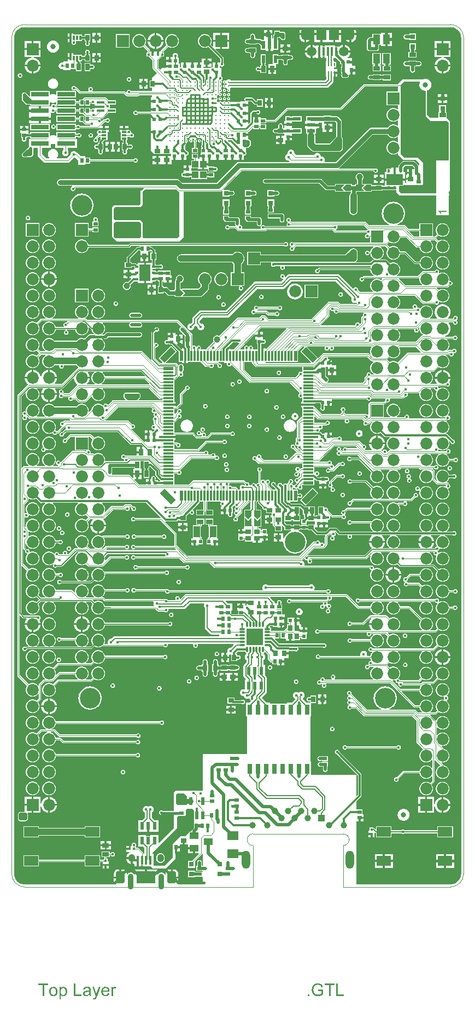
<source format=gtl>
G04 Layer_Physical_Order=1*
G04 Layer_Color=16711680*
%FSLAX43Y43*%
%MOMM*%
G71*
G01*
G75*
%ADD10C,0.450*%
%ADD11R,0.750X0.850*%
%ADD12R,0.850X0.750*%
%ADD13R,1.000X1.800*%
%ADD14R,1.000X1.000*%
%ADD15R,0.330X0.425*%
%ADD16R,0.425X0.330*%
%ADD17R,0.550X0.800*%
%ADD18R,0.600X1.200*%
%ADD19R,0.600X1.300*%
%ADD20R,0.640X1.550*%
G04:AMPARAMS|DCode=21|XSize=0.3mm|YSize=0.85mm|CornerRadius=0.075mm|HoleSize=0mm|Usage=FLASHONLY|Rotation=180.000|XOffset=0mm|YOffset=0mm|HoleType=Round|Shape=RoundedRectangle|*
%AMROUNDEDRECTD21*
21,1,0.300,0.700,0,0,180.0*
21,1,0.150,0.850,0,0,180.0*
1,1,0.150,-0.075,0.350*
1,1,0.150,0.075,0.350*
1,1,0.150,0.075,-0.350*
1,1,0.150,-0.075,-0.350*
%
%ADD21ROUNDEDRECTD21*%
%ADD22R,2.600X2.600*%
G04:AMPARAMS|DCode=23|XSize=0.3mm|YSize=0.85mm|CornerRadius=0.075mm|HoleSize=0mm|Usage=FLASHONLY|Rotation=270.000|XOffset=0mm|YOffset=0mm|HoleType=Round|Shape=RoundedRectangle|*
%AMROUNDEDRECTD23*
21,1,0.300,0.700,0,0,270.0*
21,1,0.150,0.850,0,0,270.0*
1,1,0.150,-0.350,-0.075*
1,1,0.150,-0.350,0.075*
1,1,0.150,0.350,0.075*
1,1,0.150,0.350,-0.075*
%
%ADD23ROUNDEDRECTD23*%
G04:AMPARAMS|DCode=24|XSize=1mm|YSize=2.5mm|CornerRadius=0mm|HoleSize=0mm|Usage=FLASHONLY|Rotation=315.000|XOffset=0mm|YOffset=0mm|HoleType=Round|Shape=Rectangle|*
%AMROTATEDRECTD24*
4,1,4,-1.237,-0.530,0.530,1.237,1.237,0.530,-0.530,-1.237,-1.237,-0.530,0.0*
%
%ADD24ROTATEDRECTD24*%

G04:AMPARAMS|DCode=25|XSize=1mm|YSize=2.5mm|CornerRadius=0mm|HoleSize=0mm|Usage=FLASHONLY|Rotation=225.000|XOffset=0mm|YOffset=0mm|HoleType=Round|Shape=Rectangle|*
%AMROTATEDRECTD25*
4,1,4,-0.530,1.237,1.237,-0.530,0.530,-1.237,-1.237,0.530,-0.530,1.237,0.0*
%
%ADD25ROTATEDRECTD25*%

%ADD26R,0.300X1.650*%
%ADD27R,0.500X1.650*%
%ADD28R,1.650X0.500*%
%ADD29R,1.650X0.300*%
%ADD30R,1.700X2.500*%
%ADD31R,0.500X0.450*%
%ADD32R,1.650X1.500*%
%ADD33R,1.650X3.500*%
%ADD34R,2.500X1.700*%
%ADD35R,0.450X0.500*%
%ADD36R,0.800X0.300*%
%ADD37R,1.300X0.600*%
%ADD38R,1.200X0.400*%
%ADD39C,0.250*%
%ADD40R,0.250X0.600*%
%ADD41R,0.300X0.800*%
%ADD42C,1.000*%
%ADD43R,1.400X1.000*%
%ADD44C,0.254*%
%ADD45R,0.700X0.510*%
%ADD46R,1.000X0.640*%
%ADD47R,0.510X0.700*%
%ADD48R,0.640X1.000*%
%ADD49R,0.800X0.800*%
%ADD50R,0.800X0.800*%
%ADD51R,1.100X1.500*%
%ADD52R,0.800X0.950*%
%ADD53R,0.400X1.350*%
%ADD54R,2.900X1.900*%
%ADD55R,2.790X0.740*%
%ADD56R,1.500X1.900*%
%ADD57R,0.400X1.350*%
%ADD58R,1.780X1.400*%
%ADD59R,0.890X0.640*%
%ADD60R,0.640X0.890*%
%ADD61R,0.560X0.510*%
%ADD62R,0.510X0.560*%
%ADD63R,0.900X1.400*%
%ADD64R,2.160X1.520*%
%ADD65C,0.800*%
%ADD66C,0.155*%
%ADD67C,0.120*%
%ADD68C,0.500*%
%ADD69C,0.300*%
%ADD70C,0.800*%
%ADD71C,1.000*%
%ADD72C,0.400*%
%ADD73C,0.200*%
%ADD74C,0.127*%
%ADD75C,0.150*%
%ADD76C,0.130*%
%ADD77C,0.600*%
%ADD78C,0.508*%
%ADD79C,0.110*%
%ADD80C,0.250*%
%ADD81C,0.700*%
%ADD82C,1.500*%
%ADD83C,0.100*%
%ADD84C,0.100*%
%ADD85C,1.850*%
%ADD86R,1.850X1.850*%
%ADD87R,1.850X1.850*%
%ADD88O,1.300X2.800*%
%ADD89R,1.000X1.000*%
%ADD90O,1.050X1.250*%
%ADD91O,0.850X2.425*%
G04:AMPARAMS|DCode=92|XSize=1.9mm|YSize=1.375mm|CornerRadius=0.344mm|HoleSize=0mm|Usage=FLASHONLY|Rotation=90.000|XOffset=0mm|YOffset=0mm|HoleType=Round|Shape=RoundedRectangle|*
%AMROUNDEDRECTD92*
21,1,1.900,0.688,0,0,90.0*
21,1,1.212,1.375,0,0,90.0*
1,1,0.688,0.344,0.606*
1,1,0.688,0.344,-0.606*
1,1,0.688,-0.344,-0.606*
1,1,0.688,-0.344,0.606*
%
%ADD92ROUNDEDRECTD92*%
%ADD93O,1.200X1.900*%
%ADD94C,1.500*%
%ADD95C,3.200*%
%ADD96C,0.450*%
%ADD97C,0.600*%
G36*
X52591Y107579D02*
X51791D01*
X51291Y108079D01*
X51791Y108579D01*
X52591D01*
Y107579D01*
D02*
G37*
G36*
X54141Y108079D02*
X54641Y107579D01*
X53291D01*
Y108579D01*
X54641D01*
X54141Y108079D01*
D02*
G37*
G36*
X55691Y107579D02*
X54891D01*
X54391Y108079D01*
X54891Y108579D01*
X55691D01*
Y107579D01*
D02*
G37*
G36*
X28266Y11804D02*
Y9924D01*
X28216D01*
Y9104D01*
X27636Y8524D01*
X27471D01*
Y8359D01*
X26916Y7804D01*
X26116D01*
X24941Y6629D01*
Y4554D01*
X23666Y3279D01*
X21973D01*
Y5114D01*
X21841D01*
Y5254D01*
X25666Y9079D01*
Y10779D01*
X25816Y10929D01*
X26816D01*
X27016Y11129D01*
Y11904D01*
X27191Y12079D01*
X27991D01*
X28266Y11804D01*
D02*
G37*
G36*
X63192Y124529D02*
X63252Y124429D01*
X63249Y124422D01*
X63218Y124347D01*
X63193Y124269D01*
X63176Y124190D01*
X63165Y124110D01*
X63162Y124029D01*
X63165Y123948D01*
X63176Y123867D01*
X63193Y123788D01*
X63218Y123711D01*
X63249Y123636D01*
X63286Y123564D01*
X63330Y123496D01*
X63379Y123431D01*
X63434Y123372D01*
X63494Y123317D01*
X63558Y123268D01*
X63626Y123224D01*
X63698Y123187D01*
X63773Y123156D01*
X63850Y123131D01*
X63930Y123114D01*
X64010Y123103D01*
X64091Y123099D01*
X64116Y123076D01*
Y119204D01*
X64866Y118454D01*
X67366D01*
X67666Y118154D01*
Y112350D01*
X65750D01*
Y107254D01*
X60291D01*
X59991Y107554D01*
Y108304D01*
X60093Y108406D01*
X60718D01*
Y108479D01*
X63566D01*
X63716Y108629D01*
Y111929D01*
X62941Y112704D01*
X60871Y112704D01*
X60291Y113284D01*
X60291Y123966D01*
X60854Y124529D01*
X63192Y124529D01*
D02*
G37*
G36*
X51041Y108079D02*
X51541Y107579D01*
X50191D01*
Y108579D01*
X51541D01*
X51041Y108079D01*
D02*
G37*
G36*
X27141Y14004D02*
Y13374D01*
X27741D01*
Y13074D01*
X27141D01*
Y12704D01*
X25691D01*
X25466Y12929D01*
Y14279D01*
X25616Y14429D01*
X26716D01*
X27141Y14004D01*
D02*
G37*
G36*
X36346Y44029D02*
X37091D01*
Y43729D01*
X36346D01*
Y43510D01*
X36316Y43489D01*
X36216Y43540D01*
Y43859D01*
X35716D01*
Y43304D01*
X35566D01*
Y43154D01*
X34916D01*
Y42749D01*
X35096D01*
Y42113D01*
X34196D01*
Y42129D01*
X34152D01*
X33986Y42295D01*
Y42749D01*
X34166D01*
Y43859D01*
X33476D01*
X33165Y44170D01*
X33203Y44263D01*
X36346D01*
Y44029D01*
D02*
G37*
G36*
X14349Y44176D02*
X14376Y44153D01*
X14407Y44137D01*
X14441Y44126D01*
X14477Y44123D01*
X21939D01*
X22001Y44028D01*
X21979Y43974D01*
X21962Y43917D01*
X21952Y43859D01*
X21949Y43800D01*
X21952Y43741D01*
X21962Y43683D01*
X21979Y43626D01*
X22001Y43572D01*
X22030Y43520D01*
X22064Y43472D01*
X22075Y43460D01*
X22032Y43360D01*
X15461D01*
X15425Y43363D01*
X14436D01*
X14416Y43450D01*
X14389Y43537D01*
X14354Y43621D01*
X14312Y43702D01*
X14263Y43779D01*
X14207Y43851D01*
X14146Y43918D01*
X14078Y43980D01*
X14006Y44036D01*
X13929Y44085D01*
X13848Y44127D01*
X13764Y44162D01*
X13677Y44189D01*
X13588Y44209D01*
X13497Y44221D01*
X13406Y44225D01*
X13315Y44221D01*
X13224Y44209D01*
X13135Y44189D01*
X13048Y44162D01*
X12964Y44127D01*
X12883Y44085D01*
X12808Y44037D01*
X12513Y44333D01*
X12554Y44433D01*
X14092D01*
X14349Y44176D01*
D02*
G37*
G36*
X58220Y116316D02*
X58269Y116239D01*
X58325Y116167D01*
X58386Y116099D01*
X58454Y116038D01*
X58526Y115982D01*
X58603Y115933D01*
X58684Y115891D01*
X58768Y115856D01*
X58855Y115829D01*
X58944Y115809D01*
X59035Y115797D01*
X59126Y115793D01*
X59217Y115797D01*
X59308Y115809D01*
X59397Y115829D01*
X59484Y115856D01*
X59568Y115891D01*
X59649Y115933D01*
X59726Y115982D01*
X59762Y116010D01*
X59862Y115964D01*
X59862Y115174D01*
X59762Y115128D01*
X59726Y115156D01*
X59649Y115205D01*
X59568Y115247D01*
X59484Y115282D01*
X59397Y115309D01*
X59308Y115329D01*
X59217Y115341D01*
X59126Y115345D01*
X59035Y115341D01*
X58944Y115329D01*
X58855Y115309D01*
X58768Y115282D01*
X58684Y115247D01*
X58603Y115205D01*
X58526Y115156D01*
X58454Y115100D01*
X58386Y115038D01*
X58325Y114971D01*
X58269Y114899D01*
X58220Y114822D01*
X58178Y114741D01*
X58143Y114657D01*
X58116Y114570D01*
X58096Y114481D01*
X58084Y114390D01*
X58080Y114299D01*
X58084Y114208D01*
X58096Y114117D01*
X58116Y114028D01*
X58143Y113941D01*
X58178Y113857D01*
X58220Y113776D01*
X58269Y113699D01*
X58325Y113627D01*
X58386Y113559D01*
X58454Y113498D01*
X58526Y113442D01*
X58603Y113393D01*
X58684Y113351D01*
X58768Y113316D01*
X58855Y113289D01*
X58944Y113269D01*
X59035Y113257D01*
X59126Y113253D01*
X59217Y113257D01*
X59308Y113269D01*
X59397Y113289D01*
X59484Y113316D01*
X59568Y113351D01*
X59649Y113393D01*
X59726Y113442D01*
X59762Y113470D01*
X59862Y113424D01*
Y113163D01*
X60646Y112379D01*
X62612Y112379D01*
X63112Y111879D01*
Y111607D01*
X63012Y111576D01*
X63010Y111580D01*
X62978Y111616D01*
X62453Y112141D01*
X62417Y112173D01*
X62376Y112200D01*
X62333Y112221D01*
X62287Y112237D01*
X62239Y112246D01*
X62191Y112250D01*
X60791D01*
X60743Y112246D01*
X60695Y112237D01*
X60649Y112221D01*
X60606Y112200D01*
X60565Y112173D01*
X60529Y112141D01*
X60036Y111648D01*
X60004Y111612D01*
X59977Y111571D01*
X59955Y111528D01*
X59940Y111482D01*
X59930Y111434D01*
X59927Y111386D01*
Y111303D01*
X59873Y111226D01*
X59498D01*
Y110676D01*
X59198D01*
Y111226D01*
X58823D01*
Y111094D01*
X58743Y111046D01*
X58053D01*
Y110526D01*
X57798D01*
Y109526D01*
X59348D01*
X60898D01*
Y110526D01*
X60743D01*
X60723Y110539D01*
X60665Y110626D01*
X60666Y110627D01*
X60669Y110676D01*
Y111232D01*
X60945Y111508D01*
X62037D01*
X62345Y111200D01*
Y110984D01*
X61966D01*
Y110404D01*
X61816D01*
Y110254D01*
X61261D01*
Y110099D01*
X61071D01*
Y109629D01*
X61816D01*
Y109329D01*
X61071D01*
Y108879D01*
X60898D01*
Y109226D01*
X59348D01*
X57798D01*
Y108422D01*
X57431D01*
Y108519D01*
X56301D01*
Y108500D01*
X55812D01*
Y108579D01*
X55809Y108602D01*
X55802Y108625D01*
X55791Y108646D01*
X55776Y108664D01*
X55758Y108679D01*
X55737Y108690D01*
X55715Y108697D01*
X55691Y108699D01*
X54891D01*
X54867Y108697D01*
X54845Y108690D01*
X54824Y108679D01*
X54787Y108664D01*
X54726Y108664D01*
X54708Y108679D01*
X54687Y108690D01*
X54665Y108697D01*
X54641Y108699D01*
X54312D01*
Y109299D01*
X54330Y109315D01*
X54376Y109367D01*
X54417Y109423D01*
X54450Y109484D01*
X54477Y109549D01*
X54496Y109616D01*
X54508Y109684D01*
X54512Y109754D01*
X54508Y109823D01*
X54496Y109892D01*
X54477Y109959D01*
X54450Y110023D01*
X54417Y110084D01*
X54376Y110141D01*
X54330Y110193D01*
X54278Y110239D01*
X54221Y110280D01*
X54160Y110313D01*
X54096Y110340D01*
X54029Y110359D01*
X53961Y110371D01*
X53891Y110375D01*
X53821Y110371D01*
X53753Y110359D01*
X53686Y110340D01*
X53622Y110313D01*
X53561Y110280D01*
X53504Y110239D01*
X53452Y110193D01*
X53405Y110141D01*
X53365Y110084D01*
X53332Y110023D01*
X53305Y109959D01*
X53286Y109892D01*
X53274Y109823D01*
X53270Y109754D01*
X53274Y109684D01*
X53286Y109616D01*
X53305Y109549D01*
X53332Y109484D01*
X53365Y109423D01*
X53405Y109367D01*
X53452Y109315D01*
X53470Y109299D01*
Y108699D01*
X53291D01*
X53267Y108697D01*
X53245Y108690D01*
X53224Y108679D01*
X53206Y108664D01*
X53191Y108646D01*
X53180Y108625D01*
X53173Y108602D01*
X53170Y108579D01*
Y108500D01*
X52712D01*
Y108579D01*
X52709Y108602D01*
X52702Y108625D01*
X52691Y108646D01*
X52676Y108664D01*
X52658Y108679D01*
X52637Y108690D01*
X52615Y108697D01*
X52591Y108699D01*
X51791D01*
X51767Y108697D01*
X51745Y108690D01*
X51724Y108679D01*
X51687Y108664D01*
X51626Y108664D01*
X51608Y108679D01*
X51587Y108690D01*
X51565Y108697D01*
X51541Y108699D01*
X50191D01*
X50167Y108697D01*
X50145Y108690D01*
X50124Y108679D01*
X50106Y108664D01*
X50091Y108646D01*
X50080Y108625D01*
X50073Y108602D01*
X50070Y108579D01*
Y108450D01*
X48995D01*
X48078Y109366D01*
X48042Y109398D01*
X48001Y109425D01*
X47958Y109446D01*
X47912Y109462D01*
X47864Y109471D01*
X47816Y109475D01*
X39291D01*
X39243Y109471D01*
X39195Y109462D01*
X39149Y109446D01*
X39106Y109425D01*
X39065Y109398D01*
X39029Y109366D01*
X38997Y109330D01*
X38970Y109289D01*
X38948Y109246D01*
X38933Y109200D01*
X38923Y109152D01*
X38920Y109104D01*
X38923Y109055D01*
X38933Y109008D01*
X38948Y108962D01*
X38970Y108918D01*
X38997Y108878D01*
X39029Y108842D01*
X39065Y108810D01*
X39106Y108783D01*
X39149Y108761D01*
X39195Y108746D01*
X39243Y108736D01*
X39291Y108733D01*
X47662D01*
X48579Y107817D01*
X48615Y107785D01*
X48656Y107758D01*
X48699Y107736D01*
X48745Y107721D01*
X48793Y107711D01*
X48841Y107708D01*
X50070D01*
Y107579D01*
X50073Y107555D01*
X50080Y107533D01*
X50091Y107512D01*
X50106Y107494D01*
X50124Y107479D01*
X50145Y107467D01*
X50167Y107461D01*
X50191Y107458D01*
X51541D01*
X51565Y107461D01*
X51587Y107467D01*
X51608Y107479D01*
X51626Y107494D01*
X51724Y107479D01*
X51745Y107467D01*
X51767Y107461D01*
X51791Y107458D01*
X52520D01*
Y107234D01*
X52502Y107218D01*
X52456Y107166D01*
X52415Y107109D01*
X52382Y107048D01*
X52355Y106984D01*
X52336Y106917D01*
X52324Y106848D01*
X52320Y106779D01*
Y106054D01*
Y105129D01*
Y104504D01*
X52324Y104434D01*
X52336Y104366D01*
X52355Y104299D01*
X52382Y104234D01*
X52415Y104173D01*
X52456Y104117D01*
X52502Y104065D01*
X52554Y104018D01*
X52611Y103978D01*
X52672Y103944D01*
X52736Y103918D01*
X52803Y103898D01*
X52871Y103887D01*
X52941Y103883D01*
X53011Y103887D01*
X53079Y103898D01*
X53146Y103918D01*
X53210Y103944D01*
X53271Y103978D01*
X53328Y104018D01*
X53380Y104065D01*
X53426Y104117D01*
X53467Y104173D01*
X53500Y104234D01*
X53527Y104299D01*
X53546Y104366D01*
X53558Y104434D01*
X53562Y104504D01*
Y105129D01*
Y106054D01*
Y106779D01*
X53558Y106848D01*
X53546Y106917D01*
X53527Y106984D01*
X53500Y107048D01*
X53467Y107109D01*
X53426Y107166D01*
X53380Y107218D01*
X53362Y107234D01*
Y107458D01*
X54641D01*
X54665Y107461D01*
X54687Y107467D01*
X54708Y107479D01*
X54726Y107494D01*
X54824Y107479D01*
X54845Y107467D01*
X54867Y107461D01*
X54891Y107458D01*
X55691D01*
X55715Y107461D01*
X55737Y107467D01*
X55758Y107479D01*
X55776Y107494D01*
X55791Y107512D01*
X55802Y107533D01*
X55809Y107555D01*
X55812Y107579D01*
Y107658D01*
X56301D01*
Y107639D01*
X57431D01*
Y107730D01*
X58053D01*
Y107706D01*
X58743D01*
Y107730D01*
X59003D01*
Y107706D01*
X59612D01*
Y107379D01*
X60112Y106879D01*
X65750D01*
Y103850D01*
X67750D01*
Y106879D01*
X69592D01*
Y2000D01*
Y1843D01*
X69531Y1536D01*
X69411Y1246D01*
X69273Y1040D01*
X68960Y727D01*
X68754Y589D01*
X68464Y469D01*
X68157Y408D01*
X68000D01*
X53437Y408D01*
X53366Y478D01*
Y10124D01*
X53716D01*
Y10679D01*
X53866D01*
Y10829D01*
X54516D01*
Y11234D01*
X54336D01*
Y11954D01*
X53396D01*
X53366Y12041D01*
Y13183D01*
X54117Y13933D01*
X54144Y13966D01*
X54166Y14002D01*
X54183Y14041D01*
X54193Y14083D01*
X54196Y14125D01*
Y17325D01*
X54193Y17367D01*
X54183Y17409D01*
X54166Y17448D01*
X54144Y17484D01*
X54117Y17517D01*
X50743Y20890D01*
X50743Y20895D01*
X50734Y20939D01*
X50719Y20982D01*
X50699Y21023D01*
X50674Y21060D01*
X50644Y21094D01*
X50610Y21124D01*
X50573Y21149D01*
X50532Y21169D01*
X50489Y21184D01*
X50445Y21193D01*
X50400Y21196D01*
X50355Y21193D01*
X50311Y21184D01*
X50268Y21169D01*
X50227Y21149D01*
X50190Y21124D01*
X50156Y21094D01*
X50126Y21060D01*
X50101Y21023D01*
X50081Y20982D01*
X50066Y20939D01*
X50057Y20895D01*
X50054Y20850D01*
X50057Y20805D01*
X50066Y20761D01*
X50081Y20718D01*
X50101Y20677D01*
X50126Y20640D01*
X50156Y20606D01*
X50190Y20576D01*
X50227Y20551D01*
X50268Y20531D01*
X50311Y20516D01*
X50355Y20507D01*
X50360Y20507D01*
X53654Y17213D01*
Y14237D01*
X53458Y14041D01*
X53366Y14080D01*
Y17350D01*
X46411D01*
Y19359D01*
X46266D01*
Y26359D01*
X46411D01*
Y28444D01*
X47169D01*
Y29574D01*
X46289D01*
Y29370D01*
X46231Y29329D01*
X46189Y29315D01*
X46161Y29328D01*
X46118Y29343D01*
X46074Y29352D01*
X46029Y29355D01*
X45984Y29352D01*
X45940Y29343D01*
X45897Y29328D01*
X45856Y29308D01*
X45819Y29283D01*
X45785Y29253D01*
X45755Y29219D01*
X45730Y29182D01*
X45710Y29141D01*
X45695Y29098D01*
X45686Y29054D01*
X45683Y29009D01*
X45686Y28964D01*
X45695Y28920D01*
X45710Y28877D01*
X45730Y28836D01*
X45755Y28799D01*
X45785Y28765D01*
X45819Y28735D01*
X45856Y28710D01*
X45897Y28690D01*
X45940Y28675D01*
X45984Y28666D01*
X46029Y28663D01*
X46074Y28666D01*
X46118Y28675D01*
X46161Y28690D01*
X46189Y28703D01*
X46231Y28689D01*
X46289Y28648D01*
Y28509D01*
X45653D01*
X45080Y29083D01*
X45077Y29106D01*
X45090Y29192D01*
X45121Y29209D01*
X45169Y29243D01*
X45213Y29282D01*
X45252Y29326D01*
X45286Y29374D01*
X45315Y29426D01*
X45337Y29480D01*
X45354Y29537D01*
X45364Y29595D01*
X45367Y29654D01*
X45364Y29713D01*
X45354Y29771D01*
X45337Y29828D01*
X45315Y29882D01*
X45286Y29934D01*
X45252Y29982D01*
X45213Y30026D01*
X45169Y30065D01*
X45121Y30099D01*
X45069Y30128D01*
X45015Y30150D01*
X44958Y30167D01*
X44900Y30176D01*
X44841Y30180D01*
X44782Y30176D01*
X44724Y30167D01*
X44667Y30150D01*
X44613Y30128D01*
X44561Y30099D01*
X44513Y30065D01*
X44469Y30026D01*
X44442Y29995D01*
X44419Y30015D01*
X44371Y30049D01*
X44319Y30078D01*
X44265Y30100D01*
X44208Y30117D01*
X44150Y30126D01*
X44091Y30130D01*
X44032Y30126D01*
X43974Y30117D01*
X43917Y30100D01*
X43863Y30078D01*
X43811Y30049D01*
X43763Y30015D01*
X43719Y29976D01*
X43680Y29932D01*
X43646Y29884D01*
X43617Y29832D01*
X43595Y29778D01*
X43578Y29721D01*
X43568Y29663D01*
X43565Y29604D01*
X43568Y29545D01*
X43578Y29487D01*
X43595Y29430D01*
X43617Y29376D01*
X43646Y29324D01*
X43680Y29276D01*
X43719Y29232D01*
X43763Y29193D01*
X43811Y29159D01*
X43863Y29130D01*
X43881Y29123D01*
X43906Y29030D01*
X43903Y29008D01*
X43404Y28509D01*
X42631D01*
Y28359D01*
X40061D01*
Y28509D01*
X39483D01*
X38750Y29242D01*
X39409Y29901D01*
X39440Y29937D01*
X39467Y29977D01*
X39488Y30020D01*
X39503Y30065D01*
X39513Y30112D01*
X39516Y30160D01*
Y30850D01*
X39514Y30881D01*
Y32273D01*
X39511Y32321D01*
X39501Y32368D01*
X39486Y32413D01*
X39465Y32456D01*
X39438Y32496D01*
X39407Y32532D01*
X39241Y32698D01*
Y34329D01*
X38998D01*
Y35082D01*
X39046Y35109D01*
X39094Y35143D01*
X39138Y35182D01*
X39177Y35226D01*
X39211Y35274D01*
X39240Y35326D01*
X39262Y35380D01*
X39279Y35437D01*
X39289Y35495D01*
X39292Y35554D01*
X39289Y35613D01*
X39279Y35671D01*
X39262Y35728D01*
X39240Y35782D01*
X39211Y35834D01*
X39177Y35882D01*
X39138Y35926D01*
X39094Y35965D01*
X39046Y35999D01*
X39017Y36015D01*
X39014Y36037D01*
X39054Y36137D01*
X39091Y36148D01*
X39125Y36166D01*
X39155Y36190D01*
X39179Y36220D01*
X39197Y36254D01*
X39202Y36271D01*
X39260Y36297D01*
X39310Y36304D01*
X39710Y35904D01*
Y35229D01*
X39714Y35194D01*
X39724Y35160D01*
X39741Y35128D01*
X39763Y35101D01*
X40113Y34751D01*
X40141Y34728D01*
X40172Y34712D01*
X40206Y34701D01*
X40241Y34698D01*
X40391D01*
Y34409D01*
X41111D01*
Y34229D01*
X41516D01*
Y34879D01*
X41666D01*
Y35029D01*
X42221D01*
Y35334D01*
X42861D01*
Y35929D01*
X42241D01*
Y36229D01*
X42861D01*
Y36430D01*
X42871Y36445D01*
X42957Y36496D01*
X42961Y36495D01*
X42999Y36486D01*
X43041Y36483D01*
X43836D01*
X43840Y36480D01*
X43877Y36454D01*
X43918Y36434D01*
X43961Y36420D01*
X44005Y36411D01*
X44050Y36408D01*
X44095Y36411D01*
X44139Y36420D01*
X44182Y36434D01*
X44223Y36454D01*
X44260Y36480D01*
X44294Y36509D01*
X44324Y36543D01*
X44349Y36581D01*
X44369Y36622D01*
X44384Y36664D01*
X44393Y36709D01*
X44396Y36754D01*
X44393Y36799D01*
X44384Y36843D01*
X44369Y36886D01*
X44349Y36927D01*
X44329Y36958D01*
X44334Y36982D01*
X44375Y37058D01*
X48181D01*
X48190Y37051D01*
X48227Y37026D01*
X48268Y37006D01*
X48311Y36991D01*
X48355Y36982D01*
X48400Y36979D01*
X48445Y36982D01*
X48489Y36991D01*
X48532Y37006D01*
X48573Y37026D01*
X48610Y37051D01*
X48644Y37081D01*
X48674Y37115D01*
X48699Y37152D01*
X48719Y37193D01*
X48734Y37236D01*
X48743Y37280D01*
X48746Y37325D01*
X48743Y37370D01*
X48734Y37414D01*
X48719Y37457D01*
X48699Y37498D01*
X48674Y37535D01*
X48644Y37569D01*
X48610Y37599D01*
X48573Y37624D01*
X48532Y37644D01*
X48489Y37659D01*
X48445Y37668D01*
X48400Y37671D01*
X48355Y37668D01*
X48311Y37659D01*
X48268Y37644D01*
X48227Y37624D01*
X48190Y37600D01*
X41453D01*
X40744Y38309D01*
X40785Y38409D01*
X41491D01*
Y39228D01*
X41641D01*
Y38409D01*
X42391D01*
X42466Y38349D01*
Y37979D01*
X42991D01*
Y38704D01*
X43291D01*
Y37979D01*
X43816D01*
Y38159D01*
X44686D01*
Y38523D01*
X44866D01*
Y38329D01*
X45666D01*
Y39049D01*
X45846D01*
Y39454D01*
X45266D01*
Y39604D01*
X45116D01*
Y40159D01*
X44866D01*
Y40779D01*
X44596D01*
Y41029D01*
X44041D01*
Y41179D01*
X43891D01*
Y41759D01*
X43486D01*
Y41579D01*
X42766D01*
Y40779D01*
X42960D01*
Y40599D01*
X42646D01*
Y40115D01*
X42121Y39590D01*
X40194D01*
X40177Y39609D01*
X40150Y39689D01*
X40154Y39695D01*
X40172Y39729D01*
X40183Y39766D01*
X40187Y39804D01*
Y39954D01*
X40183Y39992D01*
X40172Y40029D01*
X40154Y40063D01*
X40130Y40092D01*
X40100Y40117D01*
X40066Y40135D01*
X40029Y40146D01*
X40010Y40148D01*
X39982Y40193D01*
X39970Y40250D01*
X40053Y40333D01*
X40466D01*
Y40204D01*
X41186D01*
Y40024D01*
X41591D01*
Y40604D01*
X41741D01*
Y40754D01*
X42296D01*
Y40949D01*
Y41379D01*
X41741D01*
Y41679D01*
X42296D01*
Y42109D01*
X41911D01*
Y42779D01*
X41041D01*
Y42929D01*
X41911D01*
Y43679D01*
X41712D01*
Y43814D01*
X41715Y43818D01*
X41740Y43856D01*
X41760Y43897D01*
X41775Y43939D01*
X41784Y43984D01*
X41787Y44029D01*
X41784Y44074D01*
X41775Y44118D01*
X41760Y44161D01*
X41740Y44202D01*
X41715Y44239D01*
X41685Y44273D01*
X41651Y44303D01*
X41614Y44328D01*
X41573Y44348D01*
X41530Y44363D01*
X41486Y44372D01*
X41441Y44375D01*
X41396Y44372D01*
X41352Y44363D01*
X41309Y44348D01*
X41268Y44328D01*
X41231Y44303D01*
X41197Y44273D01*
X41167Y44239D01*
X41142Y44202D01*
X41122Y44161D01*
X41107Y44118D01*
X41098Y44074D01*
X41095Y44029D01*
X41098Y43984D01*
X41107Y43939D01*
X41110Y43930D01*
X41032Y43859D01*
X41031Y43859D01*
X40755D01*
Y43909D01*
X40752Y43957D01*
X40743Y44003D01*
X40728Y44048D01*
X40706Y44091D01*
X40680Y44131D01*
X40649Y44167D01*
X40038Y44777D01*
X40076Y44870D01*
X48855D01*
X48875Y44851D01*
X48914Y44770D01*
X48910Y44762D01*
X48895Y44719D01*
X48887Y44674D01*
X48884Y44629D01*
X48887Y44584D01*
X48895Y44540D01*
X48899Y44530D01*
X48750Y44381D01*
X43294D01*
X43274Y44410D01*
X43244Y44444D01*
X43210Y44474D01*
X43173Y44499D01*
X43132Y44519D01*
X43089Y44534D01*
X43045Y44543D01*
X43000Y44546D01*
X42955Y44543D01*
X42911Y44534D01*
X42868Y44519D01*
X42827Y44499D01*
X42790Y44474D01*
X42756Y44444D01*
X42726Y44410D01*
X42701Y44373D01*
X42681Y44332D01*
X42666Y44289D01*
X42657Y44245D01*
X42654Y44200D01*
X42657Y44155D01*
X42666Y44111D01*
X42681Y44068D01*
X42701Y44027D01*
X42726Y43990D01*
X42756Y43956D01*
X42790Y43926D01*
X42827Y43901D01*
X42868Y43881D01*
X42911Y43866D01*
X42955Y43857D01*
X43000Y43854D01*
X43045Y43857D01*
X43089Y43866D01*
X43132Y43881D01*
X43173Y43901D01*
X43210Y43926D01*
X43244Y43956D01*
X43274Y43990D01*
X43294Y44019D01*
X48207D01*
X48220Y44009D01*
X48267Y43919D01*
X48253Y43876D01*
X48244Y43832D01*
X48241Y43787D01*
X48243Y43755D01*
X48243Y43754D01*
X48207Y43707D01*
X48160Y43671D01*
X48159Y43671D01*
X48127Y43673D01*
X48082Y43670D01*
X48038Y43661D01*
X47995Y43647D01*
X47954Y43627D01*
X47917Y43601D01*
X47883Y43572D01*
X47853Y43538D01*
X47828Y43500D01*
X47808Y43459D01*
X47793Y43417D01*
X47785Y43372D01*
X47782Y43327D01*
X47785Y43282D01*
X47793Y43238D01*
X47808Y43195D01*
X47828Y43154D01*
X47853Y43117D01*
X47883Y43083D01*
X47917Y43053D01*
X47954Y43028D01*
X47995Y43008D01*
X48038Y42993D01*
X48082Y42984D01*
X48127Y42981D01*
X48172Y42984D01*
X48217Y42993D01*
X48260Y43008D01*
X48300Y43028D01*
X48338Y43053D01*
X48372Y43083D01*
X48402Y43117D01*
X48427Y43154D01*
X48447Y43195D01*
X48461Y43238D01*
X48470Y43282D01*
X48473Y43327D01*
X48471Y43359D01*
X48471Y43360D01*
X48508Y43407D01*
X48554Y43443D01*
X48556Y43443D01*
X48587Y43441D01*
X48632Y43444D01*
X48676Y43453D01*
X48686Y43456D01*
X48762Y43413D01*
X48783Y43387D01*
X48785Y43357D01*
X48793Y43313D01*
X48808Y43270D01*
X48828Y43229D01*
X48853Y43192D01*
X48883Y43158D01*
X48917Y43128D01*
X48955Y43103D01*
X48975Y43093D01*
X48978Y43034D01*
X48962Y42989D01*
X48936Y42984D01*
X48893Y42969D01*
X48852Y42949D01*
X48815Y42924D01*
X48781Y42894D01*
X48751Y42860D01*
X48726Y42823D01*
X48706Y42782D01*
X48691Y42739D01*
X48682Y42695D01*
X48679Y42650D01*
X48682Y42605D01*
X48691Y42561D01*
X48706Y42518D01*
X48726Y42477D01*
X48751Y42440D01*
X48781Y42406D01*
X48815Y42376D01*
X48852Y42351D01*
X48893Y42331D01*
X48936Y42316D01*
X48980Y42307D01*
X49025Y42304D01*
X49070Y42307D01*
X49114Y42316D01*
X49157Y42331D01*
X49198Y42351D01*
X49235Y42376D01*
X49269Y42406D01*
X49299Y42440D01*
X49324Y42477D01*
X49344Y42518D01*
X49359Y42561D01*
X49368Y42605D01*
X49371Y42650D01*
X49368Y42695D01*
X49359Y42739D01*
X49344Y42782D01*
X49324Y42823D01*
X49299Y42860D01*
X49269Y42894D01*
X49235Y42924D01*
X49198Y42949D01*
X49178Y42959D01*
X49175Y43018D01*
X49191Y43063D01*
X49217Y43068D01*
X49260Y43083D01*
X49300Y43103D01*
X49338Y43128D01*
X49372Y43158D01*
X49402Y43192D01*
X49427Y43229D01*
X49447Y43270D01*
X49461Y43313D01*
X49470Y43357D01*
X49473Y43402D01*
X49470Y43447D01*
X49461Y43492D01*
X49447Y43534D01*
X49427Y43575D01*
X49402Y43613D01*
X49372Y43647D01*
X49338Y43676D01*
X49300Y43702D01*
X49260Y43722D01*
X49217Y43736D01*
X49173Y43745D01*
X49127Y43748D01*
X49082Y43745D01*
X49038Y43736D01*
X49028Y43733D01*
X48952Y43776D01*
X48932Y43802D01*
X48930Y43832D01*
X48921Y43876D01*
X48906Y43919D01*
X48901Y43930D01*
X48897Y43985D01*
X48925Y44050D01*
X48953Y44072D01*
X49170Y44289D01*
X49184Y44287D01*
X49229Y44284D01*
X49274Y44287D01*
X49319Y44295D01*
X49362Y44310D01*
X49402Y44330D01*
X49440Y44355D01*
X49474Y44385D01*
X49504Y44419D01*
X49529Y44456D01*
X49549Y44497D01*
X49563Y44540D01*
X49572Y44584D01*
X49575Y44629D01*
X49572Y44674D01*
X49563Y44719D01*
X49549Y44762D01*
X49545Y44770D01*
X49583Y44851D01*
X49604Y44870D01*
X51775D01*
X53593Y43051D01*
X53621Y43028D01*
X53652Y43012D01*
X53686Y43001D01*
X53721Y42998D01*
X55556D01*
X55556Y42997D01*
X55576Y42908D01*
X55603Y42821D01*
X55638Y42737D01*
X55680Y42656D01*
X55729Y42579D01*
X55785Y42507D01*
X55846Y42439D01*
X55914Y42378D01*
X55986Y42322D01*
X56063Y42273D01*
X56144Y42231D01*
X56228Y42196D01*
X56315Y42169D01*
X56404Y42149D01*
X56495Y42137D01*
X56586Y42133D01*
X56677Y42137D01*
X56768Y42149D01*
X56857Y42169D01*
X56944Y42196D01*
X57028Y42231D01*
X57109Y42273D01*
X57186Y42322D01*
X57258Y42378D01*
X57326Y42439D01*
X57387Y42507D01*
X57443Y42579D01*
X57492Y42656D01*
X57534Y42737D01*
X57569Y42821D01*
X57596Y42908D01*
X57616Y42997D01*
X57628Y43088D01*
X57632Y43179D01*
X57628Y43270D01*
X57616Y43361D01*
X57596Y43450D01*
X57569Y43537D01*
X57534Y43621D01*
X57492Y43702D01*
X57443Y43779D01*
X57387Y43851D01*
X57326Y43918D01*
X57258Y43980D01*
X57229Y44003D01*
X57263Y44103D01*
X58449D01*
X58483Y44003D01*
X58454Y43980D01*
X58386Y43918D01*
X58325Y43851D01*
X58269Y43779D01*
X58220Y43702D01*
X58178Y43621D01*
X58143Y43537D01*
X58116Y43450D01*
X58096Y43361D01*
X58084Y43270D01*
X58080Y43179D01*
X58084Y43088D01*
X58096Y42997D01*
X58116Y42908D01*
X58143Y42821D01*
X58178Y42737D01*
X58220Y42656D01*
X58269Y42579D01*
X58325Y42507D01*
X58386Y42439D01*
X58454Y42378D01*
X58526Y42322D01*
X58603Y42273D01*
X58684Y42231D01*
X58768Y42196D01*
X58855Y42169D01*
X58944Y42149D01*
X59035Y42137D01*
X59126Y42133D01*
X59217Y42137D01*
X59308Y42149D01*
X59397Y42169D01*
X59484Y42196D01*
X59568Y42231D01*
X59649Y42273D01*
X59726Y42322D01*
X59798Y42378D01*
X59866Y42439D01*
X59927Y42507D01*
X59983Y42579D01*
X60032Y42656D01*
X60074Y42737D01*
X60109Y42821D01*
X60136Y42908D01*
X60156Y42997D01*
X60156Y42998D01*
X61566D01*
X63350Y41214D01*
X63349Y41214D01*
X63300Y41137D01*
X63258Y41056D01*
X63223Y40972D01*
X63196Y40885D01*
X63176Y40796D01*
X63164Y40705D01*
X63160Y40614D01*
X63164Y40523D01*
X63176Y40432D01*
X63196Y40343D01*
X63223Y40256D01*
X63258Y40172D01*
X63300Y40091D01*
X63349Y40014D01*
X63405Y39942D01*
X63466Y39874D01*
X63534Y39813D01*
X63563Y39790D01*
X63529Y39690D01*
X59767D01*
X59737Y39758D01*
X59736Y39790D01*
X59798Y39838D01*
X59866Y39899D01*
X59927Y39967D01*
X59983Y40039D01*
X60032Y40116D01*
X60074Y40197D01*
X60109Y40281D01*
X60136Y40368D01*
X60156Y40457D01*
X60168Y40548D01*
X60172Y40639D01*
X60168Y40730D01*
X60156Y40821D01*
X60136Y40910D01*
X60109Y40997D01*
X60074Y41081D01*
X60032Y41162D01*
X59983Y41239D01*
X59927Y41311D01*
X59866Y41379D01*
X59798Y41440D01*
X59726Y41496D01*
X59649Y41545D01*
X59568Y41587D01*
X59484Y41622D01*
X59397Y41649D01*
X59308Y41669D01*
X59217Y41681D01*
X59126Y41685D01*
X59035Y41681D01*
X58944Y41669D01*
X58855Y41649D01*
X58768Y41622D01*
X58684Y41587D01*
X58603Y41545D01*
X58526Y41496D01*
X58525Y41495D01*
X58068Y41953D01*
X58040Y41975D01*
X58009Y41992D01*
X57975Y42002D01*
X57940Y42006D01*
X55600D01*
X55565Y42002D01*
X55531Y41992D01*
X55500Y41975D01*
X55472Y41953D01*
X54375Y40856D01*
X52669D01*
X52649Y40885D01*
X52619Y40919D01*
X52585Y40949D01*
X52548Y40974D01*
X52507Y40994D01*
X52464Y41009D01*
X52420Y41018D01*
X52375Y41021D01*
X52330Y41018D01*
X52286Y41009D01*
X52243Y40994D01*
X52202Y40974D01*
X52165Y40949D01*
X52131Y40919D01*
X52101Y40885D01*
X52076Y40848D01*
X52056Y40807D01*
X52041Y40764D01*
X52032Y40720D01*
X52029Y40675D01*
X52032Y40630D01*
X52041Y40586D01*
X52056Y40543D01*
X52076Y40502D01*
X52101Y40465D01*
X52131Y40431D01*
X52165Y40401D01*
X52202Y40376D01*
X52243Y40356D01*
X52286Y40341D01*
X52330Y40332D01*
X52375Y40329D01*
X52420Y40332D01*
X52464Y40341D01*
X52507Y40356D01*
X52548Y40376D01*
X52585Y40401D01*
X52619Y40431D01*
X52649Y40465D01*
X52669Y40494D01*
X54450D01*
X54485Y40498D01*
X54519Y40508D01*
X54550Y40525D01*
X54578Y40547D01*
X55631Y41600D01*
X55667Y41594D01*
X55688Y41558D01*
X55700Y41485D01*
X55654Y41435D01*
X55594Y41359D01*
X55541Y41279D01*
X55494Y41195D01*
X55453Y41108D01*
X55420Y41018D01*
X55394Y40925D01*
X55375Y40831D01*
X55370Y40789D01*
X56586D01*
Y40489D01*
X55370D01*
X55375Y40447D01*
X55394Y40353D01*
X55420Y40260D01*
X55453Y40170D01*
X55494Y40082D01*
X55541Y39998D01*
X55594Y39918D01*
X55654Y39843D01*
X55703Y39790D01*
X55686Y39725D01*
X55661Y39690D01*
X47638D01*
X47624Y39710D01*
X47594Y39744D01*
X47560Y39774D01*
X47523Y39799D01*
X47482Y39819D01*
X47439Y39834D01*
X47395Y39843D01*
X47350Y39846D01*
X47305Y39843D01*
X47261Y39834D01*
X47218Y39819D01*
X47177Y39799D01*
X47140Y39774D01*
X47106Y39744D01*
X47076Y39710D01*
X47051Y39673D01*
X47031Y39632D01*
X47016Y39589D01*
X47007Y39545D01*
X47004Y39500D01*
X47007Y39455D01*
X47016Y39411D01*
X47031Y39368D01*
X47051Y39327D01*
X47076Y39290D01*
X47106Y39256D01*
X47140Y39226D01*
X47177Y39201D01*
X47218Y39181D01*
X47261Y39166D01*
X47305Y39157D01*
X47350Y39154D01*
X47395Y39157D01*
X47439Y39166D01*
X47482Y39181D01*
X47523Y39201D01*
X47560Y39226D01*
X47594Y39256D01*
X47624Y39290D01*
X47649Y39327D01*
X47650Y39328D01*
X54967D01*
X54977Y39321D01*
X55031Y39232D01*
X55016Y39189D01*
X55007Y39145D01*
X55004Y39100D01*
X55007Y39055D01*
X55016Y39011D01*
X55031Y38968D01*
X55051Y38927D01*
X55076Y38890D01*
X55106Y38856D01*
X55140Y38826D01*
X55177Y38801D01*
X55218Y38781D01*
X55261Y38766D01*
X55305Y38757D01*
X55350Y38754D01*
X55395Y38757D01*
X55439Y38766D01*
X55482Y38781D01*
X55523Y38801D01*
X55560Y38826D01*
X55594Y38856D01*
X55624Y38890D01*
X55649Y38927D01*
X55669Y38968D01*
X55684Y39011D01*
X55693Y39055D01*
X55695Y39088D01*
X56008D01*
X56037Y38988D01*
X55986Y38956D01*
X55914Y38900D01*
X55846Y38839D01*
X55785Y38771D01*
X55729Y38699D01*
X55680Y38622D01*
X55638Y38541D01*
X55603Y38457D01*
X55576Y38370D01*
X55556Y38281D01*
X55556Y38280D01*
X52693D01*
X52673Y38309D01*
X52643Y38343D01*
X52609Y38373D01*
X52572Y38398D01*
X52531Y38418D01*
X52488Y38433D01*
X52444Y38442D01*
X52399Y38445D01*
X52354Y38442D01*
X52309Y38433D01*
X52267Y38418D01*
X52226Y38398D01*
X52188Y38373D01*
X52154Y38343D01*
X52125Y38309D01*
X52099Y38272D01*
X52079Y38231D01*
X52065Y38188D01*
X52056Y38144D01*
X52053Y38099D01*
X52056Y38054D01*
X52065Y38009D01*
X52079Y37967D01*
X52099Y37926D01*
X52125Y37888D01*
X52154Y37854D01*
X52188Y37825D01*
X52226Y37799D01*
X52267Y37779D01*
X52309Y37765D01*
X52354Y37756D01*
X52399Y37753D01*
X52444Y37756D01*
X52488Y37765D01*
X52531Y37779D01*
X52572Y37799D01*
X52609Y37825D01*
X52643Y37854D01*
X52673Y37888D01*
X52693Y37918D01*
X55556D01*
X55556Y37917D01*
X55576Y37828D01*
X55603Y37741D01*
X55638Y37657D01*
X55680Y37576D01*
X55729Y37499D01*
X55785Y37427D01*
X55846Y37359D01*
X55914Y37298D01*
X55986Y37242D01*
X56063Y37193D01*
X56144Y37151D01*
X56228Y37116D01*
X56315Y37089D01*
X56404Y37069D01*
X56495Y37057D01*
X56586Y37053D01*
X56677Y37057D01*
X56768Y37069D01*
X56857Y37089D01*
X56944Y37116D01*
X57028Y37151D01*
X57109Y37193D01*
X57186Y37242D01*
X57258Y37298D01*
X57326Y37359D01*
X57387Y37427D01*
X57443Y37499D01*
X57492Y37576D01*
X57534Y37657D01*
X57569Y37741D01*
X57596Y37828D01*
X57616Y37917D01*
X57628Y38008D01*
X57632Y38099D01*
X57628Y38190D01*
X57616Y38281D01*
X57596Y38370D01*
X57569Y38457D01*
X57534Y38541D01*
X57492Y38622D01*
X57443Y38699D01*
X57387Y38771D01*
X57326Y38839D01*
X57258Y38900D01*
X57186Y38956D01*
X57135Y38988D01*
X57164Y39088D01*
X57881D01*
X58270Y38699D01*
X58269Y38699D01*
X58220Y38622D01*
X58178Y38541D01*
X58143Y38457D01*
X58116Y38370D01*
X58096Y38281D01*
X58084Y38190D01*
X58080Y38099D01*
X58084Y38008D01*
X58096Y37917D01*
X58116Y37828D01*
X58143Y37741D01*
X58178Y37657D01*
X58220Y37576D01*
X58269Y37499D01*
X58325Y37427D01*
X58386Y37359D01*
X58454Y37298D01*
X58526Y37242D01*
X58603Y37193D01*
X58684Y37151D01*
X58768Y37116D01*
X58855Y37089D01*
X58944Y37069D01*
X59035Y37057D01*
X59126Y37053D01*
X59217Y37057D01*
X59308Y37069D01*
X59397Y37089D01*
X59484Y37116D01*
X59568Y37151D01*
X59649Y37193D01*
X59726Y37242D01*
X59798Y37298D01*
X59866Y37359D01*
X59927Y37427D01*
X59983Y37499D01*
X60032Y37576D01*
X60074Y37657D01*
X60109Y37741D01*
X60136Y37828D01*
X60156Y37917D01*
X60168Y38008D01*
X60172Y38099D01*
X60168Y38190D01*
X60156Y38281D01*
X60136Y38370D01*
X60109Y38457D01*
X60074Y38541D01*
X60032Y38622D01*
X59983Y38699D01*
X59927Y38771D01*
X59866Y38839D01*
X59798Y38900D01*
X59726Y38956D01*
X59649Y39005D01*
X59568Y39047D01*
X59484Y39082D01*
X59397Y39109D01*
X59308Y39129D01*
X59217Y39141D01*
X59126Y39145D01*
X59035Y39141D01*
X58944Y39129D01*
X58855Y39109D01*
X58768Y39082D01*
X58684Y39047D01*
X58603Y39005D01*
X58526Y38956D01*
X58525Y38955D01*
X58245Y39236D01*
X58283Y39328D01*
X65641D01*
X65676Y39331D01*
X65710Y39342D01*
X65741Y39358D01*
X65769Y39381D01*
X66145Y39758D01*
X66146Y39757D01*
X66223Y39708D01*
X66304Y39666D01*
X66388Y39631D01*
X66475Y39604D01*
X66564Y39584D01*
X66655Y39572D01*
X66746Y39568D01*
X66837Y39572D01*
X66928Y39584D01*
X67017Y39604D01*
X67104Y39631D01*
X67188Y39666D01*
X67269Y39708D01*
X67346Y39757D01*
X67418Y39813D01*
X67486Y39874D01*
X67547Y39942D01*
X67603Y40014D01*
X67652Y40091D01*
X67694Y40172D01*
X67729Y40256D01*
X67756Y40343D01*
X67776Y40432D01*
X67788Y40523D01*
X67792Y40614D01*
X67788Y40705D01*
X67776Y40796D01*
X67756Y40885D01*
X67729Y40972D01*
X67694Y41056D01*
X67652Y41137D01*
X67603Y41214D01*
X67547Y41286D01*
X67486Y41354D01*
X67418Y41415D01*
X67346Y41471D01*
X67269Y41520D01*
X67188Y41562D01*
X67104Y41597D01*
X67017Y41624D01*
X66928Y41644D01*
X66837Y41656D01*
X66746Y41660D01*
X66655Y41656D01*
X66564Y41644D01*
X66475Y41624D01*
X66388Y41597D01*
X66304Y41562D01*
X66223Y41520D01*
X66146Y41471D01*
X66074Y41415D01*
X66006Y41354D01*
X65945Y41286D01*
X65889Y41214D01*
X65840Y41137D01*
X65798Y41056D01*
X65763Y40972D01*
X65736Y40885D01*
X65716Y40796D01*
X65704Y40705D01*
X65700Y40614D01*
X65704Y40523D01*
X65716Y40432D01*
X65736Y40343D01*
X65763Y40256D01*
X65798Y40172D01*
X65840Y40091D01*
X65889Y40014D01*
X65890Y40013D01*
X65566Y39690D01*
X64883D01*
X64849Y39790D01*
X64878Y39813D01*
X64946Y39874D01*
X65007Y39942D01*
X65063Y40014D01*
X65112Y40091D01*
X65154Y40172D01*
X65189Y40256D01*
X65216Y40343D01*
X65236Y40432D01*
X65248Y40523D01*
X65252Y40614D01*
X65248Y40705D01*
X65236Y40796D01*
X65216Y40885D01*
X65189Y40972D01*
X65154Y41056D01*
X65112Y41137D01*
X65063Y41214D01*
X65007Y41286D01*
X64946Y41354D01*
X64878Y41415D01*
X64806Y41471D01*
X64729Y41520D01*
X64648Y41562D01*
X64564Y41597D01*
X64477Y41624D01*
X64388Y41644D01*
X64297Y41656D01*
X64206Y41660D01*
X64115Y41656D01*
X64024Y41644D01*
X63935Y41624D01*
X63848Y41597D01*
X63764Y41562D01*
X63683Y41520D01*
X63606Y41471D01*
X63605Y41470D01*
X61769Y43307D01*
X61741Y43329D01*
X61710Y43346D01*
X61676Y43356D01*
X61641Y43360D01*
X60156D01*
X60156Y43361D01*
X60136Y43450D01*
X60109Y43537D01*
X60074Y43621D01*
X60032Y43702D01*
X59983Y43779D01*
X59927Y43851D01*
X59866Y43918D01*
X59798Y43980D01*
X59769Y44003D01*
X59803Y44103D01*
X63565D01*
X63595Y44035D01*
X63596Y44003D01*
X63534Y43955D01*
X63466Y43894D01*
X63405Y43826D01*
X63349Y43754D01*
X63300Y43677D01*
X63258Y43596D01*
X63223Y43512D01*
X63196Y43425D01*
X63176Y43335D01*
X63164Y43245D01*
X63160Y43154D01*
X63164Y43063D01*
X63176Y42972D01*
X63196Y42883D01*
X63223Y42796D01*
X63258Y42712D01*
X63300Y42631D01*
X63349Y42554D01*
X63405Y42482D01*
X63466Y42414D01*
X63534Y42353D01*
X63606Y42297D01*
X63683Y42248D01*
X63764Y42206D01*
X63848Y42171D01*
X63935Y42144D01*
X64024Y42124D01*
X64115Y42112D01*
X64206Y42108D01*
X64297Y42112D01*
X64388Y42124D01*
X64477Y42144D01*
X64564Y42171D01*
X64648Y42206D01*
X64729Y42248D01*
X64806Y42297D01*
X64878Y42353D01*
X64946Y42414D01*
X65007Y42482D01*
X65063Y42554D01*
X65112Y42631D01*
X65154Y42712D01*
X65189Y42796D01*
X65216Y42883D01*
X65236Y42972D01*
X65248Y43063D01*
X65252Y43154D01*
X65248Y43245D01*
X65236Y43335D01*
X65216Y43425D01*
X65189Y43512D01*
X65154Y43596D01*
X65112Y43677D01*
X65063Y43754D01*
X65007Y43826D01*
X64946Y43894D01*
X64878Y43955D01*
X64816Y44003D01*
X64817Y44035D01*
X64847Y44103D01*
X65550D01*
X65551Y44102D01*
X65576Y44065D01*
X65606Y44031D01*
X65640Y44001D01*
X65677Y43976D01*
X65718Y43956D01*
X65761Y43941D01*
X65805Y43932D01*
X65850Y43929D01*
X65895Y43932D01*
X65909Y43935D01*
X65962Y43845D01*
X65945Y43826D01*
X65889Y43754D01*
X65840Y43677D01*
X65798Y43596D01*
X65763Y43512D01*
X65736Y43425D01*
X65716Y43335D01*
X65704Y43245D01*
X65700Y43154D01*
X65704Y43063D01*
X65716Y42972D01*
X65736Y42883D01*
X65763Y42796D01*
X65798Y42712D01*
X65840Y42631D01*
X65889Y42554D01*
X65945Y42482D01*
X66006Y42414D01*
X66074Y42353D01*
X66146Y42297D01*
X66223Y42248D01*
X66304Y42206D01*
X66388Y42171D01*
X66475Y42144D01*
X66564Y42124D01*
X66655Y42112D01*
X66746Y42108D01*
X66837Y42112D01*
X66928Y42124D01*
X67017Y42144D01*
X67104Y42171D01*
X67188Y42206D01*
X67269Y42248D01*
X67346Y42297D01*
X67418Y42353D01*
X67486Y42414D01*
X67547Y42482D01*
X67603Y42554D01*
X67652Y42631D01*
X67694Y42712D01*
X67729Y42796D01*
X67756Y42883D01*
X67776Y42972D01*
X67776Y42973D01*
X68420D01*
X68426Y42965D01*
X68456Y42931D01*
X68490Y42901D01*
X68527Y42876D01*
X68568Y42856D01*
X68611Y42841D01*
X68655Y42832D01*
X68700Y42829D01*
X68745Y42832D01*
X68789Y42841D01*
X68832Y42856D01*
X68873Y42876D01*
X68910Y42901D01*
X68944Y42931D01*
X68974Y42965D01*
X68999Y43002D01*
X69019Y43043D01*
X69034Y43086D01*
X69043Y43130D01*
X69046Y43175D01*
X69043Y43220D01*
X69034Y43264D01*
X69019Y43307D01*
X68999Y43348D01*
X68974Y43385D01*
X68944Y43419D01*
X68910Y43449D01*
X68873Y43474D01*
X68832Y43494D01*
X68789Y43509D01*
X68745Y43518D01*
X68700Y43521D01*
X68655Y43518D01*
X68611Y43509D01*
X68568Y43494D01*
X68527Y43474D01*
X68490Y43449D01*
X68456Y43419D01*
X68426Y43385D01*
X68401Y43348D01*
X68394Y43335D01*
X67776D01*
X67776Y43335D01*
X67756Y43425D01*
X67729Y43512D01*
X67694Y43596D01*
X67652Y43677D01*
X67603Y43754D01*
X67547Y43826D01*
X67486Y43894D01*
X67418Y43955D01*
X67346Y44011D01*
X67269Y44060D01*
X67188Y44102D01*
X67104Y44137D01*
X67017Y44164D01*
X66928Y44184D01*
X66837Y44196D01*
X66746Y44200D01*
X66655Y44196D01*
X66564Y44184D01*
X66475Y44164D01*
X66388Y44137D01*
X66304Y44102D01*
X66246Y44072D01*
X66183Y44121D01*
X66175Y44134D01*
X66170Y44144D01*
X66184Y44186D01*
X66193Y44230D01*
X66196Y44275D01*
X66193Y44320D01*
X66184Y44364D01*
X66169Y44407D01*
X66149Y44448D01*
X66124Y44485D01*
X66094Y44519D01*
X66060Y44549D01*
X66023Y44574D01*
X65982Y44594D01*
X65939Y44609D01*
X65895Y44618D01*
X65850Y44621D01*
X65805Y44618D01*
X65761Y44609D01*
X65718Y44594D01*
X65677Y44574D01*
X65640Y44549D01*
X65606Y44519D01*
X65576Y44485D01*
X65562Y44465D01*
X53928D01*
X53908Y44494D01*
X53878Y44528D01*
X53844Y44558D01*
X53807Y44583D01*
X53766Y44603D01*
X53723Y44618D01*
X53679Y44627D01*
X53634Y44630D01*
X53589Y44627D01*
X53544Y44618D01*
X53502Y44603D01*
X53461Y44583D01*
X53423Y44558D01*
X53389Y44528D01*
X53360Y44494D01*
X53334Y44457D01*
X53314Y44416D01*
X53300Y44373D01*
X53291Y44329D01*
X53288Y44284D01*
X53291Y44239D01*
X53300Y44194D01*
X53314Y44152D01*
X53334Y44111D01*
X53360Y44073D01*
X53389Y44039D01*
X53423Y44010D01*
X53461Y43984D01*
X53502Y43964D01*
X53544Y43950D01*
X53589Y43941D01*
X53634Y43938D01*
X53679Y43941D01*
X53723Y43950D01*
X53766Y43964D01*
X53807Y43984D01*
X53844Y44010D01*
X53878Y44039D01*
X53908Y44073D01*
X53928Y44103D01*
X55909D01*
X55943Y44003D01*
X55914Y43980D01*
X55846Y43918D01*
X55785Y43851D01*
X55729Y43779D01*
X55680Y43702D01*
X55638Y43621D01*
X55603Y43537D01*
X55576Y43450D01*
X55556Y43361D01*
X55556Y43360D01*
X53796D01*
X51977Y45178D01*
X51950Y45201D01*
X51919Y45218D01*
X51885Y45228D01*
X51849Y45231D01*
X49110D01*
X49107Y45324D01*
X49120Y45332D01*
X49137Y45336D01*
X49164Y45341D01*
X49207Y45356D01*
X49248Y45376D01*
X49285Y45401D01*
X49319Y45431D01*
X49349Y45465D01*
X49374Y45502D01*
X49394Y45543D01*
X49409Y45586D01*
X49418Y45630D01*
X49421Y45675D01*
X49418Y45720D01*
X49409Y45764D01*
X49394Y45807D01*
X49374Y45848D01*
X49349Y45885D01*
X49319Y45919D01*
X49285Y45949D01*
X49248Y45974D01*
X49207Y45994D01*
X49164Y46009D01*
X49120Y46018D01*
X49075Y46021D01*
X49030Y46018D01*
X48986Y46009D01*
X48943Y45994D01*
X48902Y45974D01*
X48865Y45949D01*
X48831Y45919D01*
X48801Y45885D01*
X48781Y45856D01*
X46889D01*
X46849Y45924D01*
X46842Y45956D01*
X46870Y45995D01*
X46899Y46047D01*
X46921Y46101D01*
X46938Y46158D01*
X46948Y46216D01*
X46951Y46275D01*
X46948Y46334D01*
X46938Y46392D01*
X46921Y46449D01*
X46899Y46503D01*
X46870Y46555D01*
X46836Y46603D01*
X46797Y46647D01*
X46753Y46686D01*
X46705Y46720D01*
X46653Y46749D01*
X46599Y46771D01*
X46542Y46788D01*
X46484Y46798D01*
X46425Y46801D01*
X46366Y46798D01*
X46308Y46788D01*
X46251Y46771D01*
X46197Y46749D01*
X46145Y46720D01*
X46097Y46686D01*
X46053Y46647D01*
X46046Y46639D01*
X39702D01*
X39678Y46661D01*
X39630Y46695D01*
X39578Y46724D01*
X39524Y46746D01*
X39467Y46763D01*
X39409Y46773D01*
X39350Y46776D01*
X39291Y46773D01*
X39233Y46763D01*
X39176Y46746D01*
X39122Y46724D01*
X39070Y46695D01*
X39022Y46661D01*
X38978Y46622D01*
X38939Y46578D01*
X38905Y46530D01*
X38876Y46478D01*
X38854Y46424D01*
X38837Y46367D01*
X38827Y46309D01*
X38824Y46250D01*
X38827Y46191D01*
X38837Y46133D01*
X38854Y46076D01*
X38876Y46022D01*
X38905Y45970D01*
X38915Y45956D01*
X38875Y45865D01*
X38864Y45856D01*
X24419D01*
X24399Y45885D01*
X24369Y45919D01*
X24335Y45949D01*
X24298Y45974D01*
X24257Y45994D01*
X24214Y46009D01*
X24170Y46018D01*
X24125Y46021D01*
X24080Y46018D01*
X24044Y46011D01*
X24025Y46025D01*
X23994Y46042D01*
X23960Y46052D01*
X23925Y46056D01*
X19194D01*
X19174Y46085D01*
X19144Y46119D01*
X19110Y46149D01*
X19073Y46174D01*
X19032Y46194D01*
X18989Y46209D01*
X18945Y46218D01*
X18900Y46221D01*
X18855Y46218D01*
X18811Y46209D01*
X18768Y46194D01*
X18727Y46174D01*
X18690Y46149D01*
X18656Y46119D01*
X18626Y46085D01*
X18601Y46048D01*
X18581Y46007D01*
X18566Y45964D01*
X18557Y45920D01*
X18554Y45875D01*
X18557Y45830D01*
X18566Y45786D01*
X18581Y45743D01*
X18601Y45702D01*
X18626Y45665D01*
X18656Y45631D01*
X18690Y45601D01*
X18727Y45576D01*
X18768Y45556D01*
X18811Y45541D01*
X18855Y45532D01*
X18900Y45529D01*
X18945Y45532D01*
X18989Y45541D01*
X19032Y45556D01*
X19073Y45576D01*
X19110Y45601D01*
X19144Y45631D01*
X19174Y45665D01*
X19194Y45694D01*
X23761D01*
X23779Y45675D01*
X23782Y45630D01*
X23791Y45586D01*
X23806Y45543D01*
X23826Y45502D01*
X23851Y45465D01*
X23881Y45431D01*
X23915Y45401D01*
X23952Y45376D01*
X23993Y45356D01*
X24036Y45341D01*
X24080Y45332D01*
X24125Y45329D01*
X24170Y45332D01*
X24214Y45341D01*
X24257Y45356D01*
X24298Y45376D01*
X24335Y45401D01*
X24369Y45431D01*
X24399Y45465D01*
X24419Y45494D01*
X48781D01*
X48801Y45465D01*
X48831Y45431D01*
X48865Y45401D01*
X48902Y45376D01*
X48943Y45356D01*
X48986Y45341D01*
X49010Y45336D01*
X49030Y45332D01*
X49043Y45324D01*
X49040Y45231D01*
X26900D01*
X26865Y45228D01*
X26831Y45218D01*
X26800Y45201D01*
X26773Y45178D01*
X26123Y44529D01*
X26045Y44562D01*
X26029Y44577D01*
X26032Y44614D01*
X26029Y44659D01*
X26020Y44703D01*
X26006Y44746D01*
X25986Y44787D01*
X25960Y44824D01*
X25931Y44858D01*
X25897Y44888D01*
X25859Y44913D01*
X25818Y44933D01*
X25776Y44948D01*
X25731Y44957D01*
X25686Y44960D01*
X25641Y44957D01*
X25597Y44948D01*
X25554Y44933D01*
X25513Y44913D01*
X25476Y44888D01*
X25442Y44858D01*
X25412Y44824D01*
X25387Y44787D01*
X25367Y44746D01*
X25352Y44703D01*
X25343Y44659D01*
X25340Y44614D01*
X25343Y44569D01*
X25352Y44524D01*
X25367Y44482D01*
X25379Y44456D01*
X25362Y44408D01*
X25323Y44356D01*
X24194D01*
X24174Y44385D01*
X24144Y44419D01*
X24110Y44449D01*
X24073Y44474D01*
X24032Y44494D01*
X23989Y44509D01*
X23945Y44518D01*
X23900Y44521D01*
X23855Y44518D01*
X23811Y44509D01*
X23768Y44494D01*
X23748Y44485D01*
X14552D01*
X14295Y44742D01*
X14267Y44764D01*
X14236Y44781D01*
X14202Y44791D01*
X14167Y44795D01*
X14083D01*
X14049Y44895D01*
X14078Y44918D01*
X14146Y44979D01*
X14207Y45047D01*
X14263Y45119D01*
X14312Y45196D01*
X14354Y45277D01*
X14389Y45361D01*
X14416Y45448D01*
X14436Y45537D01*
X14448Y45628D01*
X14451Y45694D01*
X17631D01*
X17651Y45665D01*
X17681Y45631D01*
X17715Y45601D01*
X17752Y45576D01*
X17793Y45556D01*
X17836Y45541D01*
X17880Y45532D01*
X17925Y45529D01*
X17970Y45532D01*
X18014Y45541D01*
X18057Y45556D01*
X18098Y45576D01*
X18135Y45601D01*
X18169Y45631D01*
X18199Y45665D01*
X18224Y45702D01*
X18244Y45743D01*
X18259Y45786D01*
X18268Y45830D01*
X18271Y45875D01*
X18268Y45920D01*
X18259Y45964D01*
X18244Y46007D01*
X18224Y46048D01*
X18199Y46085D01*
X18169Y46119D01*
X18135Y46149D01*
X18098Y46174D01*
X18057Y46194D01*
X18014Y46209D01*
X17970Y46218D01*
X17925Y46221D01*
X17880Y46218D01*
X17836Y46209D01*
X17793Y46194D01*
X17752Y46174D01*
X17715Y46149D01*
X17681Y46119D01*
X17651Y46085D01*
X17631Y46056D01*
X14395D01*
X14389Y46077D01*
X14354Y46161D01*
X14312Y46242D01*
X14263Y46319D01*
X14207Y46391D01*
X14146Y46458D01*
X14078Y46520D01*
X14006Y46576D01*
X13929Y46625D01*
X13848Y46667D01*
X13764Y46702D01*
X13677Y46729D01*
X13588Y46749D01*
X13497Y46761D01*
X13406Y46765D01*
X13315Y46761D01*
X13224Y46749D01*
X13135Y46729D01*
X13048Y46702D01*
X12964Y46667D01*
X12883Y46625D01*
X12806Y46576D01*
X12734Y46520D01*
X12666Y46458D01*
X12605Y46391D01*
X12549Y46319D01*
X12500Y46242D01*
X12458Y46161D01*
X12423Y46077D01*
X12396Y45990D01*
X12376Y45901D01*
X12364Y45810D01*
X12360Y45719D01*
X12364Y45628D01*
X12376Y45537D01*
X12396Y45448D01*
X12423Y45361D01*
X12458Y45277D01*
X12500Y45196D01*
X12549Y45119D01*
X12605Y45047D01*
X12666Y44979D01*
X12734Y44918D01*
X12763Y44895D01*
X12729Y44795D01*
X11543D01*
X11509Y44895D01*
X11538Y44918D01*
X11606Y44979D01*
X11667Y45047D01*
X11723Y45119D01*
X11772Y45196D01*
X11814Y45277D01*
X11849Y45361D01*
X11876Y45448D01*
X11896Y45537D01*
X11908Y45628D01*
X11912Y45719D01*
X11908Y45810D01*
X11896Y45901D01*
X11876Y45990D01*
X11849Y46077D01*
X11814Y46161D01*
X11772Y46242D01*
X11723Y46319D01*
X11667Y46391D01*
X11606Y46458D01*
X11538Y46520D01*
X11466Y46576D01*
X11389Y46625D01*
X11308Y46667D01*
X11224Y46702D01*
X11137Y46729D01*
X11048Y46749D01*
X10957Y46761D01*
X10866Y46765D01*
X10775Y46761D01*
X10684Y46749D01*
X10595Y46729D01*
X10508Y46702D01*
X10424Y46667D01*
X10343Y46625D01*
X10266Y46576D01*
X10194Y46520D01*
X10126Y46458D01*
X10065Y46391D01*
X10009Y46319D01*
X9960Y46242D01*
X9918Y46161D01*
X9883Y46077D01*
X9856Y45990D01*
X9836Y45901D01*
X9824Y45810D01*
X9820Y45719D01*
X9824Y45628D01*
X9829Y45590D01*
X9734Y45544D01*
X9431Y45847D01*
X9404Y45869D01*
X9373Y45886D01*
X9339Y45896D01*
X9303Y45900D01*
X6816D01*
X6816Y45901D01*
X6796Y45990D01*
X6769Y46077D01*
X6734Y46161D01*
X6692Y46242D01*
X6643Y46319D01*
X6587Y46391D01*
X6526Y46458D01*
X6458Y46520D01*
X6386Y46576D01*
X6309Y46625D01*
X6228Y46667D01*
X6144Y46702D01*
X6057Y46729D01*
X5968Y46749D01*
X5877Y46761D01*
X5786Y46765D01*
X5695Y46761D01*
X5604Y46749D01*
X5515Y46729D01*
X5428Y46702D01*
X5344Y46667D01*
X5263Y46625D01*
X5186Y46576D01*
X5114Y46520D01*
X5046Y46458D01*
X4985Y46391D01*
X4929Y46319D01*
X4880Y46242D01*
X4838Y46161D01*
X4803Y46077D01*
X4776Y45990D01*
X4756Y45901D01*
X4744Y45810D01*
X4740Y45719D01*
X4744Y45628D01*
X4756Y45537D01*
X4776Y45448D01*
X4803Y45361D01*
X4838Y45277D01*
X4880Y45196D01*
X4929Y45119D01*
X4985Y45047D01*
X5046Y44979D01*
X5114Y44918D01*
X5186Y44862D01*
X5204Y44734D01*
X5194Y44719D01*
X4507D01*
X4104Y45121D01*
X4152Y45196D01*
X4194Y45277D01*
X4229Y45361D01*
X4256Y45448D01*
X4276Y45537D01*
X4288Y45628D01*
X4292Y45719D01*
X4288Y45810D01*
X4276Y45901D01*
X4256Y45990D01*
X4229Y46077D01*
X4194Y46161D01*
X4152Y46242D01*
X4103Y46319D01*
X4047Y46391D01*
X3986Y46458D01*
X3918Y46520D01*
X3846Y46576D01*
X3769Y46625D01*
X3688Y46667D01*
X3604Y46702D01*
X3517Y46729D01*
X3428Y46749D01*
X3337Y46761D01*
X3246Y46765D01*
X3155Y46761D01*
X3064Y46749D01*
X2975Y46729D01*
X2888Y46702D01*
X2804Y46667D01*
X2723Y46625D01*
X2646Y46576D01*
X2574Y46520D01*
X2506Y46458D01*
X2445Y46391D01*
X2389Y46319D01*
X2340Y46242D01*
X2298Y46161D01*
X2263Y46077D01*
X2236Y45990D01*
X2216Y45901D01*
X2204Y45810D01*
X2200Y45719D01*
X2204Y45628D01*
X2216Y45537D01*
X2236Y45448D01*
X2263Y45361D01*
X2298Y45277D01*
X2340Y45196D01*
X2389Y45119D01*
X2445Y45047D01*
X2506Y44979D01*
X2574Y44918D01*
X2646Y44862D01*
X2723Y44813D01*
X2804Y44771D01*
X2888Y44736D01*
X2975Y44709D01*
X3064Y44689D01*
X3155Y44677D01*
X3246Y44673D01*
X3337Y44677D01*
X3428Y44689D01*
X3517Y44709D01*
X3604Y44736D01*
X3688Y44771D01*
X3769Y44813D01*
X3844Y44861D01*
X4187Y44517D01*
X4224Y44418D01*
X3844Y44037D01*
X3769Y44085D01*
X3688Y44127D01*
X3604Y44162D01*
X3517Y44189D01*
X3428Y44209D01*
X3337Y44221D01*
X3246Y44225D01*
X3155Y44221D01*
X3064Y44209D01*
X2975Y44189D01*
X2888Y44162D01*
X2804Y44127D01*
X2723Y44085D01*
X2646Y44036D01*
X2574Y43980D01*
X2506Y43918D01*
X2445Y43851D01*
X2389Y43779D01*
X2340Y43702D01*
X2298Y43621D01*
X2263Y43537D01*
X2236Y43450D01*
X2216Y43361D01*
X2204Y43270D01*
X2200Y43179D01*
X2204Y43088D01*
X2216Y42997D01*
X2236Y42908D01*
X2263Y42821D01*
X2298Y42737D01*
X2340Y42656D01*
X2389Y42579D01*
X2445Y42507D01*
X2506Y42439D01*
X2574Y42378D01*
X2646Y42322D01*
X2723Y42273D01*
X2804Y42231D01*
X2888Y42196D01*
X2975Y42169D01*
X3064Y42149D01*
X3155Y42137D01*
X3246Y42133D01*
X3337Y42137D01*
X3428Y42149D01*
X3517Y42169D01*
X3604Y42196D01*
X3688Y42231D01*
X3769Y42273D01*
X3846Y42322D01*
X3918Y42378D01*
X3986Y42439D01*
X4047Y42507D01*
X4103Y42579D01*
X4152Y42656D01*
X4194Y42737D01*
X4229Y42821D01*
X4256Y42908D01*
X4276Y42997D01*
X4288Y43088D01*
X4292Y43179D01*
X4288Y43270D01*
X4276Y43361D01*
X4256Y43450D01*
X4229Y43537D01*
X4194Y43621D01*
X4152Y43702D01*
X4104Y43776D01*
X4431Y44103D01*
X5109D01*
X5143Y44003D01*
X5114Y43980D01*
X5046Y43918D01*
X4985Y43851D01*
X4929Y43779D01*
X4880Y43702D01*
X4838Y43621D01*
X4803Y43537D01*
X4776Y43450D01*
X4756Y43361D01*
X4744Y43270D01*
X4740Y43179D01*
X4744Y43088D01*
X4756Y42997D01*
X4776Y42908D01*
X4803Y42821D01*
X4838Y42737D01*
X4880Y42656D01*
X4929Y42579D01*
X4985Y42507D01*
X5046Y42439D01*
X5114Y42378D01*
X5186Y42322D01*
X5263Y42273D01*
X5344Y42231D01*
X5428Y42196D01*
X5515Y42169D01*
X5604Y42149D01*
X5695Y42137D01*
X5786Y42133D01*
X5877Y42137D01*
X5968Y42149D01*
X6057Y42169D01*
X6144Y42196D01*
X6228Y42231D01*
X6309Y42273D01*
X6386Y42322D01*
X6458Y42378D01*
X6526Y42439D01*
X6587Y42507D01*
X6643Y42579D01*
X6692Y42656D01*
X6734Y42737D01*
X6769Y42821D01*
X6796Y42908D01*
X6816Y42997D01*
X6828Y43088D01*
X6832Y43179D01*
X6828Y43270D01*
X6816Y43361D01*
X6796Y43450D01*
X6769Y43537D01*
X6734Y43621D01*
X6692Y43702D01*
X6643Y43779D01*
X6587Y43851D01*
X6526Y43918D01*
X6458Y43980D01*
X6429Y44003D01*
X6463Y44103D01*
X10189D01*
X10223Y44003D01*
X10194Y43980D01*
X10126Y43918D01*
X10065Y43851D01*
X10009Y43779D01*
X9960Y43702D01*
X9918Y43621D01*
X9883Y43537D01*
X9856Y43450D01*
X9836Y43361D01*
X9824Y43270D01*
X9820Y43179D01*
X9824Y43088D01*
X9836Y42997D01*
X9856Y42908D01*
X9883Y42821D01*
X9918Y42737D01*
X9960Y42656D01*
X10009Y42579D01*
X10065Y42507D01*
X10126Y42439D01*
X10194Y42378D01*
X10266Y42322D01*
X10343Y42273D01*
X10424Y42231D01*
X10508Y42196D01*
X10595Y42169D01*
X10684Y42149D01*
X10775Y42137D01*
X10866Y42133D01*
X10957Y42137D01*
X11048Y42149D01*
X11137Y42169D01*
X11224Y42196D01*
X11308Y42231D01*
X11389Y42273D01*
X11466Y42322D01*
X11538Y42378D01*
X11606Y42439D01*
X11667Y42507D01*
X11723Y42579D01*
X11772Y42656D01*
X11814Y42737D01*
X11849Y42821D01*
X11876Y42908D01*
X11896Y42997D01*
X11908Y43088D01*
X11912Y43179D01*
X11908Y43270D01*
X11896Y43361D01*
X11876Y43450D01*
X11849Y43537D01*
X11814Y43621D01*
X11772Y43702D01*
X11723Y43779D01*
X11667Y43851D01*
X11606Y43918D01*
X11538Y43980D01*
X11509Y44003D01*
X11543Y44103D01*
X12221D01*
X12548Y43776D01*
X12500Y43702D01*
X12458Y43621D01*
X12423Y43537D01*
X12396Y43450D01*
X12376Y43361D01*
X12364Y43270D01*
X12360Y43179D01*
X12364Y43088D01*
X12376Y42997D01*
X12396Y42908D01*
X12423Y42821D01*
X12458Y42737D01*
X12500Y42656D01*
X12549Y42579D01*
X12605Y42507D01*
X12666Y42439D01*
X12734Y42378D01*
X12806Y42322D01*
X12883Y42273D01*
X12964Y42231D01*
X13048Y42196D01*
X13135Y42169D01*
X13224Y42149D01*
X13315Y42137D01*
X13406Y42133D01*
X13497Y42137D01*
X13588Y42149D01*
X13677Y42169D01*
X13764Y42196D01*
X13848Y42231D01*
X13929Y42273D01*
X14006Y42322D01*
X14078Y42378D01*
X14146Y42439D01*
X14207Y42507D01*
X14263Y42579D01*
X14312Y42656D01*
X14354Y42737D01*
X14389Y42821D01*
X14416Y42908D01*
X14436Y42994D01*
X15425D01*
X15461Y42998D01*
X22246D01*
X22597Y42647D01*
X22625Y42625D01*
X22656Y42608D01*
X22690Y42598D01*
X22725Y42594D01*
X23606D01*
X23626Y42565D01*
X23656Y42531D01*
X23690Y42501D01*
X23727Y42476D01*
X23768Y42456D01*
X23811Y42441D01*
X23855Y42432D01*
X23900Y42429D01*
X23945Y42432D01*
X23989Y42441D01*
X24032Y42456D01*
X24073Y42476D01*
X24110Y42501D01*
X24144Y42531D01*
X24174Y42565D01*
X24199Y42602D01*
X24219Y42643D01*
X24234Y42686D01*
X24243Y42730D01*
X24246Y42775D01*
X24243Y42820D01*
X24240Y42836D01*
X24279Y42904D01*
X24315Y42936D01*
X26650D01*
X26698Y42939D01*
X26744Y42948D01*
X26789Y42963D01*
X26832Y42985D01*
X26872Y43011D01*
X26908Y43042D01*
X27701Y43836D01*
X29773D01*
X29779Y43831D01*
X29830Y43736D01*
X29826Y43728D01*
X29804Y43674D01*
X29787Y43617D01*
X29777Y43559D01*
X29774Y43500D01*
X29777Y43441D01*
X29787Y43383D01*
X29804Y43326D01*
X29826Y43272D01*
X29855Y43220D01*
X29889Y43172D01*
X29928Y43128D01*
X29936Y43121D01*
Y40069D01*
X29939Y40022D01*
X29948Y39975D01*
X29963Y39930D01*
X29985Y39887D01*
X30011Y39848D01*
X30042Y39812D01*
X30733Y39121D01*
X30769Y39090D01*
X30808Y39063D01*
X30851Y39042D01*
X30896Y39027D01*
X30943Y39018D01*
X30990Y39015D01*
X32186D01*
Y38743D01*
X15954D01*
X15906Y38740D01*
X15860Y38731D01*
X15814Y38715D01*
X15772Y38694D01*
X15732Y38668D01*
X15696Y38636D01*
X15435Y38375D01*
X15425Y38376D01*
X15366Y38373D01*
X15308Y38363D01*
X15251Y38346D01*
X15197Y38324D01*
X15145Y38295D01*
X15097Y38261D01*
X15053Y38222D01*
X15014Y38178D01*
X14980Y38130D01*
X14951Y38078D01*
X14929Y38024D01*
X14912Y37967D01*
X14902Y37909D01*
X14899Y37850D01*
X14902Y37791D01*
X14912Y37733D01*
X14927Y37681D01*
X14928Y37676D01*
X14862Y37581D01*
X14409D01*
X14364Y37681D01*
X14389Y37741D01*
X14416Y37828D01*
X14436Y37917D01*
X14448Y38008D01*
X14452Y38099D01*
X14448Y38190D01*
X14436Y38281D01*
X14416Y38370D01*
X14389Y38457D01*
X14354Y38541D01*
X14312Y38622D01*
X14263Y38699D01*
X14207Y38771D01*
X14146Y38839D01*
X14078Y38900D01*
X14006Y38956D01*
X13929Y39005D01*
X13848Y39047D01*
X13764Y39082D01*
X13677Y39109D01*
X13588Y39129D01*
X13497Y39141D01*
X13406Y39145D01*
X13315Y39141D01*
X13224Y39129D01*
X13135Y39109D01*
X13048Y39082D01*
X12964Y39047D01*
X12883Y39005D01*
X12806Y38956D01*
X12734Y38900D01*
X12666Y38839D01*
X12605Y38771D01*
X12549Y38699D01*
X12500Y38622D01*
X12458Y38541D01*
X12423Y38457D01*
X12396Y38370D01*
X12376Y38281D01*
X12364Y38190D01*
X12360Y38099D01*
X12364Y38008D01*
X12376Y37917D01*
X12396Y37828D01*
X12423Y37741D01*
X12458Y37657D01*
X12500Y37576D01*
X12548Y37501D01*
X12221Y37175D01*
X11543D01*
X11509Y37275D01*
X11538Y37298D01*
X11606Y37359D01*
X11667Y37427D01*
X11723Y37499D01*
X11772Y37576D01*
X11814Y37657D01*
X11849Y37741D01*
X11876Y37828D01*
X11896Y37917D01*
X11908Y38008D01*
X11912Y38099D01*
X11908Y38190D01*
X11896Y38281D01*
X11876Y38370D01*
X11849Y38457D01*
X11814Y38541D01*
X11772Y38622D01*
X11723Y38699D01*
X11667Y38771D01*
X11606Y38839D01*
X11538Y38900D01*
X11466Y38956D01*
X11389Y39005D01*
X11308Y39047D01*
X11224Y39082D01*
X11137Y39109D01*
X11048Y39129D01*
X10957Y39141D01*
X10866Y39145D01*
X10775Y39141D01*
X10684Y39129D01*
X10595Y39109D01*
X10508Y39082D01*
X10424Y39047D01*
X10343Y39005D01*
X10266Y38956D01*
X10194Y38900D01*
X10126Y38839D01*
X10065Y38771D01*
X10009Y38699D01*
X9960Y38622D01*
X9918Y38541D01*
X9883Y38457D01*
X9883Y38456D01*
X7669D01*
X7649Y38485D01*
X7619Y38519D01*
X7585Y38549D01*
X7548Y38574D01*
X7507Y38594D01*
X7464Y38609D01*
X7420Y38618D01*
X7375Y38621D01*
X7330Y38618D01*
X7286Y38609D01*
X7243Y38594D01*
X7202Y38574D01*
X7165Y38549D01*
X7131Y38519D01*
X7101Y38485D01*
X7076Y38448D01*
X7056Y38407D01*
X7041Y38364D01*
X7032Y38320D01*
X7029Y38275D01*
X7032Y38230D01*
X7041Y38186D01*
X7056Y38143D01*
X7076Y38102D01*
X7101Y38065D01*
X7131Y38031D01*
X7165Y38001D01*
X7202Y37976D01*
X7243Y37956D01*
X7286Y37941D01*
X7330Y37932D01*
X7375Y37929D01*
X7420Y37932D01*
X7464Y37941D01*
X7507Y37956D01*
X7548Y37976D01*
X7585Y38001D01*
X7619Y38031D01*
X7649Y38065D01*
X7669Y38094D01*
X9820D01*
X9824Y38008D01*
X9836Y37917D01*
X9856Y37828D01*
X9883Y37741D01*
X9918Y37657D01*
X9960Y37576D01*
X10009Y37499D01*
X10065Y37427D01*
X10126Y37359D01*
X10194Y37298D01*
X10223Y37275D01*
X10189Y37175D01*
X6463D01*
X6429Y37275D01*
X6458Y37298D01*
X6526Y37359D01*
X6587Y37427D01*
X6643Y37499D01*
X6692Y37576D01*
X6734Y37657D01*
X6769Y37741D01*
X6796Y37828D01*
X6816Y37917D01*
X6828Y38008D01*
X6832Y38099D01*
X6828Y38190D01*
X6816Y38281D01*
X6796Y38370D01*
X6769Y38457D01*
X6734Y38541D01*
X6692Y38622D01*
X6643Y38699D01*
X6587Y38771D01*
X6526Y38839D01*
X6458Y38900D01*
X6386Y38956D01*
X6309Y39005D01*
X6228Y39047D01*
X6144Y39082D01*
X6057Y39109D01*
X5968Y39129D01*
X5877Y39141D01*
X5786Y39145D01*
X5695Y39141D01*
X5604Y39129D01*
X5515Y39109D01*
X5428Y39082D01*
X5344Y39047D01*
X5263Y39005D01*
X5186Y38956D01*
X5114Y38900D01*
X5046Y38839D01*
X4985Y38771D01*
X4929Y38699D01*
X4880Y38622D01*
X4838Y38541D01*
X4803Y38457D01*
X4776Y38370D01*
X4756Y38281D01*
X4744Y38190D01*
X4740Y38099D01*
X4744Y38008D01*
X4756Y37917D01*
X4776Y37828D01*
X4803Y37741D01*
X4838Y37657D01*
X4880Y37576D01*
X4929Y37499D01*
X4985Y37427D01*
X5046Y37359D01*
X5114Y37298D01*
X5143Y37275D01*
X5109Y37175D01*
X3923D01*
X3889Y37275D01*
X3918Y37298D01*
X3986Y37359D01*
X4047Y37427D01*
X4103Y37499D01*
X4152Y37576D01*
X4194Y37657D01*
X4229Y37741D01*
X4256Y37828D01*
X4276Y37917D01*
X4288Y38008D01*
X4292Y38099D01*
X4288Y38190D01*
X4276Y38281D01*
X4256Y38370D01*
X4229Y38457D01*
X4194Y38541D01*
X4152Y38622D01*
X4103Y38699D01*
X4047Y38771D01*
X3986Y38839D01*
X3918Y38900D01*
X3846Y38956D01*
X3769Y39005D01*
X3688Y39047D01*
X3604Y39082D01*
X3517Y39109D01*
X3428Y39129D01*
X3337Y39141D01*
X3246Y39145D01*
X3155Y39141D01*
X3064Y39129D01*
X2975Y39109D01*
X2888Y39082D01*
X2804Y39047D01*
X2723Y39005D01*
X2646Y38956D01*
X2574Y38900D01*
X2506Y38839D01*
X2445Y38771D01*
X2389Y38699D01*
X2340Y38622D01*
X2298Y38541D01*
X2263Y38457D01*
X2236Y38370D01*
X2216Y38281D01*
X2204Y38190D01*
X2200Y38099D01*
X2204Y38008D01*
X2216Y37917D01*
X2236Y37828D01*
X2263Y37741D01*
X2298Y37657D01*
X2340Y37576D01*
X2389Y37499D01*
X2445Y37427D01*
X2506Y37359D01*
X2574Y37298D01*
X2603Y37275D01*
X2569Y37175D01*
X2379D01*
X2344Y37171D01*
X2309Y37161D01*
X2277Y37144D01*
X2249Y37121D01*
X2204Y37076D01*
X2201Y37078D01*
X2164Y37103D01*
X2123Y37123D01*
X2080Y37138D01*
X2036Y37147D01*
X1991Y37150D01*
X1946Y37147D01*
X1902Y37138D01*
X1859Y37123D01*
X1818Y37103D01*
X1781Y37078D01*
X1747Y37048D01*
X1717Y37014D01*
X1692Y36977D01*
X1672Y36936D01*
X1657Y36893D01*
X1648Y36849D01*
X1645Y36804D01*
X1648Y36759D01*
X1657Y36714D01*
X1672Y36672D01*
X1692Y36631D01*
X1717Y36593D01*
X1747Y36559D01*
X1781Y36530D01*
X1818Y36504D01*
X1859Y36484D01*
X1902Y36470D01*
X1946Y36461D01*
X1991Y36458D01*
X2036Y36461D01*
X2080Y36470D01*
X2123Y36484D01*
X2164Y36504D01*
X2201Y36530D01*
X2235Y36559D01*
X2265Y36593D01*
X2290Y36631D01*
X2303Y36657D01*
X2323Y36673D01*
X2456Y36806D01*
X12297D01*
X12333Y36810D01*
X12368Y36820D01*
X12400Y36837D01*
X12428Y36860D01*
X12808Y37241D01*
X12883Y37193D01*
X12964Y37151D01*
X13048Y37116D01*
X13135Y37089D01*
X13224Y37069D01*
X13315Y37057D01*
X13406Y37053D01*
X13497Y37057D01*
X13588Y37069D01*
X13677Y37089D01*
X13764Y37116D01*
X13848Y37151D01*
X13929Y37193D01*
X14006Y37242D01*
X14011Y37246D01*
X14036Y37233D01*
X14070Y37223D01*
X14105Y37219D01*
X23531D01*
X23551Y37190D01*
X23581Y37156D01*
X23615Y37126D01*
X23652Y37101D01*
X23693Y37081D01*
X23736Y37066D01*
X23780Y37057D01*
X23825Y37054D01*
X23870Y37057D01*
X23914Y37066D01*
X23957Y37081D01*
X23998Y37101D01*
X24035Y37126D01*
X24069Y37156D01*
X24099Y37190D01*
X24124Y37227D01*
X24144Y37268D01*
X24159Y37311D01*
X24168Y37355D01*
X24171Y37400D01*
X24170Y37415D01*
X24217Y37485D01*
X24253Y37515D01*
X28072D01*
X28090Y37502D01*
X28141Y37415D01*
X28141Y37414D01*
X28132Y37370D01*
X28129Y37325D01*
X28132Y37280D01*
X28141Y37236D01*
X28156Y37193D01*
X28176Y37152D01*
X28201Y37115D01*
X28231Y37081D01*
X28265Y37051D01*
X28302Y37026D01*
X28343Y37006D01*
X28386Y36991D01*
X28430Y36982D01*
X28475Y36979D01*
X28520Y36982D01*
X28564Y36991D01*
X28607Y37006D01*
X28648Y37026D01*
X28685Y37051D01*
X28719Y37081D01*
X28749Y37115D01*
X28774Y37152D01*
X28794Y37193D01*
X28809Y37236D01*
X28818Y37280D01*
X28821Y37325D01*
X28818Y37370D01*
X28809Y37414D01*
X28809Y37415D01*
X28860Y37502D01*
X28878Y37515D01*
X34344D01*
X34382Y37422D01*
X33935Y36975D01*
X33925Y36976D01*
X33866Y36973D01*
X33808Y36963D01*
X33751Y36946D01*
X33697Y36924D01*
X33645Y36895D01*
X33597Y36861D01*
X33553Y36822D01*
X33514Y36778D01*
X33480Y36730D01*
X33451Y36678D01*
X33429Y36624D01*
X33412Y36567D01*
X33402Y36509D01*
X33399Y36450D01*
X33402Y36391D01*
X33412Y36333D01*
X33415Y36324D01*
X33352Y36224D01*
X33216D01*
Y35629D01*
X33686D01*
Y35873D01*
X33708Y35900D01*
X33786Y35944D01*
X33808Y35937D01*
X33866Y35927D01*
X33925Y35924D01*
X33926Y35924D01*
X34026Y35845D01*
Y34914D01*
X34906D01*
Y35086D01*
X34945Y35123D01*
X35006Y35152D01*
X35027Y35145D01*
X35071Y35136D01*
X35116Y35133D01*
X35161Y35136D01*
X35205Y35145D01*
X35248Y35159D01*
X35289Y35179D01*
X35326Y35205D01*
X35360Y35234D01*
X35390Y35268D01*
X35415Y35306D01*
X35435Y35347D01*
X35450Y35389D01*
X35459Y35434D01*
X35462Y35479D01*
X35459Y35524D01*
X35450Y35568D01*
X35435Y35611D01*
X35415Y35652D01*
X35390Y35689D01*
X35360Y35723D01*
X35326Y35753D01*
X35289Y35778D01*
X35248Y35798D01*
X35205Y35813D01*
X35161Y35822D01*
X35116Y35825D01*
X35071Y35822D01*
X35027Y35813D01*
X35006Y35806D01*
X34945Y35835D01*
X34906Y35871D01*
Y36044D01*
X34855D01*
X34814Y36144D01*
X35078Y36408D01*
X36170D01*
Y36329D01*
X36174Y36291D01*
X36185Y36254D01*
X36203Y36220D01*
X36227Y36190D01*
X36257Y36166D01*
X36291Y36148D01*
X36328Y36137D01*
X36365Y36122D01*
X36388Y36028D01*
X36388Y36028D01*
X36336Y35999D01*
X36288Y35965D01*
X36244Y35926D01*
X36205Y35882D01*
X36171Y35834D01*
X36142Y35782D01*
X36120Y35728D01*
X36103Y35671D01*
X36093Y35613D01*
X36090Y35554D01*
X36093Y35495D01*
X36103Y35437D01*
X36120Y35380D01*
X36142Y35326D01*
X36171Y35274D01*
X36205Y35226D01*
X36244Y35182D01*
X36288Y35143D01*
X36336Y35109D01*
X36384Y35082D01*
Y34751D01*
X35997Y34364D01*
X35966Y34328D01*
X35939Y34288D01*
X35918Y34245D01*
X35903Y34200D01*
X35893Y34153D01*
X35890Y34105D01*
Y32675D01*
X35893Y32627D01*
X35903Y32580D01*
X35918Y32535D01*
X35939Y32492D01*
X35966Y32452D01*
X35997Y32416D01*
X36292Y32121D01*
X36254Y32029D01*
X36141D01*
Y30627D01*
X36116Y30597D01*
X36041Y30556D01*
X36017Y30563D01*
X35959Y30573D01*
X35900Y30576D01*
X35841Y30573D01*
X35783Y30563D01*
X35726Y30546D01*
X35672Y30524D01*
X35620Y30495D01*
X35572Y30461D01*
X35528Y30422D01*
X35489Y30378D01*
X35455Y30330D01*
X35426Y30278D01*
X35404Y30224D01*
X35387Y30167D01*
X35377Y30109D01*
X35374Y30050D01*
X35377Y29991D01*
X35387Y29933D01*
X35404Y29876D01*
X35426Y29822D01*
X35455Y29770D01*
X35489Y29722D01*
X35528Y29678D01*
X35572Y29639D01*
X35620Y29605D01*
X35672Y29576D01*
X35726Y29554D01*
X35783Y29537D01*
X35841Y29527D01*
X35900Y29524D01*
X35947Y29527D01*
X35953Y29487D01*
X35970Y29430D01*
X35992Y29376D01*
X36021Y29324D01*
X36055Y29276D01*
X36094Y29232D01*
X36138Y29193D01*
X36186Y29159D01*
X36238Y29130D01*
X36292Y29108D01*
X36349Y29091D01*
X36407Y29081D01*
X36466Y29078D01*
X36525Y29081D01*
X36583Y29091D01*
X36640Y29108D01*
X36694Y29130D01*
X36746Y29159D01*
X36773Y29178D01*
X36840Y29154D01*
X36870Y29127D01*
X36873Y29084D01*
X36882Y29039D01*
X36897Y28997D01*
X36917Y28956D01*
X36942Y28918D01*
X36972Y28884D01*
X37006Y28855D01*
X37030Y28838D01*
X37046Y28793D01*
X37051Y28722D01*
X37049Y28717D01*
X36842Y28509D01*
X36281D01*
Y26359D01*
X36441D01*
Y20610D01*
X36366Y20550D01*
X29600D01*
Y14879D01*
X25362D01*
X25112Y14629D01*
Y11750D01*
X23405D01*
X23401Y11753D01*
X23364Y11778D01*
X23323Y11798D01*
X23280Y11813D01*
X23236Y11822D01*
X23191Y11825D01*
X23146Y11822D01*
X23102Y11813D01*
X23059Y11798D01*
X23018Y11778D01*
X22981Y11753D01*
X22947Y11723D01*
X22917Y11689D01*
X22892Y11652D01*
X22872Y11611D01*
X22857Y11568D01*
X22848Y11524D01*
X22845Y11479D01*
X22848Y11434D01*
X22857Y11389D01*
X22872Y11347D01*
X22892Y11306D01*
X22917Y11268D01*
X22947Y11234D01*
X22981Y11205D01*
X23018Y11179D01*
X23059Y11159D01*
X23080Y11152D01*
X23095Y11143D01*
X23142Y11124D01*
X23191Y11112D01*
X23241Y11108D01*
X25112D01*
Y9129D01*
X22808Y6825D01*
X22716Y6863D01*
Y8029D01*
X21516D01*
Y7849D01*
X20816D01*
Y8029D01*
X19616D01*
Y6229D01*
X20352D01*
X20579Y6002D01*
Y5114D01*
X20354D01*
Y5222D01*
X20350Y5257D01*
X20340Y5291D01*
X20323Y5323D01*
X20301Y5350D01*
X19644Y6007D01*
X19616Y6029D01*
X19585Y6046D01*
X19551Y6056D01*
X19516Y6060D01*
X19261D01*
Y6164D01*
X19254D01*
X19250Y6168D01*
X19211Y6264D01*
X19215Y6268D01*
X19240Y6306D01*
X19260Y6347D01*
X19275Y6389D01*
X19284Y6434D01*
X19287Y6479D01*
X19284Y6524D01*
X19275Y6568D01*
X19260Y6611D01*
X19240Y6652D01*
X19215Y6689D01*
X19185Y6723D01*
X19151Y6753D01*
X19114Y6778D01*
X19073Y6798D01*
X19030Y6813D01*
X18986Y6822D01*
X18941Y6825D01*
X18896Y6822D01*
X18852Y6813D01*
X18809Y6798D01*
X18768Y6778D01*
X18731Y6753D01*
X18697Y6723D01*
X18667Y6689D01*
X18642Y6652D01*
X18622Y6611D01*
X18607Y6568D01*
X18598Y6524D01*
X18595Y6479D01*
X18598Y6444D01*
X18594Y6429D01*
X18533Y6352D01*
X18517Y6344D01*
X18454D01*
Y5879D01*
X18304D01*
Y5729D01*
X17791D01*
Y5414D01*
X18232D01*
X18254Y5314D01*
X18208Y5292D01*
X18139Y5251D01*
X18074Y5202D01*
X18014Y5148D01*
X17959Y5088D01*
X17911Y5023D01*
X17869Y4953D01*
X17835Y4880D01*
X17807Y4804D01*
X17788Y4725D01*
X17776Y4645D01*
X17774Y4614D01*
X18598D01*
Y4464D01*
X18748D01*
Y3552D01*
X18759Y3554D01*
X18838Y3573D01*
X18914Y3601D01*
X18923Y3605D01*
X19023Y3541D01*
Y3164D01*
X19373D01*
Y4139D01*
X19673D01*
Y3164D01*
X20023D01*
Y3344D01*
X20323D01*
Y3164D01*
X21578D01*
X21862Y2879D01*
X23862D01*
X25362Y4379D01*
Y5429D01*
X26066D01*
Y5979D01*
X25491D01*
Y6279D01*
X26066D01*
Y6559D01*
X26491D01*
Y7179D01*
X26791D01*
Y6559D01*
X27291D01*
Y6154D01*
X28291D01*
Y6004D01*
X28441D01*
Y5204D01*
X28955D01*
X28993Y5112D01*
X27880Y3999D01*
X27346D01*
Y2959D01*
X28386D01*
Y3993D01*
X29494Y5101D01*
X29500Y5108D01*
X29578Y5091D01*
X29600Y5077D01*
Y3338D01*
X29561Y3254D01*
X29462D01*
Y3779D01*
X29459Y3827D01*
X29449Y3875D01*
X29434Y3921D01*
X29412Y3964D01*
X29385Y4005D01*
X29353Y4041D01*
X29317Y4073D01*
X29276Y4100D01*
X29233Y4121D01*
X29187Y4137D01*
X29139Y4146D01*
X29091Y4150D01*
X29043Y4146D01*
X28995Y4137D01*
X28949Y4121D01*
X28906Y4100D01*
X28865Y4073D01*
X28829Y4041D01*
X28797Y4005D01*
X28770Y3964D01*
X28748Y3921D01*
X28733Y3875D01*
X28723Y3827D01*
X28720Y3779D01*
Y3254D01*
X28621D01*
Y2504D01*
X29528D01*
X29571Y2429D01*
X29528Y2354D01*
X28621D01*
Y2350D01*
X28386D01*
Y2499D01*
X27346D01*
Y1459D01*
X28386D01*
Y1608D01*
X28621D01*
Y1604D01*
X29561Y1604D01*
X29600Y1520D01*
Y408D01*
X25746D01*
X25703Y479D01*
X25695Y508D01*
X25722Y554D01*
X25750Y611D01*
X25771Y671D01*
X25786Y732D01*
X25795Y794D01*
X25799Y858D01*
Y1314D01*
X24810D01*
Y1464D01*
X24660D01*
Y2715D01*
X24467D01*
X24403Y2712D01*
X24341Y2702D01*
X24279Y2687D01*
X24220Y2666D01*
X24163Y2639D01*
X24108Y2606D01*
X24058Y2568D01*
X24011Y2526D01*
X23968Y2479D01*
X23931Y2428D01*
X23898Y2374D01*
X23871Y2317D01*
X23850Y2257D01*
X23834Y2196D01*
X23825Y2133D01*
X23822Y2070D01*
Y2002D01*
X23734Y1942D01*
X23722Y1943D01*
X23687Y1992D01*
X23640Y2044D01*
X23588Y2091D01*
X23531Y2131D01*
X23469Y2165D01*
X23405Y2192D01*
X23337Y2212D01*
X23268Y2223D01*
X23198Y2227D01*
X23128Y2223D01*
X23059Y2212D01*
X22991Y2192D01*
X22926Y2165D01*
X22865Y2131D01*
X22808Y2091D01*
X22755Y2044D01*
X22708Y1992D01*
X22673Y1942D01*
X22661Y1941D01*
X22573Y1993D01*
Y2714D01*
X20973D01*
Y1464D01*
X20673D01*
Y2714D01*
X19073D01*
Y1992D01*
X18985Y1941D01*
X18973Y1941D01*
X18937Y1992D01*
X18890Y2044D01*
X18838Y2091D01*
X18781Y2131D01*
X18719Y2165D01*
X18655Y2192D01*
X18587Y2212D01*
X18518Y2223D01*
X18448Y2227D01*
X18378Y2223D01*
X18309Y2212D01*
X18241Y2192D01*
X18176Y2165D01*
X18115Y2131D01*
X18058Y2091D01*
X18005Y2044D01*
X17958Y1992D01*
X17924Y1943D01*
X17912Y1942D01*
X17824Y2003D01*
Y2070D01*
X17820Y2133D01*
X17811Y2196D01*
X17796Y2257D01*
X17775Y2317D01*
X17747Y2374D01*
X17715Y2428D01*
X17677Y2479D01*
X17635Y2526D01*
X17588Y2568D01*
X17537Y2606D01*
X17483Y2639D01*
X17426Y2666D01*
X17366Y2687D01*
X17305Y2702D01*
X17242Y2712D01*
X17179Y2715D01*
X16985D01*
Y1464D01*
X16835D01*
Y1314D01*
X15847D01*
Y858D01*
X15850Y794D01*
X15859Y732D01*
X15875Y671D01*
X15896Y611D01*
X15923Y554D01*
X15951Y508D01*
X15943Y479D01*
X15899Y408D01*
X1843D01*
X1536Y469D01*
X1246Y589D01*
X985Y763D01*
X763Y985D01*
X589Y1246D01*
X469Y1536D01*
X408Y1843D01*
Y2000D01*
Y107629D01*
X9372D01*
X9411Y107616D01*
X9455Y107607D01*
X9500Y107604D01*
X9545Y107607D01*
X9589Y107616D01*
X9628Y107629D01*
X13862D01*
Y107629D01*
X9809Y107629D01*
X9791Y107650D01*
X9765Y107729D01*
X9774Y107740D01*
X9799Y107777D01*
X9819Y107818D01*
X9834Y107861D01*
X9843Y107905D01*
X9846Y107950D01*
X9844Y107982D01*
X9880Y108031D01*
X9921Y108069D01*
X20472D01*
X20510Y107977D01*
X20162Y107629D01*
X19966D01*
X19966Y105604D01*
X19741Y105379D01*
X15816D01*
X15541Y105104D01*
X15541Y100504D01*
X15539Y100502D01*
X16287Y99754D01*
X25987D01*
X26612Y100379D01*
Y107379D01*
X26590Y107402D01*
X26628Y107494D01*
X32375D01*
X32410Y107498D01*
X32444Y107508D01*
X32475Y107525D01*
X32503Y107547D01*
X32596Y107640D01*
X32688Y107602D01*
Y106727D01*
X33728D01*
Y106876D01*
X34159D01*
X34207Y106879D01*
X34255Y106889D01*
X34301Y106904D01*
X34344Y106926D01*
X34385Y106953D01*
X34421Y106985D01*
X34428Y106992D01*
X34460Y107028D01*
X34487Y107068D01*
X34509Y107112D01*
X34524Y107158D01*
X34534Y107205D01*
X34537Y107254D01*
X34534Y107302D01*
X34524Y107350D01*
X34509Y107396D01*
X34487Y107439D01*
X34460Y107480D01*
X34428Y107516D01*
X34392Y107548D01*
X34351Y107575D01*
X34308Y107596D01*
X34262Y107612D01*
X34214Y107621D01*
X34166Y107625D01*
X34118Y107621D01*
X34098Y107618D01*
X33728D01*
Y107767D01*
X32853D01*
X32815Y107859D01*
X35625Y110669D01*
X56064D01*
X56066Y110661D01*
X56081Y110618D01*
X56101Y110577D01*
X56126Y110540D01*
X56156Y110506D01*
X56190Y110476D01*
X56227Y110451D01*
X56268Y110431D01*
X56311Y110416D01*
X56355Y110407D01*
X56400Y110404D01*
X56445Y110407D01*
X56489Y110416D01*
X56532Y110431D01*
X56573Y110451D01*
X56610Y110476D01*
X56644Y110506D01*
X56674Y110540D01*
X56699Y110577D01*
X56719Y110618D01*
X56734Y110661D01*
X56743Y110705D01*
X56746Y110750D01*
X56743Y110795D01*
X56734Y110839D01*
X56719Y110882D01*
X56699Y110923D01*
X56674Y110960D01*
X56644Y110994D01*
X56610Y111024D01*
X56573Y111049D01*
X56532Y111069D01*
X56489Y111084D01*
X56445Y111093D01*
X56400Y111096D01*
X56355Y111093D01*
X56311Y111084D01*
X56268Y111069D01*
X56227Y111049D01*
X56199Y111031D01*
X50702D01*
X50676Y111131D01*
X50698Y111143D01*
X50746Y111177D01*
X50789Y111216D01*
X55892Y116318D01*
X58219D01*
X58220Y116316D01*
D02*
G37*
G36*
X46107Y-16867D02*
X45838D01*
Y-16598D01*
X46107D01*
Y-16867D01*
D02*
G37*
G36*
X67368Y104398D02*
X66366D01*
X66368Y104397D01*
X66375Y104387D01*
X66386Y104376D01*
X66399Y104358D01*
X66416Y104337D01*
X66435Y104311D01*
X66455Y104282D01*
X66475Y104248D01*
Y104247D01*
X66477Y104245D01*
X66485Y104234D01*
X66494Y104215D01*
X66505Y104193D01*
X66518Y104167D01*
X66531Y104139D01*
X66544Y104111D01*
X66555Y104084D01*
X66403D01*
Y104086D01*
X66399Y104089D01*
X66398Y104097D01*
X66392Y104106D01*
X66386Y104117D01*
X66379Y104130D01*
X66361Y104161D01*
X66340Y104198D01*
X66314Y104235D01*
X66285Y104274D01*
X66253Y104313D01*
X66251Y104315D01*
X66249Y104317D01*
X66244Y104323D01*
X66238Y104330D01*
X66220Y104347D01*
X66198Y104369D01*
X66172Y104391D01*
X66142Y104415D01*
X66112Y104435D01*
X66081Y104454D01*
Y104556D01*
X67368D01*
Y104398D01*
D02*
G37*
G36*
X25772Y107547D02*
X25800Y107525D01*
X25831Y107508D01*
X25865Y107498D01*
X25900Y107494D01*
X25901D01*
X25966Y107429D01*
Y100604D01*
X25641Y100279D01*
X20491D01*
X20291Y100479D01*
Y102754D01*
X19966Y103079D01*
X16091D01*
X15816Y103354D01*
Y104879D01*
X16091Y105154D01*
X19991D01*
X20291Y105454D01*
Y107454D01*
X20641Y107804D01*
X25515D01*
X25772Y107547D01*
D02*
G37*
G36*
X6509Y-15446D02*
X6534Y-15448D01*
X6561Y-15454D01*
X6592Y-15459D01*
X6628Y-15465D01*
X6703Y-15490D01*
X6742Y-15504D01*
X6781Y-15523D01*
X6819Y-15543D01*
X6858Y-15571D01*
X6894Y-15598D01*
X6931Y-15632D01*
X6933Y-15634D01*
X6939Y-15640D01*
X6947Y-15651D01*
X6958Y-15665D01*
X6972Y-15684D01*
X6989Y-15709D01*
X7005Y-15737D01*
X7022Y-15768D01*
X7039Y-15801D01*
X7055Y-15843D01*
X7072Y-15884D01*
X7086Y-15931D01*
X7097Y-15981D01*
X7105Y-16034D01*
X7111Y-16090D01*
X7114Y-16151D01*
Y-16154D01*
Y-16162D01*
Y-16176D01*
Y-16195D01*
X7111Y-16217D01*
X7108Y-16245D01*
Y-16273D01*
X7103Y-16303D01*
X7094Y-16373D01*
X7078Y-16442D01*
X7058Y-16512D01*
X7030Y-16576D01*
Y-16578D01*
X7028Y-16581D01*
X7022Y-16589D01*
X7017Y-16600D01*
X6997Y-16628D01*
X6972Y-16662D01*
X6939Y-16700D01*
X6897Y-16739D01*
X6850Y-16778D01*
X6795Y-16814D01*
X6792D01*
X6789Y-16817D01*
X6781Y-16823D01*
X6767Y-16828D01*
X6753Y-16834D01*
X6736Y-16839D01*
X6695Y-16856D01*
X6647Y-16870D01*
X6589Y-16884D01*
X6528Y-16895D01*
X6461Y-16898D01*
X6434D01*
X6411Y-16895D01*
X6386Y-16892D01*
X6359Y-16886D01*
X6325Y-16881D01*
X6292Y-16875D01*
X6217Y-16853D01*
X6175Y-16836D01*
X6137Y-16820D01*
X6098Y-16798D01*
X6059Y-16773D01*
X6023Y-16745D01*
X5987Y-16712D01*
X5984Y-16709D01*
X5978Y-16703D01*
X5970Y-16692D01*
X5959Y-16675D01*
X5945Y-16656D01*
X5931Y-16634D01*
X5914Y-16606D01*
X5898Y-16573D01*
X5881Y-16537D01*
X5864Y-16495D01*
X5851Y-16451D01*
X5837Y-16403D01*
X5826Y-16351D01*
X5817Y-16295D01*
X5812Y-16234D01*
X5809Y-16170D01*
Y-16165D01*
Y-16154D01*
X5812Y-16134D01*
Y-16106D01*
X5814Y-16076D01*
X5820Y-16037D01*
X5826Y-15998D01*
X5837Y-15954D01*
X5848Y-15909D01*
X5862Y-15862D01*
X5878Y-15812D01*
X5901Y-15765D01*
X5923Y-15720D01*
X5953Y-15676D01*
X5984Y-15634D01*
X6023Y-15598D01*
X6025Y-15595D01*
X6031Y-15593D01*
X6042Y-15584D01*
X6056Y-15573D01*
X6073Y-15562D01*
X6095Y-15548D01*
X6117Y-15534D01*
X6145Y-15521D01*
X6175Y-15507D01*
X6209Y-15493D01*
X6284Y-15468D01*
X6370Y-15448D01*
X6414Y-15446D01*
X6461Y-15443D01*
X6489D01*
X6509Y-15446D01*
D02*
G37*
G36*
X14579D02*
X14601Y-15448D01*
X14629Y-15454D01*
X14660Y-15459D01*
X14696Y-15468D01*
X14729Y-15476D01*
X14768Y-15490D01*
X14804Y-15504D01*
X14843Y-15523D01*
X14882Y-15546D01*
X14920Y-15571D01*
X14957Y-15601D01*
X14990Y-15634D01*
X14993Y-15637D01*
X14998Y-15643D01*
X15007Y-15654D01*
X15018Y-15670D01*
X15032Y-15690D01*
X15045Y-15712D01*
X15062Y-15740D01*
X15079Y-15773D01*
X15095Y-15809D01*
X15112Y-15848D01*
X15126Y-15893D01*
X15140Y-15940D01*
X15151Y-15993D01*
X15159Y-16048D01*
X15165Y-16106D01*
X15168Y-16170D01*
Y-16173D01*
Y-16184D01*
Y-16203D01*
X15165Y-16231D01*
X14124D01*
Y-16234D01*
Y-16242D01*
X14127Y-16253D01*
Y-16270D01*
X14129Y-16290D01*
X14135Y-16312D01*
X14143Y-16362D01*
X14160Y-16417D01*
X14182Y-16478D01*
X14213Y-16534D01*
X14251Y-16584D01*
X14254D01*
X14257Y-16589D01*
X14274Y-16603D01*
X14299Y-16623D01*
X14332Y-16642D01*
X14376Y-16664D01*
X14426Y-16684D01*
X14482Y-16698D01*
X14512Y-16700D01*
X14546Y-16703D01*
X14568D01*
X14593Y-16700D01*
X14623Y-16695D01*
X14657Y-16687D01*
X14696Y-16675D01*
X14732Y-16659D01*
X14768Y-16637D01*
X14771Y-16634D01*
X14784Y-16623D01*
X14801Y-16606D01*
X14821Y-16584D01*
X14843Y-16553D01*
X14868Y-16514D01*
X14893Y-16470D01*
X14915Y-16417D01*
X15159Y-16448D01*
Y-16451D01*
X15156Y-16456D01*
X15154Y-16467D01*
X15148Y-16484D01*
X15140Y-16501D01*
X15132Y-16523D01*
X15109Y-16570D01*
X15082Y-16623D01*
X15043Y-16678D01*
X14998Y-16731D01*
X14943Y-16781D01*
X14940D01*
X14934Y-16786D01*
X14926Y-16792D01*
X14915Y-16800D01*
X14898Y-16809D01*
X14882Y-16817D01*
X14859Y-16828D01*
X14834Y-16839D01*
X14807Y-16850D01*
X14779Y-16861D01*
X14710Y-16878D01*
X14632Y-16892D01*
X14546Y-16898D01*
X14515D01*
X14496Y-16895D01*
X14471Y-16892D01*
X14440Y-16886D01*
X14407Y-16881D01*
X14371Y-16875D01*
X14293Y-16853D01*
X14251Y-16836D01*
X14213Y-16820D01*
X14171Y-16798D01*
X14132Y-16773D01*
X14096Y-16745D01*
X14060Y-16712D01*
X14057Y-16709D01*
X14052Y-16703D01*
X14043Y-16692D01*
X14032Y-16675D01*
X14018Y-16656D01*
X14004Y-16634D01*
X13988Y-16606D01*
X13971Y-16576D01*
X13954Y-16539D01*
X13938Y-16501D01*
X13924Y-16456D01*
X13910Y-16409D01*
X13899Y-16359D01*
X13891Y-16303D01*
X13885Y-16245D01*
X13882Y-16184D01*
Y-16181D01*
Y-16167D01*
Y-16151D01*
X13885Y-16126D01*
X13888Y-16095D01*
X13891Y-16062D01*
X13896Y-16023D01*
X13904Y-15984D01*
X13927Y-15895D01*
X13941Y-15851D01*
X13957Y-15804D01*
X13979Y-15759D01*
X14004Y-15718D01*
X14032Y-15676D01*
X14063Y-15637D01*
X14065Y-15634D01*
X14071Y-15629D01*
X14082Y-15620D01*
X14096Y-15607D01*
X14113Y-15593D01*
X14135Y-15576D01*
X14160Y-15557D01*
X14190Y-15540D01*
X14221Y-15521D01*
X14257Y-15504D01*
X14296Y-15487D01*
X14337Y-15473D01*
X14382Y-15459D01*
X14429Y-15451D01*
X14479Y-15446D01*
X14532Y-15443D01*
X14560D01*
X14579Y-15446D01*
D02*
G37*
G36*
X5665Y-15174D02*
X5032D01*
Y-16867D01*
X4776D01*
Y-15174D01*
X4143D01*
Y-14946D01*
X5665D01*
Y-15174D01*
D02*
G37*
G36*
X50013D02*
X49380D01*
Y-16867D01*
X49125D01*
Y-15174D01*
X48492D01*
Y-14946D01*
X50013D01*
Y-15174D01*
D02*
G37*
G36*
X50521Y-16639D02*
X51468D01*
Y-16867D01*
X50266D01*
Y-14946D01*
X50521D01*
Y-16639D01*
D02*
G37*
G36*
X47495Y-14915D02*
X47518D01*
X47570Y-14921D01*
X47629Y-14929D01*
X47690Y-14943D01*
X47756Y-14960D01*
X47820Y-14982D01*
X47823D01*
X47829Y-14985D01*
X47837Y-14988D01*
X47848Y-14993D01*
X47879Y-15010D01*
X47917Y-15029D01*
X47959Y-15057D01*
X48003Y-15090D01*
X48045Y-15126D01*
X48084Y-15171D01*
X48090Y-15176D01*
X48101Y-15193D01*
X48117Y-15218D01*
X48139Y-15254D01*
X48162Y-15298D01*
X48187Y-15354D01*
X48212Y-15415D01*
X48231Y-15484D01*
X48001Y-15546D01*
Y-15543D01*
X47998Y-15540D01*
X47995Y-15532D01*
X47992Y-15521D01*
X47984Y-15496D01*
X47973Y-15462D01*
X47956Y-15423D01*
X47937Y-15387D01*
X47917Y-15348D01*
X47892Y-15315D01*
X47890Y-15312D01*
X47881Y-15301D01*
X47865Y-15287D01*
X47845Y-15268D01*
X47820Y-15246D01*
X47787Y-15223D01*
X47751Y-15201D01*
X47709Y-15182D01*
X47704Y-15179D01*
X47690Y-15174D01*
X47665Y-15165D01*
X47631Y-15154D01*
X47593Y-15146D01*
X47548Y-15137D01*
X47498Y-15132D01*
X47445Y-15129D01*
X47415D01*
X47401Y-15132D01*
X47384D01*
X47343Y-15135D01*
X47296Y-15143D01*
X47243Y-15151D01*
X47193Y-15165D01*
X47143Y-15185D01*
X47137Y-15187D01*
X47121Y-15193D01*
X47098Y-15207D01*
X47071Y-15221D01*
X47037Y-15243D01*
X47001Y-15265D01*
X46968Y-15293D01*
X46937Y-15323D01*
X46935Y-15326D01*
X46924Y-15337D01*
X46910Y-15357D01*
X46893Y-15379D01*
X46874Y-15407D01*
X46854Y-15440D01*
X46835Y-15476D01*
X46815Y-15515D01*
Y-15518D01*
X46812Y-15523D01*
X46810Y-15532D01*
X46804Y-15546D01*
X46799Y-15562D01*
X46793Y-15582D01*
X46785Y-15604D01*
X46779Y-15629D01*
X46765Y-15687D01*
X46754Y-15754D01*
X46746Y-15823D01*
X46743Y-15901D01*
Y-15904D01*
Y-15912D01*
Y-15926D01*
X46746Y-15943D01*
Y-15965D01*
X46749Y-15993D01*
X46751Y-16020D01*
X46754Y-16051D01*
X46765Y-16120D01*
X46779Y-16192D01*
X46801Y-16265D01*
X46829Y-16334D01*
Y-16337D01*
X46835Y-16342D01*
X46837Y-16351D01*
X46846Y-16362D01*
X46865Y-16392D01*
X46896Y-16431D01*
X46932Y-16473D01*
X46976Y-16514D01*
X47029Y-16553D01*
X47087Y-16589D01*
X47090D01*
X47096Y-16592D01*
X47104Y-16598D01*
X47118Y-16603D01*
X47132Y-16609D01*
X47151Y-16614D01*
X47196Y-16631D01*
X47251Y-16645D01*
X47312Y-16659D01*
X47379Y-16670D01*
X47448Y-16673D01*
X47476D01*
X47493Y-16670D01*
X47509D01*
X47551Y-16664D01*
X47601Y-16659D01*
X47654Y-16648D01*
X47712Y-16631D01*
X47770Y-16612D01*
X47773D01*
X47779Y-16609D01*
X47784Y-16606D01*
X47795Y-16600D01*
X47826Y-16587D01*
X47859Y-16570D01*
X47898Y-16551D01*
X47940Y-16528D01*
X47978Y-16503D01*
X48012Y-16476D01*
Y-16115D01*
X47445D01*
Y-15887D01*
X48262D01*
Y-16600D01*
X48259Y-16603D01*
X48253Y-16606D01*
X48242Y-16614D01*
X48228Y-16625D01*
X48212Y-16637D01*
X48192Y-16650D01*
X48167Y-16667D01*
X48142Y-16684D01*
X48084Y-16720D01*
X48017Y-16759D01*
X47948Y-16795D01*
X47873Y-16825D01*
X47870D01*
X47865Y-16828D01*
X47854Y-16831D01*
X47840Y-16836D01*
X47820Y-16842D01*
X47798Y-16850D01*
X47773Y-16856D01*
X47748Y-16861D01*
X47687Y-16875D01*
X47618Y-16889D01*
X47543Y-16898D01*
X47465Y-16900D01*
X47437D01*
X47418Y-16898D01*
X47393D01*
X47362Y-16895D01*
X47329Y-16889D01*
X47293Y-16886D01*
X47212Y-16870D01*
X47126Y-16850D01*
X47037Y-16820D01*
X46993Y-16803D01*
X46948Y-16781D01*
X46946Y-16778D01*
X46937Y-16775D01*
X46926Y-16767D01*
X46910Y-16759D01*
X46890Y-16745D01*
X46871Y-16731D01*
X46818Y-16692D01*
X46762Y-16642D01*
X46704Y-16581D01*
X46649Y-16512D01*
X46599Y-16431D01*
Y-16428D01*
X46593Y-16420D01*
X46588Y-16409D01*
X46579Y-16389D01*
X46571Y-16370D01*
X46563Y-16342D01*
X46551Y-16315D01*
X46540Y-16281D01*
X46529Y-16245D01*
X46518Y-16203D01*
X46510Y-16162D01*
X46502Y-16117D01*
X46488Y-16020D01*
X46482Y-15918D01*
Y-15915D01*
Y-15904D01*
Y-15890D01*
X46485Y-15870D01*
Y-15845D01*
X46488Y-15815D01*
X46493Y-15784D01*
X46496Y-15748D01*
X46504Y-15709D01*
X46510Y-15668D01*
X46532Y-15579D01*
X46560Y-15487D01*
X46599Y-15396D01*
X46601Y-15393D01*
X46604Y-15384D01*
X46610Y-15373D01*
X46621Y-15357D01*
X46632Y-15335D01*
X46646Y-15312D01*
X46685Y-15260D01*
X46732Y-15198D01*
X46790Y-15140D01*
X46857Y-15082D01*
X46896Y-15057D01*
X46935Y-15032D01*
X46937Y-15029D01*
X46946Y-15026D01*
X46957Y-15021D01*
X46973Y-15012D01*
X46996Y-15004D01*
X47021Y-14993D01*
X47048Y-14982D01*
X47082Y-14971D01*
X47118Y-14960D01*
X47157Y-14951D01*
X47198Y-14940D01*
X47243Y-14932D01*
X47340Y-14918D01*
X47390Y-14913D01*
X47479D01*
X47495Y-14915D01*
D02*
G37*
G36*
X16012Y-15446D02*
X16042Y-15451D01*
X16078Y-15462D01*
X16117Y-15476D01*
X16161Y-15496D01*
X16209Y-15521D01*
X16123Y-15737D01*
X16120Y-15734D01*
X16109Y-15729D01*
X16092Y-15720D01*
X16070Y-15712D01*
X16045Y-15704D01*
X16014Y-15695D01*
X15984Y-15690D01*
X15953Y-15687D01*
X15939D01*
X15925Y-15690D01*
X15906Y-15693D01*
X15887Y-15698D01*
X15862Y-15707D01*
X15837Y-15718D01*
X15814Y-15734D01*
X15812Y-15737D01*
X15803Y-15743D01*
X15795Y-15754D01*
X15781Y-15768D01*
X15767Y-15787D01*
X15753Y-15809D01*
X15739Y-15834D01*
X15728Y-15865D01*
X15726Y-15870D01*
X15723Y-15887D01*
X15717Y-15912D01*
X15709Y-15945D01*
X15701Y-15987D01*
X15695Y-16034D01*
X15692Y-16084D01*
X15690Y-16140D01*
Y-16867D01*
X15454D01*
Y-15473D01*
X15667D01*
Y-15684D01*
X15670Y-15682D01*
X15681Y-15662D01*
X15695Y-15637D01*
X15717Y-15607D01*
X15739Y-15576D01*
X15764Y-15543D01*
X15789Y-15515D01*
X15814Y-15493D01*
X15817Y-15490D01*
X15826Y-15484D01*
X15842Y-15476D01*
X15859Y-15468D01*
X15881Y-15459D01*
X15909Y-15451D01*
X15937Y-15446D01*
X15967Y-15443D01*
X15987D01*
X16012Y-15446D01*
D02*
G37*
G36*
X8052D02*
X8072Y-15448D01*
X8113Y-15454D01*
X8163Y-15465D01*
X8216Y-15482D01*
X8269Y-15507D01*
X8321Y-15537D01*
X8324D01*
X8327Y-15543D01*
X8344Y-15554D01*
X8369Y-15576D01*
X8399Y-15604D01*
X8432Y-15640D01*
X8466Y-15684D01*
X8499Y-15737D01*
X8527Y-15795D01*
Y-15798D01*
X8530Y-15804D01*
X8532Y-15812D01*
X8538Y-15823D01*
X8544Y-15840D01*
X8549Y-15859D01*
X8563Y-15904D01*
X8577Y-15959D01*
X8588Y-16020D01*
X8596Y-16090D01*
X8599Y-16162D01*
Y-16165D01*
Y-16170D01*
Y-16181D01*
Y-16198D01*
X8596Y-16217D01*
Y-16240D01*
X8591Y-16290D01*
X8580Y-16351D01*
X8566Y-16414D01*
X8546Y-16481D01*
X8521Y-16548D01*
Y-16551D01*
X8519Y-16556D01*
X8513Y-16564D01*
X8507Y-16576D01*
X8488Y-16606D01*
X8463Y-16645D01*
X8432Y-16687D01*
X8394Y-16728D01*
X8349Y-16770D01*
X8296Y-16809D01*
X8294D01*
X8291Y-16811D01*
X8283Y-16817D01*
X8271Y-16823D01*
X8244Y-16836D01*
X8205Y-16853D01*
X8158Y-16870D01*
X8108Y-16884D01*
X8049Y-16895D01*
X7991Y-16898D01*
X7972D01*
X7949Y-16895D01*
X7922Y-16892D01*
X7888Y-16886D01*
X7852Y-16878D01*
X7816Y-16867D01*
X7780Y-16850D01*
X7777Y-16848D01*
X7763Y-16842D01*
X7747Y-16831D01*
X7725Y-16814D01*
X7702Y-16798D01*
X7675Y-16775D01*
X7650Y-16750D01*
X7627Y-16723D01*
Y-17400D01*
X7391D01*
Y-15473D01*
X7605D01*
Y-15657D01*
X7608Y-15651D01*
X7619Y-15640D01*
X7633Y-15620D01*
X7655Y-15598D01*
X7680Y-15571D01*
X7708Y-15546D01*
X7741Y-15521D01*
X7775Y-15498D01*
X7780Y-15496D01*
X7791Y-15490D01*
X7813Y-15482D01*
X7841Y-15471D01*
X7874Y-15459D01*
X7913Y-15451D01*
X7958Y-15446D01*
X8008Y-15443D01*
X8038D01*
X8052Y-15446D01*
D02*
G37*
G36*
X20016Y102604D02*
Y100479D01*
X19816Y100279D01*
X16041D01*
X15816Y100504D01*
Y102604D01*
X16041Y102829D01*
X19791D01*
X20016Y102604D01*
D02*
G37*
G36*
X9907Y-16639D02*
X10853D01*
Y-16867D01*
X9651D01*
Y-14946D01*
X9907D01*
Y-16639D01*
D02*
G37*
G36*
X11775Y-15446D02*
X11817Y-15448D01*
X11864Y-15454D01*
X11911Y-15462D01*
X11958Y-15473D01*
X12003Y-15487D01*
X12008Y-15490D01*
X12022Y-15496D01*
X12042Y-15504D01*
X12067Y-15515D01*
X12094Y-15532D01*
X12122Y-15548D01*
X12147Y-15571D01*
X12169Y-15593D01*
X12172Y-15595D01*
X12178Y-15604D01*
X12186Y-15618D01*
X12197Y-15634D01*
X12211Y-15659D01*
X12222Y-15684D01*
X12233Y-15715D01*
X12241Y-15751D01*
Y-15754D01*
X12244Y-15762D01*
X12247Y-15779D01*
X12250Y-15801D01*
Y-15831D01*
X12253Y-15868D01*
X12255Y-15915D01*
Y-15968D01*
Y-16284D01*
Y-16287D01*
Y-16298D01*
Y-16315D01*
Y-16337D01*
Y-16362D01*
Y-16392D01*
X12258Y-16459D01*
Y-16528D01*
X12261Y-16598D01*
X12264Y-16628D01*
Y-16656D01*
X12266Y-16681D01*
X12269Y-16700D01*
Y-16703D01*
X12272Y-16714D01*
X12275Y-16731D01*
X12283Y-16753D01*
X12289Y-16778D01*
X12300Y-16806D01*
X12314Y-16836D01*
X12328Y-16867D01*
X12080D01*
X12078Y-16864D01*
X12075Y-16853D01*
X12069Y-16839D01*
X12061Y-16817D01*
X12053Y-16792D01*
X12047Y-16762D01*
X12042Y-16728D01*
X12036Y-16692D01*
X12033D01*
X12030Y-16698D01*
X12014Y-16712D01*
X11989Y-16731D01*
X11955Y-16756D01*
X11914Y-16781D01*
X11872Y-16809D01*
X11828Y-16834D01*
X11781Y-16853D01*
X11775Y-16856D01*
X11758Y-16859D01*
X11733Y-16867D01*
X11703Y-16875D01*
X11664Y-16884D01*
X11620Y-16889D01*
X11570Y-16895D01*
X11520Y-16898D01*
X11497D01*
X11481Y-16895D01*
X11461D01*
X11439Y-16892D01*
X11389Y-16884D01*
X11334Y-16870D01*
X11273Y-16850D01*
X11217Y-16823D01*
X11167Y-16786D01*
X11161Y-16781D01*
X11148Y-16767D01*
X11128Y-16742D01*
X11106Y-16709D01*
X11084Y-16667D01*
X11064Y-16620D01*
X11050Y-16562D01*
X11048Y-16534D01*
X11045Y-16501D01*
Y-16495D01*
Y-16484D01*
X11048Y-16464D01*
X11050Y-16439D01*
X11056Y-16409D01*
X11064Y-16378D01*
X11075Y-16345D01*
X11089Y-16315D01*
X11092Y-16312D01*
X11098Y-16301D01*
X11109Y-16284D01*
X11123Y-16265D01*
X11139Y-16242D01*
X11161Y-16220D01*
X11184Y-16198D01*
X11211Y-16178D01*
X11214Y-16176D01*
X11225Y-16170D01*
X11239Y-16159D01*
X11261Y-16148D01*
X11286Y-16137D01*
X11317Y-16123D01*
X11348Y-16112D01*
X11384Y-16101D01*
X11386D01*
X11397Y-16098D01*
X11414Y-16092D01*
X11436Y-16090D01*
X11464Y-16084D01*
X11500Y-16079D01*
X11542Y-16070D01*
X11592Y-16065D01*
X11595D01*
X11606Y-16062D01*
X11620D01*
X11639Y-16059D01*
X11661Y-16056D01*
X11689Y-16051D01*
X11720Y-16048D01*
X11753Y-16042D01*
X11819Y-16029D01*
X11892Y-16015D01*
X11955Y-15998D01*
X11986Y-15990D01*
X12014Y-15981D01*
Y-15979D01*
Y-15973D01*
X12017Y-15956D01*
Y-15937D01*
Y-15926D01*
Y-15920D01*
Y-15918D01*
Y-15915D01*
Y-15898D01*
X12014Y-15870D01*
X12008Y-15840D01*
X12000Y-15806D01*
X11986Y-15773D01*
X11969Y-15743D01*
X11947Y-15718D01*
X11944Y-15715D01*
X11931Y-15704D01*
X11908Y-15693D01*
X11881Y-15676D01*
X11842Y-15662D01*
X11797Y-15648D01*
X11742Y-15640D01*
X11678Y-15637D01*
X11650D01*
X11622Y-15640D01*
X11583Y-15645D01*
X11545Y-15651D01*
X11503Y-15662D01*
X11464Y-15676D01*
X11431Y-15695D01*
X11428Y-15698D01*
X11417Y-15707D01*
X11403Y-15720D01*
X11386Y-15743D01*
X11370Y-15770D01*
X11350Y-15806D01*
X11334Y-15851D01*
X11317Y-15901D01*
X11087Y-15870D01*
Y-15868D01*
X11089Y-15865D01*
Y-15856D01*
X11092Y-15845D01*
X11100Y-15820D01*
X11112Y-15784D01*
X11125Y-15748D01*
X11142Y-15709D01*
X11164Y-15670D01*
X11189Y-15634D01*
X11192Y-15632D01*
X11203Y-15620D01*
X11220Y-15604D01*
X11242Y-15582D01*
X11273Y-15559D01*
X11309Y-15537D01*
X11350Y-15512D01*
X11397Y-15493D01*
X11400D01*
X11403Y-15490D01*
X11411Y-15487D01*
X11422Y-15484D01*
X11450Y-15476D01*
X11489Y-15468D01*
X11534Y-15459D01*
X11589Y-15451D01*
X11647Y-15446D01*
X11714Y-15443D01*
X11745D01*
X11775Y-15446D01*
D02*
G37*
G36*
X13230Y-16889D02*
Y-16892D01*
X13227Y-16900D01*
X13221Y-16911D01*
X13216Y-16925D01*
X13208Y-16945D01*
X13199Y-16967D01*
X13180Y-17014D01*
X13160Y-17067D01*
X13138Y-17120D01*
X13116Y-17167D01*
X13105Y-17186D01*
X13097Y-17206D01*
X13094Y-17211D01*
X13085Y-17225D01*
X13072Y-17245D01*
X13055Y-17270D01*
X13033Y-17297D01*
X13008Y-17325D01*
X12983Y-17353D01*
X12952Y-17375D01*
X12949Y-17378D01*
X12938Y-17383D01*
X12922Y-17392D01*
X12897Y-17403D01*
X12869Y-17414D01*
X12836Y-17422D01*
X12799Y-17428D01*
X12758Y-17431D01*
X12747D01*
X12733Y-17428D01*
X12713D01*
X12691Y-17422D01*
X12666Y-17417D01*
X12638Y-17411D01*
X12608Y-17400D01*
X12583Y-17181D01*
X12586D01*
X12597Y-17183D01*
X12611Y-17186D01*
X12627Y-17192D01*
X12672Y-17200D01*
X12716Y-17203D01*
X12730D01*
X12744Y-17200D01*
X12761D01*
X12802Y-17192D01*
X12822Y-17183D01*
X12841Y-17175D01*
X12844D01*
X12849Y-17170D01*
X12858Y-17164D01*
X12869Y-17156D01*
X12894Y-17134D01*
X12916Y-17103D01*
Y-17100D01*
X12922Y-17095D01*
X12927Y-17084D01*
X12933Y-17067D01*
X12944Y-17045D01*
X12955Y-17011D01*
X12972Y-16972D01*
X12988Y-16925D01*
Y-16923D01*
X12994Y-16911D01*
X12999Y-16892D01*
X13010Y-16867D01*
X12483Y-15473D01*
X12733D01*
X13024Y-16281D01*
Y-16284D01*
X13027Y-16287D01*
X13030Y-16295D01*
X13033Y-16309D01*
X13038Y-16323D01*
X13044Y-16340D01*
X13058Y-16378D01*
X13074Y-16426D01*
X13091Y-16481D01*
X13108Y-16539D01*
X13124Y-16603D01*
Y-16600D01*
X13127Y-16595D01*
X13130Y-16587D01*
X13133Y-16576D01*
X13135Y-16562D01*
X13141Y-16545D01*
X13152Y-16503D01*
X13166Y-16456D01*
X13185Y-16401D01*
X13202Y-16345D01*
X13224Y-16287D01*
X13524Y-15473D01*
X13760D01*
X13230Y-16889D01*
D02*
G37*
G36*
X68464Y132871D02*
X68754Y132751D01*
X69015Y132577D01*
X69237Y132355D01*
X69411Y132094D01*
X69531Y131804D01*
X69592Y131497D01*
Y131340D01*
Y107129D01*
X67750D01*
Y107517D01*
X67862Y107629D01*
Y118379D01*
X67392Y118849D01*
Y118879D01*
X67366D01*
Y119759D01*
X67290D01*
X67266Y119849D01*
X67266D01*
Y120889D01*
X66226D01*
Y119849D01*
X66226D01*
X66202Y119759D01*
X66126D01*
Y118879D01*
X64862D01*
X64362Y119379D01*
Y123141D01*
X64409Y123156D01*
X64484Y123187D01*
X64556Y123224D01*
X64624Y123268D01*
X64688Y123317D01*
X64748Y123372D01*
X64803Y123431D01*
X64852Y123496D01*
X64896Y123564D01*
X64933Y123636D01*
X64964Y123711D01*
X64989Y123788D01*
X65006Y123867D01*
X65017Y123948D01*
X65020Y124029D01*
X65017Y124110D01*
X65006Y124190D01*
X64989Y124269D01*
X64964Y124347D01*
X64933Y124422D01*
X64896Y124494D01*
X64852Y124562D01*
X64803Y124626D01*
X64748Y124686D01*
X64688Y124741D01*
X64624Y124790D01*
X64556Y124834D01*
X64484Y124871D01*
X64409Y124902D01*
X64332Y124927D01*
X64252Y124944D01*
X64172Y124955D01*
X64091Y124958D01*
X64010Y124955D01*
X63930Y124944D01*
X63850Y124927D01*
X63773Y124902D01*
X63698Y124871D01*
X63647Y124844D01*
X63612Y124879D01*
X60604Y124879D01*
X59862Y124137D01*
Y124085D01*
X54566D01*
X54531Y124081D01*
X54497Y124071D01*
X54466Y124054D01*
X54438Y124032D01*
X50891Y120485D01*
X42666D01*
X42631Y120481D01*
X42597Y120471D01*
X42566Y120454D01*
X42538Y120432D01*
X40716Y118610D01*
X39411D01*
Y118804D01*
X38541D01*
Y118984D01*
X38041D01*
Y118429D01*
X37741D01*
Y118984D01*
X37437D01*
Y119452D01*
X37543Y119558D01*
X37923D01*
X37956Y119530D01*
X37993Y119504D01*
X38034Y119484D01*
X38077Y119470D01*
X38121Y119461D01*
X38166Y119458D01*
X38211Y119461D01*
X38255Y119470D01*
X38298Y119484D01*
X38339Y119504D01*
X38376Y119530D01*
X38410Y119559D01*
X38440Y119593D01*
X38465Y119631D01*
X38485Y119672D01*
X38500Y119714D01*
X38509Y119759D01*
X38512Y119804D01*
X38509Y119849D01*
X38500Y119893D01*
X38485Y119936D01*
X38465Y119977D01*
X38440Y120014D01*
X38410Y120048D01*
X38376Y120078D01*
X38339Y120103D01*
X38298Y120123D01*
X38255Y120138D01*
X38211Y120147D01*
X38166Y120150D01*
X38121Y120147D01*
X38077Y120138D01*
X38034Y120123D01*
X37993Y120103D01*
X37956Y120078D01*
X37923Y120050D01*
X37441D01*
X37403Y120047D01*
X37365Y120038D01*
X37350Y120031D01*
X37329Y120023D01*
X37297Y120003D01*
X37267Y119978D01*
X37017Y119728D01*
X36992Y119698D01*
X36972Y119665D01*
X36957Y119630D01*
X36948Y119592D01*
X36945Y119554D01*
Y118281D01*
X36688Y118024D01*
X36596Y118062D01*
Y118959D01*
X36596D01*
Y119049D01*
X36596D01*
Y120209D01*
X36596D01*
Y120299D01*
X36596D01*
Y121459D01*
X36686Y121483D01*
X37079D01*
X37550Y121012D01*
X37582Y120985D01*
X37618Y120963D01*
X37657Y120946D01*
X37699Y120936D01*
X37741Y120933D01*
X38001D01*
Y120639D01*
X38881D01*
Y121769D01*
X38001D01*
Y121475D01*
X37853D01*
X37383Y121945D01*
X37369Y121957D01*
X37355Y121969D01*
X37353Y121971D01*
X37350Y121973D01*
X37335Y121982D01*
X37320Y121992D01*
X37317Y121994D01*
X37314Y121995D01*
X37297Y122002D01*
X37281Y122009D01*
X37278Y122010D01*
X37275Y122011D01*
X37257Y122016D01*
X37240Y122020D01*
X37237Y122021D01*
X37233Y122021D01*
X37215Y122023D01*
X37197Y122025D01*
X37194Y122025D01*
X37191Y122025D01*
X37190Y122025D01*
X36630D01*
X36626Y122028D01*
X36589Y122053D01*
X36548Y122073D01*
X36505Y122088D01*
X36461Y122097D01*
X36416Y122100D01*
X36371Y122097D01*
X36327Y122088D01*
X36284Y122073D01*
X36243Y122053D01*
X36206Y122028D01*
X36172Y121998D01*
X36142Y121964D01*
X36117Y121927D01*
X36097Y121886D01*
X36082Y121843D01*
X36073Y121799D01*
X36070Y121754D01*
X36073Y121709D01*
X36082Y121664D01*
X36097Y121622D01*
X36117Y121581D01*
X36131Y121559D01*
X36116Y121506D01*
X36083Y121459D01*
X35486D01*
Y121379D01*
X33788D01*
X33761Y121403D01*
X33728Y121423D01*
X33692Y121438D01*
X33655Y121447D01*
X33616Y121450D01*
X33578Y121447D01*
X33540Y121438D01*
X33505Y121423D01*
X33472Y121403D01*
X33444Y121379D01*
X33138D01*
X33111Y121403D01*
X33078Y121423D01*
X33042Y121438D01*
X33005Y121447D01*
X32966Y121450D01*
X32928Y121447D01*
X32890Y121438D01*
X32855Y121423D01*
X32822Y121403D01*
X32794Y121379D01*
X32488D01*
X32461Y121403D01*
X32428Y121423D01*
X32392Y121438D01*
X32355Y121447D01*
X32316Y121450D01*
X32278Y121447D01*
X32240Y121438D01*
X32205Y121423D01*
X32172Y121403D01*
X32144Y121379D01*
X31838D01*
X31811Y121403D01*
X31791Y121415D01*
Y121643D01*
X31811Y121655D01*
X31840Y121680D01*
X31865Y121709D01*
X31885Y121742D01*
X31900Y121778D01*
X31909Y121815D01*
X31912Y121854D01*
X31909Y121892D01*
X31900Y121930D01*
X31885Y121965D01*
X31865Y121998D01*
X31840Y122028D01*
X31811Y122053D01*
X31791Y122065D01*
Y122293D01*
X31811Y122305D01*
X31840Y122330D01*
X31865Y122359D01*
X31885Y122392D01*
X31900Y122428D01*
X31909Y122465D01*
X31912Y122499D01*
X31988Y122576D01*
X32071Y122493D01*
X32073Y122465D01*
X32082Y122428D01*
X32097Y122392D01*
X32117Y122359D01*
X32142Y122330D01*
X32172Y122305D01*
X32205Y122285D01*
X32240Y122270D01*
X32278Y122261D01*
X32316Y122258D01*
X32355Y122261D01*
X32392Y122270D01*
X32428Y122285D01*
X32461Y122305D01*
X32490Y122330D01*
X32515Y122359D01*
X32535Y122392D01*
X32550Y122428D01*
X32559Y122465D01*
X32562Y122504D01*
X32559Y122542D01*
X32550Y122580D01*
X32535Y122615D01*
X32515Y122648D01*
X32490Y122678D01*
X32461Y122703D01*
X32428Y122723D01*
X32392Y122738D01*
X32355Y122747D01*
X32327Y122749D01*
X32244Y122832D01*
X32321Y122908D01*
X32355Y122911D01*
X32391Y122920D01*
D01*
X32392Y122920D01*
X32428Y122935D01*
X32461Y122955D01*
X32490Y122980D01*
X32515Y123009D01*
X32535Y123042D01*
X32550Y123078D01*
X32559Y123115D01*
X32562Y123154D01*
X32559Y123192D01*
X32550Y123230D01*
X32535Y123265D01*
X32515Y123298D01*
X32490Y123328D01*
Y123630D01*
X32515Y123659D01*
X32535Y123692D01*
X32550Y123728D01*
X32559Y123765D01*
X32562Y123804D01*
X32559Y123842D01*
X32550Y123880D01*
X32535Y123915D01*
X32515Y123948D01*
X32490Y123978D01*
Y124280D01*
X32515Y124309D01*
X32535Y124342D01*
X32550Y124378D01*
X32559Y124415D01*
X32562Y124454D01*
X32559Y124492D01*
X32550Y124530D01*
X32535Y124565D01*
X32515Y124598D01*
X32512Y124602D01*
X32513Y124644D01*
X32519Y124673D01*
X32526Y124713D01*
X32551Y124730D01*
X32585Y124759D01*
X32615Y124793D01*
X32640Y124831D01*
X32660Y124872D01*
X32675Y124914D01*
X32684Y124959D01*
X32687Y125004D01*
X32684Y125049D01*
X32675Y125093D01*
X32660Y125136D01*
X32640Y125177D01*
X32615Y125214D01*
X32585Y125248D01*
X32551Y125278D01*
X32514Y125303D01*
X32490Y125315D01*
Y125428D01*
Y126627D01*
X32271Y126627D01*
Y126846D01*
X32318Y126879D01*
X32371Y126894D01*
X32393Y126879D01*
X32434Y126859D01*
X32477Y126845D01*
X32521Y126836D01*
X32566Y126833D01*
X32611Y126836D01*
X32655Y126845D01*
X32698Y126859D01*
X32739Y126879D01*
X32776Y126905D01*
X32810Y126934D01*
X32840Y126968D01*
X32865Y127006D01*
X32885Y127047D01*
X32900Y127089D01*
X32909Y127134D01*
X32912Y127179D01*
X32909Y127224D01*
X32900Y127268D01*
X32885Y127311D01*
X32865Y127352D01*
X32840Y127389D01*
X32812Y127422D01*
Y128159D01*
X32809Y128197D01*
X32800Y128235D01*
X32785Y128270D01*
X32765Y128303D01*
X32740Y128333D01*
X31581Y129491D01*
X31619Y129584D01*
X32306D01*
Y130659D01*
X31231D01*
Y129972D01*
X31139Y129934D01*
X30808Y130264D01*
X30822Y130286D01*
X30864Y130367D01*
X30899Y130451D01*
X30926Y130538D01*
X30946Y130627D01*
X30958Y130718D01*
X30962Y130809D01*
X30958Y130900D01*
X30946Y130991D01*
X30926Y131080D01*
X30899Y131167D01*
X30864Y131251D01*
X30822Y131332D01*
X30773Y131409D01*
X30717Y131481D01*
X30656Y131548D01*
X30588Y131610D01*
X30516Y131666D01*
X30439Y131715D01*
X30358Y131757D01*
X30274Y131792D01*
X30187Y131819D01*
X30098Y131839D01*
X30007Y131851D01*
X29916Y131855D01*
X29825Y131851D01*
X29734Y131839D01*
X29645Y131819D01*
X29558Y131792D01*
X29474Y131757D01*
X29393Y131715D01*
X29316Y131666D01*
X29244Y131610D01*
X29176Y131548D01*
X29115Y131481D01*
X29059Y131409D01*
X29010Y131332D01*
X28968Y131251D01*
X28933Y131167D01*
X28906Y131080D01*
X28886Y130991D01*
X28874Y130900D01*
X28870Y130809D01*
X28874Y130718D01*
X28886Y130627D01*
X28906Y130538D01*
X28933Y130451D01*
X28968Y130367D01*
X29010Y130286D01*
X29059Y130209D01*
X29115Y130137D01*
X29176Y130069D01*
X29244Y130008D01*
X29316Y129952D01*
X29393Y129903D01*
X29474Y129861D01*
X29558Y129826D01*
X29645Y129799D01*
X29734Y129779D01*
X29825Y129767D01*
X29916Y129763D01*
X30007Y129767D01*
X30098Y129779D01*
X30187Y129799D01*
X30274Y129826D01*
X30358Y129861D01*
X30439Y129903D01*
X30461Y129917D01*
X32320Y128057D01*
Y127513D01*
X32271Y127434D01*
X31841D01*
Y126879D01*
X31541D01*
Y127434D01*
X31111D01*
Y126769D01*
X31095Y126754D01*
X31050Y126751D01*
X31006Y126742D01*
X30963Y126727D01*
X30922Y126707D01*
X30885Y126682D01*
X30851Y126652D01*
X30828Y126627D01*
X29666Y126627D01*
Y126834D01*
X30066D01*
Y127454D01*
Y128074D01*
X29471D01*
Y127434D01*
X29166D01*
Y126879D01*
X28866D01*
Y127434D01*
X28191D01*
Y126879D01*
X27891D01*
Y127434D01*
X27471D01*
X27461Y127434D01*
Y127434D01*
X27371D01*
Y127434D01*
X26941D01*
Y126879D01*
X26641D01*
Y127434D01*
X26211D01*
Y126769D01*
X26195Y126754D01*
X26150Y126751D01*
X26116Y126744D01*
X26098Y126748D01*
X26022Y126805D01*
X26016Y126816D01*
Y127334D01*
X25846D01*
Y128209D01*
X25738D01*
X25705Y128309D01*
X25710Y128316D01*
X25734Y128366D01*
X25752Y128419D01*
X25763Y128473D01*
X25767Y128529D01*
X25763Y128584D01*
X25752Y128639D01*
X25734Y128692D01*
X25710Y128742D01*
X25679Y128788D01*
X25642Y128830D01*
X25600Y128867D01*
X25554Y128898D01*
X25504Y128922D01*
X25451Y128940D01*
X25397Y128951D01*
X25341Y128955D01*
X25285Y128951D01*
X25231Y128940D01*
X25178Y128922D01*
X25128Y128898D01*
X25082Y128867D01*
X25040Y128830D01*
X25003Y128788D01*
X24972Y128742D01*
X24948Y128692D01*
X24930Y128639D01*
X24919Y128584D01*
X24915Y128529D01*
X24919Y128473D01*
X24930Y128419D01*
X24933Y128409D01*
X24882Y128321D01*
X24864Y128309D01*
X24641D01*
Y127729D01*
X24491D01*
Y127579D01*
X23936D01*
Y127434D01*
X23911D01*
Y127029D01*
X24491D01*
Y126729D01*
X23911D01*
Y126629D01*
X23271D01*
X23009Y126367D01*
X22722Y126654D01*
Y127834D01*
X23101Y128214D01*
X23191D01*
Y128304D01*
X23281Y128394D01*
X23636D01*
Y128964D01*
X23484D01*
Y129201D01*
X24235Y129953D01*
X24236Y129952D01*
X24313Y129903D01*
X24394Y129861D01*
X24478Y129826D01*
X24565Y129799D01*
X24654Y129779D01*
X24745Y129767D01*
X24836Y129763D01*
X24927Y129767D01*
X25018Y129779D01*
X25107Y129799D01*
X25194Y129826D01*
X25278Y129861D01*
X25359Y129903D01*
X25436Y129952D01*
X25508Y130008D01*
X25576Y130069D01*
X25637Y130137D01*
X25693Y130209D01*
X25742Y130286D01*
X25784Y130367D01*
X25819Y130451D01*
X25846Y130538D01*
X25866Y130627D01*
X25878Y130718D01*
X25882Y130809D01*
X25878Y130900D01*
X25866Y130991D01*
X25846Y131080D01*
X25819Y131167D01*
X25784Y131251D01*
X25742Y131332D01*
X25693Y131409D01*
X25637Y131481D01*
X25576Y131548D01*
X25508Y131610D01*
X25436Y131666D01*
X25359Y131715D01*
X25278Y131757D01*
X25194Y131792D01*
X25107Y131819D01*
X25018Y131839D01*
X24927Y131851D01*
X24836Y131855D01*
X24745Y131851D01*
X24654Y131839D01*
X24565Y131819D01*
X24478Y131792D01*
X24394Y131757D01*
X24313Y131715D01*
X24236Y131666D01*
X24164Y131610D01*
X24096Y131548D01*
X24035Y131481D01*
X23979Y131409D01*
X23930Y131332D01*
X23888Y131251D01*
X23853Y131167D01*
X23826Y131080D01*
X23806Y130991D01*
X23794Y130900D01*
X23790Y130809D01*
X23794Y130718D01*
X23806Y130627D01*
X23826Y130538D01*
X23853Y130451D01*
X23888Y130367D01*
X23930Y130286D01*
X23979Y130209D01*
X23980Y130208D01*
X23176Y129404D01*
X23153Y129377D01*
X23136Y129346D01*
X23126Y129312D01*
X23123Y129276D01*
Y129144D01*
X22828D01*
Y128679D01*
X22528D01*
Y129144D01*
X22003D01*
Y128679D01*
X21704D01*
Y129144D01*
X21409D01*
Y129336D01*
X21406Y129372D01*
X21396Y129406D01*
X21379Y129437D01*
X21356Y129464D01*
X20612Y130208D01*
X20613Y130209D01*
X20662Y130286D01*
X20704Y130367D01*
X20739Y130451D01*
X20766Y130538D01*
X20786Y130627D01*
X20798Y130718D01*
X20802Y130809D01*
X20798Y130900D01*
X20786Y130991D01*
X20766Y131080D01*
X20739Y131167D01*
X20704Y131251D01*
X20662Y131332D01*
X20613Y131409D01*
X20557Y131481D01*
X20496Y131548D01*
X20428Y131610D01*
X20356Y131666D01*
X20279Y131715D01*
X20198Y131757D01*
X20114Y131792D01*
X20027Y131819D01*
X19938Y131839D01*
X19847Y131851D01*
X19756Y131855D01*
X19665Y131851D01*
X19574Y131839D01*
X19485Y131819D01*
X19398Y131792D01*
X19314Y131757D01*
X19233Y131715D01*
X19156Y131666D01*
X19084Y131610D01*
X19016Y131548D01*
X18955Y131481D01*
X18899Y131409D01*
X18850Y131332D01*
X18808Y131251D01*
X18773Y131167D01*
X18746Y131080D01*
X18726Y130991D01*
X18714Y130900D01*
X18710Y130809D01*
X18714Y130718D01*
X18726Y130627D01*
X18746Y130538D01*
X18773Y130451D01*
X18808Y130367D01*
X18850Y130286D01*
X18899Y130209D01*
X18955Y130137D01*
X19016Y130069D01*
X19084Y130008D01*
X19156Y129952D01*
X19233Y129903D01*
X19314Y129861D01*
X19398Y129826D01*
X19485Y129799D01*
X19574Y129779D01*
X19665Y129767D01*
X19756Y129763D01*
X19847Y129767D01*
X19938Y129779D01*
X20027Y129799D01*
X20114Y129826D01*
X20198Y129861D01*
X20279Y129903D01*
X20356Y129952D01*
X20357Y129953D01*
X21048Y129261D01*
Y128964D01*
X20896D01*
Y128394D01*
X21251D01*
X21341Y128304D01*
Y128214D01*
X21431D01*
X21835Y127809D01*
Y126615D01*
X21839Y126579D01*
X21849Y126545D01*
X21866Y126514D01*
X21888Y126487D01*
X22509Y125866D01*
X21721Y125079D01*
Y124719D01*
X21401D01*
Y123589D01*
X21721D01*
Y123030D01*
X19406D01*
X19401Y123031D01*
X19366Y123035D01*
X18474D01*
X18465Y123052D01*
X18440Y123089D01*
X18410Y123123D01*
X18376Y123153D01*
X18339Y123178D01*
X18298Y123198D01*
X18255Y123213D01*
X18211Y123222D01*
X18166Y123225D01*
X18121Y123222D01*
X18077Y123213D01*
X18034Y123198D01*
X17993Y123178D01*
X17956Y123153D01*
X17922Y123123D01*
X17892Y123089D01*
X17867Y123052D01*
X17847Y123011D01*
X17832Y122968D01*
X17823Y122924D01*
X17821Y122896D01*
X17780Y122869D01*
X17722Y122854D01*
X17619Y122957D01*
X17591Y122979D01*
X17560Y122996D01*
X17526Y123006D01*
X17491Y123010D01*
X12527D01*
X12512Y123026D01*
X12483Y123110D01*
X12490Y123118D01*
X12515Y123156D01*
X12535Y123197D01*
X12550Y123239D01*
X12559Y123284D01*
X12562Y123329D01*
X12559Y123374D01*
X12550Y123418D01*
X12535Y123461D01*
X12515Y123502D01*
X12490Y123539D01*
X12460Y123573D01*
X12426Y123603D01*
X12389Y123628D01*
X12348Y123648D01*
X12305Y123663D01*
X12261Y123672D01*
X12216Y123675D01*
X12171Y123672D01*
X12127Y123663D01*
X12084Y123648D01*
X12043Y123628D01*
X12006Y123603D01*
X11972Y123573D01*
X11942Y123539D01*
X11917Y123502D01*
X11897Y123461D01*
X11882Y123418D01*
X11873Y123374D01*
X11870Y123329D01*
X11873Y123284D01*
X11882Y123239D01*
X11897Y123197D01*
X11917Y123156D01*
X11942Y123118D01*
X11949Y123110D01*
X11920Y123026D01*
X11905Y123010D01*
X10691D01*
X10069Y123632D01*
X10041Y123654D01*
X10010Y123671D01*
X9976Y123681D01*
X9941Y123685D01*
X9910D01*
X9890Y123714D01*
X9860Y123748D01*
X9826Y123778D01*
X9789Y123803D01*
X9748Y123823D01*
X9705Y123838D01*
X9661Y123847D01*
X9616Y123850D01*
X9571Y123847D01*
X9527Y123838D01*
X9484Y123823D01*
X9443Y123803D01*
X9406Y123778D01*
X9372Y123748D01*
X9342Y123714D01*
X9317Y123677D01*
X9297Y123636D01*
X9282Y123593D01*
X9273Y123549D01*
X9270Y123504D01*
X9273Y123459D01*
X9282Y123414D01*
X9297Y123372D01*
X9317Y123331D01*
X9342Y123293D01*
X9372Y123259D01*
X9406Y123230D01*
X9443Y123204D01*
X9484Y123184D01*
X9527Y123170D01*
X9571Y123161D01*
X9616Y123158D01*
X9661Y123161D01*
X9705Y123170D01*
X9748Y123184D01*
X9789Y123204D01*
X9826Y123230D01*
X9860Y123259D01*
X9964Y123225D01*
X10488Y122701D01*
X10516Y122678D01*
X10547Y122662D01*
X10581Y122651D01*
X10616Y122648D01*
X17416D01*
X17748Y122316D01*
X17776Y122293D01*
X17807Y122277D01*
X17841Y122266D01*
X17876Y122263D01*
X19566D01*
X19601Y122266D01*
X19635Y122277D01*
X19666Y122293D01*
X19694Y122316D01*
X19806Y122428D01*
X21721D01*
Y122206D01*
X21549Y122034D01*
X21536D01*
Y120874D01*
Y119860D01*
X19510D01*
X19490Y119889D01*
X19460Y119923D01*
X19426Y119953D01*
X19389Y119978D01*
X19348Y119998D01*
X19305Y120013D01*
X19261Y120022D01*
X19216Y120025D01*
X19171Y120022D01*
X19127Y120013D01*
X19084Y119998D01*
X19043Y119978D01*
X19006Y119953D01*
X18972Y119923D01*
X18942Y119889D01*
X18917Y119852D01*
X18897Y119811D01*
X18882Y119768D01*
X18873Y119724D01*
X18870Y119679D01*
X18873Y119634D01*
X18882Y119589D01*
X18897Y119547D01*
X18917Y119506D01*
X18942Y119468D01*
X18972Y119434D01*
X19006Y119405D01*
X19043Y119379D01*
X19084Y119359D01*
X19127Y119345D01*
X19171Y119336D01*
X19216Y119333D01*
X19261Y119336D01*
X19305Y119345D01*
X19348Y119359D01*
X19389Y119379D01*
X19426Y119405D01*
X19460Y119434D01*
X19490Y119468D01*
X19510Y119498D01*
X21536D01*
Y118049D01*
Y117259D01*
Y116099D01*
Y113804D01*
X22001Y113339D01*
X24661D01*
Y112999D01*
X24166D01*
Y112379D01*
Y111759D01*
X24761D01*
Y112399D01*
X25091D01*
Y112954D01*
X25391D01*
Y112399D01*
X25811D01*
X25821Y112399D01*
Y112399D01*
X25911D01*
Y112399D01*
X26341D01*
Y112954D01*
X26641D01*
Y112399D01*
X27071D01*
Y113064D01*
X27087Y113079D01*
X27132Y113082D01*
X27176Y113091D01*
X27219Y113105D01*
X27260Y113125D01*
X27297Y113150D01*
X27331Y113180D01*
X27361Y113214D01*
X27386Y113252D01*
X27406Y113292D01*
X27421Y113335D01*
X27430Y113380D01*
X27433Y113425D01*
X27430Y113470D01*
X27421Y113514D01*
X27406Y113557D01*
X27386Y113598D01*
X27361Y113635D01*
X27331Y113669D01*
X27297Y113699D01*
X27260Y113724D01*
X27219Y113744D01*
X27176Y113759D01*
X27132Y113768D01*
X27127Y113768D01*
X26891Y114004D01*
Y114696D01*
X26983Y114787D01*
X27010Y114820D01*
X27032Y114856D01*
X27049Y114895D01*
X27059Y114937D01*
X27062Y114979D01*
X27059Y115015D01*
X27061Y115025D01*
X27086Y115062D01*
X27122Y115102D01*
X27137Y115110D01*
X27155Y115111D01*
X27192Y115120D01*
X27228Y115135D01*
X27261Y115155D01*
X27290Y115180D01*
X27315Y115209D01*
X27335Y115242D01*
X27350Y115278D01*
X27359Y115315D01*
X27362Y115354D01*
X27359Y115392D01*
X27350Y115430D01*
X27335Y115465D01*
X27315Y115498D01*
X27290Y115528D01*
X27261Y115553D01*
X27228Y115573D01*
X27192Y115588D01*
X27155Y115597D01*
X27116Y115600D01*
X27047Y115679D01*
X27116Y115758D01*
X27155Y115761D01*
X27192Y115770D01*
X27228Y115785D01*
X27261Y115805D01*
X27275Y115817D01*
X27293Y115822D01*
X27328Y115819D01*
X27393Y115800D01*
X27397Y115791D01*
X27428Y115745D01*
X27465Y115703D01*
X27507Y115666D01*
X27553Y115635D01*
X27562Y115631D01*
X27581Y115565D01*
X27584Y115531D01*
X27580Y115513D01*
X27567Y115498D01*
X27547Y115465D01*
X27532Y115430D01*
X27523Y115392D01*
X27520Y115354D01*
X27523Y115315D01*
X27532Y115278D01*
X27547Y115242D01*
X27567Y115209D01*
X27592Y115180D01*
X27622Y115155D01*
X27655Y115135D01*
X27690Y115120D01*
X27728Y115111D01*
X27766Y115108D01*
X27805Y115111D01*
X27842Y115120D01*
X27878Y115135D01*
X27911Y115155D01*
X27940Y115180D01*
X27965Y115209D01*
X27985Y115242D01*
X28000Y115278D01*
X28009Y115315D01*
X28012Y115354D01*
X28009Y115392D01*
X28000Y115430D01*
X27985Y115465D01*
X27965Y115498D01*
X27953Y115513D01*
X27948Y115531D01*
X27951Y115565D01*
X27970Y115631D01*
X27979Y115635D01*
X28025Y115666D01*
X28091Y115693D01*
X28157Y115666D01*
X28203Y115635D01*
X28212Y115631D01*
X28231Y115565D01*
X28234Y115531D01*
X28230Y115513D01*
X28217Y115498D01*
X28197Y115465D01*
X28182Y115430D01*
X28173Y115392D01*
X28170Y115354D01*
X28173Y115315D01*
X28182Y115278D01*
X28197Y115242D01*
X28217Y115209D01*
X28235Y115188D01*
Y114229D01*
X27946D01*
Y113479D01*
X28886D01*
Y114229D01*
X28597D01*
Y115188D01*
X28615Y115209D01*
X28635Y115242D01*
X28650Y115278D01*
X28659Y115315D01*
X28662Y115354D01*
X28659Y115392D01*
X28650Y115430D01*
X28635Y115465D01*
X28615Y115498D01*
X28603Y115513D01*
X28598Y115531D01*
X28601Y115565D01*
X28620Y115631D01*
X28629Y115635D01*
X28675Y115666D01*
X28717Y115703D01*
X28754Y115745D01*
X28785Y115791D01*
X28789Y115800D01*
X28855Y115819D01*
X28889Y115822D01*
X28907Y115817D01*
X28922Y115805D01*
X28955Y115785D01*
X28990Y115770D01*
X29028Y115761D01*
X29066Y115758D01*
X29105Y115761D01*
X29142Y115770D01*
X29178Y115785D01*
X29211Y115805D01*
X29240Y115830D01*
X29292Y115832D01*
X29501Y115624D01*
X29542Y115528D01*
X29517Y115498D01*
X29497Y115465D01*
X29482Y115430D01*
X29473Y115392D01*
X29470Y115354D01*
Y114722D01*
X29442Y114689D01*
X29417Y114652D01*
X29397Y114611D01*
X29382Y114568D01*
X29373Y114524D01*
X29370Y114479D01*
X29373Y114434D01*
X29382Y114389D01*
X29397Y114347D01*
X29405Y114329D01*
X29379Y114263D01*
X29348Y114229D01*
X29316D01*
Y113509D01*
X29136D01*
Y113104D01*
X29716D01*
Y112804D01*
X29136D01*
Y112529D01*
X28965D01*
X28886Y112579D01*
X28886Y112621D01*
Y113329D01*
X27946D01*
Y112579D01*
X28235D01*
Y112349D01*
X27796D01*
Y111534D01*
X27391D01*
Y110979D01*
X27241D01*
Y110829D01*
X26661D01*
Y110522D01*
X26616Y110425D01*
X26571Y110422D01*
X26571Y110422D01*
X26563Y110420D01*
X26527Y110413D01*
X26484Y110398D01*
X26443Y110378D01*
X26406Y110353D01*
X26372Y110323D01*
X26342Y110289D01*
X26317Y110252D01*
X26297Y110211D01*
X26282Y110168D01*
X26273Y110124D01*
X26270Y110079D01*
X26273Y110034D01*
X26282Y109989D01*
X26297Y109947D01*
X26317Y109906D01*
X26342Y109868D01*
X26372Y109834D01*
X26406Y109805D01*
X26443Y109779D01*
X26484Y109759D01*
X26527Y109745D01*
X26571Y109736D01*
X26616Y109733D01*
X26661Y109736D01*
X26705Y109745D01*
X26741Y109757D01*
X26752Y109757D01*
X26841Y109704D01*
Y109704D01*
X27641D01*
Y109808D01*
X27796D01*
Y109459D01*
X28946D01*
X29036Y109459D01*
X29136Y109459D01*
X30286D01*
Y109808D01*
X30446D01*
Y109704D01*
X31386D01*
Y110454D01*
X30446D01*
Y110350D01*
X30286D01*
Y110699D01*
X29136D01*
X29046Y110699D01*
X28946Y110699D01*
X27821D01*
Y111109D01*
X28866D01*
Y110929D01*
X29516D01*
Y111729D01*
X29666D01*
Y111879D01*
X30466D01*
Y112249D01*
X30466D01*
Y112954D01*
X30766D01*
Y112399D01*
X31186D01*
X31196Y112399D01*
Y112399D01*
X31286D01*
Y112399D01*
X31716D01*
Y112954D01*
X32016D01*
Y112399D01*
X32441D01*
X32446Y112399D01*
Y112399D01*
X32541D01*
Y112399D01*
X33041D01*
Y112954D01*
X33341D01*
Y112399D01*
X34016D01*
Y112954D01*
X34316D01*
Y112399D01*
X34736D01*
X34746Y112399D01*
Y112399D01*
X34836D01*
Y112399D01*
X35266D01*
Y112954D01*
X35566D01*
Y112399D01*
X35996D01*
Y113064D01*
X36012Y113079D01*
X36057Y113082D01*
X36101Y113091D01*
X36144Y113105D01*
X36185Y113125D01*
X36222Y113150D01*
X36256Y113180D01*
X36286Y113214D01*
X36311Y113252D01*
X36331Y113292D01*
X36346Y113335D01*
X36355Y113380D01*
X36358Y113425D01*
X36355Y113470D01*
X36346Y113514D01*
X36331Y113557D01*
X36311Y113598D01*
X36286Y113635D01*
X36256Y113669D01*
X36291Y113704D01*
Y114233D01*
X36491D01*
X36539Y114236D01*
X36587Y114246D01*
X36633Y114261D01*
X36676Y114283D01*
X36717Y114310D01*
X36753Y114342D01*
X36928Y114517D01*
X36960Y114553D01*
X36987Y114593D01*
X37009Y114637D01*
X37024Y114683D01*
X37034Y114730D01*
X37037Y114779D01*
Y115229D01*
X37034Y115277D01*
X37024Y115325D01*
X37009Y115371D01*
X36987Y115414D01*
X36960Y115455D01*
X36928Y115491D01*
X36892Y115523D01*
X36851Y115550D01*
X36808Y115571D01*
X36762Y115587D01*
X36714Y115596D01*
X36683Y115599D01*
X36596Y115629D01*
Y116705D01*
X36606Y116706D01*
X36640Y116717D01*
X36671Y116733D01*
X36699Y116756D01*
X37291Y117348D01*
X37421D01*
Y117154D01*
X38361D01*
Y117348D01*
X38471D01*
Y117154D01*
X39411D01*
Y117904D01*
X38541D01*
Y118054D01*
X39411D01*
Y118248D01*
X40791D01*
X40826Y118251D01*
X40860Y118262D01*
X40891Y118278D01*
X40919Y118301D01*
X42741Y120123D01*
X50966D01*
X51001Y120126D01*
X51035Y120137D01*
X51066Y120153D01*
X51094Y120176D01*
X54641Y123723D01*
X59862D01*
X59862Y122964D01*
X58081D01*
Y120874D01*
X59862D01*
Y120254D01*
X59762Y120208D01*
X59726Y120236D01*
X59649Y120285D01*
X59568Y120327D01*
X59484Y120362D01*
X59397Y120389D01*
X59308Y120409D01*
X59217Y120421D01*
X59126Y120425D01*
X59035Y120421D01*
X58944Y120409D01*
X58855Y120389D01*
X58768Y120362D01*
X58684Y120327D01*
X58603Y120285D01*
X58526Y120236D01*
X58454Y120180D01*
X58386Y120118D01*
X58325Y120051D01*
X58269Y119979D01*
X58220Y119902D01*
X58178Y119821D01*
X58143Y119737D01*
X58116Y119650D01*
X58096Y119561D01*
X58084Y119470D01*
X58080Y119379D01*
X58084Y119288D01*
X58096Y119197D01*
X58116Y119108D01*
X58143Y119021D01*
X58178Y118937D01*
X58220Y118856D01*
X58269Y118779D01*
X58325Y118707D01*
X58386Y118639D01*
X58454Y118578D01*
X58526Y118522D01*
X58603Y118473D01*
X58684Y118431D01*
X58768Y118396D01*
X58855Y118369D01*
X58944Y118349D01*
X59035Y118337D01*
X59126Y118333D01*
X59217Y118337D01*
X59308Y118349D01*
X59397Y118369D01*
X59484Y118396D01*
X59568Y118431D01*
X59649Y118473D01*
X59726Y118522D01*
X59762Y118550D01*
X59862Y118504D01*
X59862Y117714D01*
X59762Y117668D01*
X59726Y117696D01*
X59649Y117745D01*
X59568Y117787D01*
X59484Y117822D01*
X59397Y117849D01*
X59308Y117869D01*
X59217Y117881D01*
X59126Y117885D01*
X59035Y117881D01*
X58944Y117869D01*
X58855Y117849D01*
X58768Y117822D01*
X58684Y117787D01*
X58603Y117745D01*
X58526Y117696D01*
X58454Y117640D01*
X58386Y117578D01*
X58325Y117511D01*
X58269Y117439D01*
X58220Y117362D01*
X58219Y117360D01*
X55676D01*
X55618Y117356D01*
X55560Y117347D01*
X55504Y117330D01*
X55450Y117308D01*
X55399Y117280D01*
X55351Y117246D01*
X55308Y117207D01*
X50205Y112105D01*
X48512D01*
X48461Y112179D01*
X48452Y112205D01*
X48471Y112251D01*
X48488Y112308D01*
X48498Y112366D01*
X48501Y112425D01*
X48498Y112484D01*
X48488Y112542D01*
X48471Y112599D01*
X48449Y112653D01*
X48420Y112705D01*
X48386Y112753D01*
X48347Y112797D01*
X48303Y112836D01*
X48255Y112870D01*
X48203Y112899D01*
X48149Y112921D01*
X48092Y112938D01*
X48034Y112948D01*
X47975Y112951D01*
X47973Y112951D01*
X47915Y112950D01*
X47867Y113041D01*
X47863Y113067D01*
X47846Y113124D01*
X47824Y113178D01*
X47795Y113230D01*
X47761Y113278D01*
X47722Y113322D01*
X47678Y113361D01*
X47630Y113395D01*
X47578Y113424D01*
X47524Y113446D01*
X47467Y113463D01*
X47409Y113473D01*
X47350Y113476D01*
X47291Y113473D01*
X47233Y113463D01*
X47176Y113446D01*
X47122Y113424D01*
X47070Y113395D01*
X47022Y113361D01*
X46978Y113322D01*
X46939Y113278D01*
X46905Y113230D01*
X46892Y113206D01*
X44054D01*
X43800Y113460D01*
X43801Y113475D01*
X43798Y113534D01*
X43788Y113592D01*
X43771Y113649D01*
X43749Y113703D01*
X43720Y113755D01*
X43686Y113803D01*
X43647Y113847D01*
X43603Y113886D01*
X43555Y113920D01*
X43503Y113949D01*
X43449Y113971D01*
X43392Y113988D01*
X43334Y113998D01*
X43275Y114001D01*
X43216Y113998D01*
X43158Y113988D01*
X43101Y113971D01*
X43047Y113949D01*
X42995Y113920D01*
X42947Y113886D01*
X42903Y113847D01*
X42864Y113803D01*
X42830Y113755D01*
X42801Y113703D01*
X42779Y113649D01*
X42762Y113592D01*
X42752Y113534D01*
X42749Y113475D01*
X42752Y113416D01*
X42762Y113358D01*
X42764Y113351D01*
X42758Y113342D01*
X42701Y113325D01*
X42647Y113303D01*
X42595Y113274D01*
X42547Y113240D01*
X42503Y113201D01*
X42464Y113157D01*
X42430Y113109D01*
X42401Y113057D01*
X42379Y113003D01*
X42362Y112946D01*
X42352Y112888D01*
X42349Y112829D01*
X42352Y112770D01*
X42362Y112712D01*
X42379Y112655D01*
X42401Y112601D01*
X42430Y112549D01*
X42464Y112501D01*
X42503Y112457D01*
X42547Y112418D01*
X42595Y112384D01*
X42647Y112355D01*
X42701Y112333D01*
X42758Y112316D01*
X42816Y112306D01*
X42875Y112303D01*
X42890Y112304D01*
X42989Y112205D01*
X42948Y112105D01*
X35221D01*
X35163Y112101D01*
X35105Y112092D01*
X35049Y112075D01*
X34995Y112053D01*
X34944Y112025D01*
X34896Y111991D01*
X34853Y111952D01*
X31775Y108875D01*
X26407D01*
X26009Y109272D01*
X25966Y109311D01*
X25918Y109345D01*
X25867Y109373D01*
X25813Y109395D01*
X25757Y109412D01*
X25699Y109421D01*
X25641Y109425D01*
X7541D01*
X7483Y109421D01*
X7425Y109412D01*
X7369Y109395D01*
X7315Y109373D01*
X7264Y109345D01*
X7216Y109311D01*
X7173Y109272D01*
X7134Y109229D01*
X7100Y109181D01*
X7072Y109130D01*
X7049Y109076D01*
X7033Y109020D01*
X7023Y108962D01*
X7020Y108904D01*
X7023Y108846D01*
X7033Y108788D01*
X7049Y108732D01*
X7072Y108678D01*
X7100Y108627D01*
X7134Y108579D01*
X7173Y108536D01*
X7216Y108497D01*
X7264Y108463D01*
X7315Y108435D01*
X7369Y108412D01*
X7425Y108396D01*
X7483Y108386D01*
X7541Y108383D01*
X9396D01*
X9411Y108284D01*
X9368Y108269D01*
X9327Y108249D01*
X9290Y108224D01*
X9256Y108194D01*
X9226Y108160D01*
X9201Y108123D01*
X9181Y108082D01*
X9166Y108039D01*
X9157Y107995D01*
X9154Y107950D01*
X9157Y107905D01*
X9166Y107861D01*
X9181Y107818D01*
X9201Y107777D01*
X9226Y107740D01*
X9235Y107729D01*
X9209Y107650D01*
X9191Y107629D01*
X408Y107629D01*
Y131340D01*
Y131497D01*
X469Y131804D01*
X589Y132094D01*
X763Y132355D01*
X985Y132577D01*
X1246Y132751D01*
X1536Y132871D01*
X1843Y132932D01*
X44776D01*
X44808Y132880D01*
X44817Y132832D01*
X44776Y132787D01*
X44728Y132725D01*
X44686Y132658D01*
X44650Y132589D01*
X44619Y132516D01*
X44596Y132441D01*
X44579Y132364D01*
X44569Y132286D01*
X44565Y132208D01*
Y132008D01*
X45466D01*
X45466D01*
Y132808D01*
X46137D01*
X46115Y132832D01*
X46124Y132880D01*
X46156Y132932D01*
X46916D01*
Y132008D01*
X47966D01*
Y131858D01*
X48116D01*
Y130608D01*
X49816D01*
Y131858D01*
X49966D01*
Y132008D01*
X51016D01*
Y132932D01*
X51776D01*
X51808Y132880D01*
X51817Y132832D01*
X51795Y132808D01*
X52466D01*
Y132008D01*
X53367D01*
Y132208D01*
X53363Y132286D01*
X53353Y132364D01*
X53336Y132441D01*
X53313Y132516D01*
X53282Y132589D01*
X53246Y132658D01*
X53204Y132725D01*
X53156Y132787D01*
X53115Y132832D01*
X53124Y132880D01*
X53156Y132932D01*
X68157D01*
X68464Y132871D01*
D02*
G37*
%LPC*%
G36*
X23048Y5210D02*
X22985Y5206D01*
X22922Y5197D01*
X22860Y5182D01*
X22801Y5160D01*
X22743Y5133D01*
X22689Y5101D01*
X22638Y5063D01*
X22591Y5020D01*
X22549Y4973D01*
X22511Y4923D01*
X22478Y4868D01*
X22451Y4811D01*
X22430Y4751D01*
X22414Y4690D01*
X22405Y4627D01*
X22402Y4564D01*
Y4364D01*
X22405Y4300D01*
X22414Y4238D01*
X22430Y4176D01*
X22451Y4117D01*
X22478Y4059D01*
X22511Y4005D01*
X22549Y3954D01*
X22591Y3907D01*
X22638Y3865D01*
X22689Y3827D01*
X22743Y3794D01*
X22801Y3767D01*
X22860Y3746D01*
X22922Y3730D01*
X22985Y3721D01*
X23048Y3718D01*
X23111Y3721D01*
X23174Y3730D01*
X23235Y3746D01*
X23295Y3767D01*
X23352Y3794D01*
X23407Y3827D01*
X23458Y3865D01*
X23504Y3907D01*
X23547Y3954D01*
X23585Y4005D01*
X23617Y4059D01*
X23644Y4117D01*
X23666Y4176D01*
X23681Y4238D01*
X23691Y4300D01*
X23694Y4364D01*
Y4564D01*
X23691Y4627D01*
X23681Y4690D01*
X23666Y4751D01*
X23644Y4811D01*
X23617Y4868D01*
X23585Y4923D01*
X23547Y4973D01*
X23504Y5020D01*
X23458Y5063D01*
X23407Y5101D01*
X23352Y5133D01*
X23295Y5160D01*
X23235Y5182D01*
X23174Y5197D01*
X23111Y5206D01*
X23048Y5210D01*
D02*
G37*
G36*
X35416Y43859D02*
X34916D01*
Y43454D01*
X35416D01*
Y43859D01*
D02*
G37*
G36*
X14416Y6279D02*
X13766D01*
Y5809D01*
X14416D01*
Y6279D01*
D02*
G37*
G36*
X15366D02*
X14716D01*
Y5809D01*
X15366D01*
Y6279D01*
D02*
G37*
G36*
X12136Y31010D02*
X12018Y31006D01*
X11901Y30994D01*
X11785Y30975D01*
X11670Y30948D01*
X11557Y30914D01*
X11447Y30873D01*
X11339Y30824D01*
X11236Y30769D01*
X11135Y30706D01*
X11040Y30638D01*
X10949Y30563D01*
X10863Y30482D01*
X10782Y30396D01*
X10707Y30305D01*
X10639Y30209D01*
X10576Y30109D01*
X10521Y30005D01*
X10472Y29898D01*
X10431Y29788D01*
X10396Y29675D01*
X10370Y29560D01*
X10350Y29444D01*
X10339Y29327D01*
X10335Y29209D01*
X10339Y29091D01*
X10350Y28974D01*
X10370Y28858D01*
X10396Y28743D01*
X10431Y28630D01*
X10472Y28520D01*
X10521Y28412D01*
X10576Y28308D01*
X10639Y28208D01*
X10707Y28113D01*
X10782Y28021D01*
X10863Y27935D01*
X10949Y27855D01*
X11040Y27780D01*
X11135Y27711D01*
X11236Y27649D01*
X11339Y27594D01*
X11447Y27545D01*
X11557Y27503D01*
X11670Y27469D01*
X11785Y27443D01*
X11901Y27423D01*
X12018Y27412D01*
X12136Y27408D01*
X12254Y27412D01*
X12371Y27423D01*
X12487Y27443D01*
X12602Y27469D01*
X12715Y27503D01*
X12825Y27545D01*
X12933Y27594D01*
X13036Y27649D01*
X13137Y27711D01*
X13232Y27780D01*
X13323Y27855D01*
X13409Y27935D01*
X13490Y28021D01*
X13565Y28113D01*
X13633Y28208D01*
X13696Y28308D01*
X13751Y28412D01*
X13800Y28520D01*
X13841Y28630D01*
X13876Y28743D01*
X13902Y28858D01*
X13922Y28974D01*
X13933Y29091D01*
X13937Y29209D01*
X13933Y29327D01*
X13922Y29444D01*
X13902Y29560D01*
X13876Y29675D01*
X13841Y29788D01*
X13800Y29898D01*
X13751Y30005D01*
X13696Y30109D01*
X13633Y30209D01*
X13565Y30305D01*
X13490Y30396D01*
X13409Y30482D01*
X13323Y30563D01*
X13232Y30638D01*
X13137Y30706D01*
X13036Y30769D01*
X12933Y30824D01*
X12825Y30873D01*
X12715Y30914D01*
X12602Y30948D01*
X12487Y30975D01*
X12371Y30994D01*
X12254Y31006D01*
X12136Y31010D01*
D02*
G37*
G36*
X33825Y28020D02*
X33230D01*
Y27550D01*
X33825D01*
Y28020D01*
D02*
G37*
G36*
X18154Y6344D02*
X17791D01*
Y6029D01*
X18154D01*
Y6344D01*
D02*
G37*
G36*
X67850Y65071D02*
X67805Y65068D01*
X67761Y65059D01*
X67718Y65044D01*
X67677Y65024D01*
X67640Y64999D01*
X67606Y64969D01*
X67576Y64935D01*
X67551Y64898D01*
X67531Y64857D01*
X67516Y64814D01*
X67507Y64770D01*
X67504Y64725D01*
X67507Y64680D01*
X67516Y64636D01*
X67531Y64593D01*
X67551Y64552D01*
X67576Y64515D01*
X67606Y64481D01*
X67640Y64451D01*
X67677Y64426D01*
X67718Y64406D01*
X67761Y64391D01*
X67805Y64382D01*
X67850Y64379D01*
X67895Y64382D01*
X67939Y64391D01*
X67982Y64406D01*
X68023Y64426D01*
X68060Y64451D01*
X68094Y64481D01*
X68124Y64515D01*
X68149Y64552D01*
X68169Y64593D01*
X68184Y64636D01*
X68193Y64680D01*
X68196Y64725D01*
X68193Y64770D01*
X68184Y64814D01*
X68169Y64857D01*
X68149Y64898D01*
X68124Y64935D01*
X68094Y64969D01*
X68060Y64999D01*
X68023Y65024D01*
X67982Y65044D01*
X67939Y65059D01*
X67895Y65068D01*
X67850Y65071D01*
D02*
G37*
G36*
X68353Y9403D02*
X65953D01*
Y8743D01*
X60865D01*
X60844Y8767D01*
X60810Y8797D01*
X60773Y8822D01*
X60732Y8842D01*
X60689Y8857D01*
X60645Y8865D01*
X60600Y8868D01*
X60555Y8865D01*
X60511Y8857D01*
X60468Y8842D01*
X60427Y8822D01*
X60390Y8797D01*
X60356Y8767D01*
X60335Y8743D01*
X58853D01*
Y9403D01*
X56453D01*
Y8960D01*
X56360Y8922D01*
X56291Y8991D01*
X56264Y9014D01*
X56235Y9032D01*
X56203Y9045D01*
X56169Y9053D01*
X56135Y9056D01*
X56033D01*
Y9168D01*
X55463D01*
Y8723D01*
X55283D01*
Y8360D01*
X55748D01*
Y8210D01*
X55898D01*
Y7698D01*
X56213D01*
Y8317D01*
X56313Y8348D01*
X56317Y8344D01*
X56347Y8326D01*
X56379Y8313D01*
X56413Y8305D01*
X56447Y8302D01*
X56453D01*
Y7643D01*
X58853D01*
Y8302D01*
X60335D01*
X60356Y8278D01*
X60390Y8248D01*
X60427Y8223D01*
X60468Y8203D01*
X60511Y8189D01*
X60555Y8180D01*
X60600Y8177D01*
X60645Y8180D01*
X60689Y8189D01*
X60732Y8203D01*
X60773Y8223D01*
X60810Y8248D01*
X60844Y8278D01*
X60865Y8302D01*
X65953D01*
Y7643D01*
X68353D01*
Y9403D01*
D02*
G37*
G36*
X55598Y8060D02*
X55283D01*
Y7698D01*
X55598D01*
Y8060D01*
D02*
G37*
G36*
X14416Y7049D02*
X13766D01*
Y6579D01*
X14416D01*
Y7049D01*
D02*
G37*
G36*
X15366D02*
X14716D01*
Y6579D01*
X15366D01*
Y7049D01*
D02*
G37*
G36*
X67003Y5083D02*
X65773D01*
Y4173D01*
X67003D01*
Y5083D01*
D02*
G37*
G36*
X68533D02*
X67303D01*
Y4173D01*
X68533D01*
Y5083D01*
D02*
G37*
G36*
X59033D02*
X57803D01*
Y4173D01*
X59033D01*
Y5083D01*
D02*
G37*
G36*
X57503D02*
X56273D01*
Y4173D01*
X57503D01*
Y5083D01*
D02*
G37*
G36*
X33825Y27250D02*
X33230D01*
Y26780D01*
X33825D01*
Y27250D01*
D02*
G37*
G36*
X34720D02*
X34125D01*
Y26780D01*
X34720D01*
Y27250D01*
D02*
G37*
G36*
X5636Y27789D02*
X4570D01*
X4575Y27747D01*
X4594Y27653D01*
X4620Y27560D01*
X4653Y27470D01*
X4694Y27382D01*
X4741Y27298D01*
X4794Y27218D01*
X4854Y27143D01*
X4919Y27072D01*
X4990Y27007D01*
X5065Y26947D01*
X5145Y26894D01*
X5229Y26847D01*
X5317Y26806D01*
X5407Y26773D01*
X5500Y26747D01*
X5594Y26728D01*
X5636Y26723D01*
Y27789D01*
D02*
G37*
G36*
X15186Y5469D02*
X13946D01*
Y4589D01*
X14385D01*
Y4349D01*
X14281D01*
Y4204D01*
X13717D01*
Y4903D01*
X11317D01*
Y4204D01*
X4217D01*
Y4903D01*
X1817D01*
Y3143D01*
X4217D01*
Y3842D01*
X11317D01*
Y3143D01*
X13717D01*
Y3842D01*
X14101D01*
Y3541D01*
X14566D01*
X15031D01*
Y3904D01*
X14851D01*
Y4349D01*
X14747D01*
Y4589D01*
X15186D01*
Y4848D01*
X15347D01*
X15367Y4818D01*
X15397Y4784D01*
X15431Y4755D01*
X15468Y4729D01*
X15509Y4709D01*
X15552Y4695D01*
X15596Y4686D01*
X15641Y4683D01*
X15686Y4686D01*
X15730Y4695D01*
X15773Y4709D01*
X15814Y4729D01*
X15851Y4755D01*
X15885Y4784D01*
X15915Y4818D01*
X15940Y4856D01*
X15960Y4897D01*
X15975Y4939D01*
X15984Y4984D01*
X15987Y5029D01*
X15984Y5074D01*
X15975Y5118D01*
X15960Y5161D01*
X15940Y5202D01*
X15915Y5239D01*
X15885Y5273D01*
X15851Y5303D01*
X15814Y5328D01*
X15773Y5348D01*
X15730Y5363D01*
X15686Y5372D01*
X15641Y5375D01*
X15596Y5372D01*
X15552Y5363D01*
X15509Y5348D01*
X15468Y5328D01*
X15431Y5303D01*
X15397Y5273D01*
X15367Y5239D01*
X15347Y5210D01*
X15186D01*
Y5469D01*
D02*
G37*
G36*
X28141Y5854D02*
X27291D01*
Y5204D01*
X28141D01*
Y5854D01*
D02*
G37*
G36*
X3096Y12549D02*
X2021D01*
Y11575D01*
X1366D01*
X1318Y11571D01*
X1270Y11562D01*
X1224Y11546D01*
X1181Y11525D01*
X1140Y11498D01*
X1104Y11466D01*
X1072Y11430D01*
X1045Y11389D01*
X1023Y11346D01*
X1008Y11300D01*
X998Y11252D01*
X995Y11204D01*
Y10529D01*
X998Y10480D01*
X1008Y10433D01*
X1023Y10387D01*
X1045Y10343D01*
X1072Y10303D01*
X1104Y10267D01*
X1140Y10235D01*
X1181Y10208D01*
X1224Y10186D01*
X1270Y10171D01*
X1318Y10161D01*
X1366Y10158D01*
X2116D01*
X2164Y10161D01*
X2212Y10171D01*
X2258Y10186D01*
X2301Y10208D01*
X2342Y10235D01*
X2378Y10267D01*
X2403Y10292D01*
X2435Y10328D01*
X2462Y10368D01*
X2484Y10412D01*
X2499Y10458D01*
X2509Y10505D01*
X2512Y10554D01*
Y11204D01*
X2509Y11252D01*
X2499Y11300D01*
X2484Y11346D01*
X2470Y11374D01*
X2487Y11423D01*
X2526Y11474D01*
X3096D01*
Y12549D01*
D02*
G37*
G36*
X66746Y59440D02*
X66655Y59436D01*
X66564Y59424D01*
X66475Y59404D01*
X66388Y59377D01*
X66304Y59342D01*
X66223Y59300D01*
X66146Y59251D01*
X66074Y59195D01*
X66006Y59133D01*
X65945Y59066D01*
X65889Y58994D01*
X65840Y58917D01*
X65798Y58836D01*
X65763Y58752D01*
X65736Y58665D01*
X65716Y58576D01*
X65704Y58485D01*
X65700Y58394D01*
X65704Y58303D01*
X65716Y58212D01*
X65736Y58123D01*
X65763Y58036D01*
X65798Y57952D01*
X65840Y57871D01*
X65889Y57794D01*
X65945Y57722D01*
X66006Y57654D01*
X66074Y57593D01*
X66146Y57537D01*
X66223Y57488D01*
X66304Y57446D01*
X66388Y57411D01*
X66475Y57384D01*
X66564Y57364D01*
X66655Y57352D01*
X66746Y57348D01*
X66837Y57352D01*
X66928Y57364D01*
X67017Y57384D01*
X67104Y57411D01*
X67188Y57446D01*
X67269Y57488D01*
X67346Y57537D01*
X67418Y57593D01*
X67486Y57654D01*
X67547Y57722D01*
X67603Y57794D01*
X67652Y57871D01*
X67694Y57952D01*
X67729Y58036D01*
X67756Y58123D01*
X67776Y58212D01*
X67788Y58303D01*
X67792Y58394D01*
X67788Y58485D01*
X67776Y58576D01*
X67756Y58665D01*
X67729Y58752D01*
X67694Y58836D01*
X67652Y58917D01*
X67603Y58994D01*
X67547Y59066D01*
X67486Y59133D01*
X67418Y59195D01*
X67346Y59251D01*
X67269Y59300D01*
X67188Y59342D01*
X67104Y59377D01*
X67017Y59404D01*
X66928Y59424D01*
X66837Y59436D01*
X66746Y59440D01*
D02*
G37*
G36*
X34720Y28020D02*
X34125D01*
Y27550D01*
X34720D01*
Y28020D01*
D02*
G37*
G36*
X52375Y63021D02*
X52330Y63018D01*
X52286Y63009D01*
X52243Y62994D01*
X52202Y62974D01*
X52165Y62949D01*
X52131Y62919D01*
X52101Y62885D01*
X52076Y62848D01*
X52056Y62807D01*
X52041Y62764D01*
X52032Y62720D01*
X52029Y62675D01*
X52032Y62630D01*
X52041Y62586D01*
X52056Y62543D01*
X52076Y62502D01*
X52101Y62465D01*
X52131Y62431D01*
X52165Y62401D01*
X52202Y62376D01*
X52243Y62356D01*
X52286Y62341D01*
X52330Y62332D01*
X52375Y62329D01*
X52420Y62332D01*
X52464Y62341D01*
X52507Y62356D01*
X52548Y62376D01*
X52585Y62401D01*
X52619Y62431D01*
X52649Y62465D01*
X52667Y62491D01*
X54793D01*
X55728Y61556D01*
X55680Y61482D01*
X55638Y61401D01*
X55603Y61317D01*
X55576Y61230D01*
X55556Y61141D01*
X55544Y61050D01*
X55540Y60959D01*
X55544Y60868D01*
X55556Y60777D01*
X55576Y60688D01*
X55603Y60601D01*
X55638Y60517D01*
X55680Y60436D01*
X55729Y60359D01*
X55785Y60287D01*
X55846Y60219D01*
X55914Y60158D01*
X55976Y60110D01*
X55975Y60078D01*
X55945Y60010D01*
X52904D01*
X52869Y60006D01*
X52835Y59996D01*
X52803Y59979D01*
X52776Y59957D01*
X52430Y59611D01*
X52395Y59618D01*
X52350Y59621D01*
X52305Y59618D01*
X52261Y59609D01*
X52218Y59594D01*
X52177Y59574D01*
X52140Y59549D01*
X52106Y59519D01*
X52076Y59485D01*
X52051Y59448D01*
X52031Y59407D01*
X52016Y59364D01*
X52007Y59320D01*
X52004Y59275D01*
X52007Y59230D01*
X52016Y59186D01*
X52031Y59143D01*
X52051Y59102D01*
X52076Y59065D01*
X52106Y59031D01*
X52140Y59001D01*
X52177Y58976D01*
X52218Y58956D01*
X52261Y58941D01*
X52305Y58932D01*
X52350Y58929D01*
X52395Y58932D01*
X52439Y58941D01*
X52482Y58956D01*
X52523Y58976D01*
X52560Y59001D01*
X52594Y59031D01*
X52624Y59065D01*
X52649Y59102D01*
X52669Y59143D01*
X52684Y59186D01*
X52693Y59230D01*
X52696Y59275D01*
X52693Y59320D01*
X52686Y59355D01*
X52979Y59648D01*
X60751D01*
X60777Y59549D01*
X60740Y59524D01*
X60706Y59494D01*
X60676Y59460D01*
X60656Y59431D01*
X59957D01*
X59922Y59427D01*
X59888Y59417D01*
X59857Y59400D01*
X59829Y59378D01*
X59727Y59275D01*
X59726Y59276D01*
X59649Y59325D01*
X59568Y59367D01*
X59484Y59402D01*
X59397Y59429D01*
X59308Y59449D01*
X59217Y59461D01*
X59126Y59465D01*
X59035Y59461D01*
X58944Y59449D01*
X58855Y59429D01*
X58768Y59402D01*
X58684Y59367D01*
X58603Y59325D01*
X58526Y59276D01*
X58454Y59220D01*
X58386Y59159D01*
X58325Y59091D01*
X58269Y59019D01*
X58220Y58942D01*
X58178Y58861D01*
X58143Y58777D01*
X58116Y58690D01*
X58096Y58601D01*
X58084Y58510D01*
X58080Y58419D01*
X58084Y58328D01*
X58096Y58237D01*
X58116Y58148D01*
X58143Y58061D01*
X58178Y57977D01*
X58220Y57896D01*
X58269Y57819D01*
X58325Y57747D01*
X58386Y57679D01*
X58454Y57618D01*
X58526Y57562D01*
X58603Y57513D01*
X58684Y57471D01*
X58768Y57436D01*
X58855Y57409D01*
X58944Y57389D01*
X59035Y57377D01*
X59126Y57373D01*
X59217Y57377D01*
X59308Y57389D01*
X59397Y57409D01*
X59484Y57436D01*
X59568Y57471D01*
X59649Y57513D01*
X59726Y57562D01*
X59798Y57618D01*
X59866Y57679D01*
X59927Y57747D01*
X59983Y57819D01*
X60032Y57896D01*
X60074Y57977D01*
X60109Y58061D01*
X60136Y58148D01*
X60156Y58237D01*
X60168Y58328D01*
X60172Y58419D01*
X60168Y58510D01*
X60156Y58601D01*
X60136Y58690D01*
X60109Y58777D01*
X60074Y58861D01*
X60032Y58942D01*
X60008Y58979D01*
X60069Y59069D01*
X60656D01*
X60676Y59040D01*
X60706Y59006D01*
X60740Y58976D01*
X60777Y58951D01*
X60818Y58931D01*
X60861Y58916D01*
X60905Y58907D01*
X60950Y58904D01*
X60995Y58907D01*
X61039Y58916D01*
X61082Y58931D01*
X61123Y58951D01*
X61160Y58976D01*
X61194Y59006D01*
X61224Y59040D01*
X61249Y59077D01*
X61269Y59118D01*
X61284Y59161D01*
X61293Y59205D01*
X61296Y59250D01*
X61293Y59295D01*
X61284Y59339D01*
X61269Y59382D01*
X61249Y59423D01*
X61224Y59460D01*
X61194Y59494D01*
X61160Y59524D01*
X61123Y59549D01*
X61149Y59648D01*
X61879D01*
X61914Y59651D01*
X61948Y59662D01*
X61979Y59678D01*
X62007Y59701D01*
X62520Y60214D01*
X62555Y60207D01*
X62600Y60204D01*
X62645Y60207D01*
X62689Y60216D01*
X62732Y60231D01*
X62773Y60251D01*
X62810Y60276D01*
X62844Y60306D01*
X62874Y60340D01*
X62899Y60377D01*
X62919Y60418D01*
X62934Y60461D01*
X62943Y60505D01*
X62946Y60550D01*
X62943Y60595D01*
X62934Y60639D01*
X62919Y60682D01*
X62899Y60723D01*
X62874Y60760D01*
X62844Y60794D01*
X62810Y60824D01*
X62773Y60849D01*
X62732Y60869D01*
X62689Y60884D01*
X62645Y60893D01*
X62600Y60896D01*
X62555Y60893D01*
X62511Y60884D01*
X62468Y60869D01*
X62427Y60849D01*
X62390Y60824D01*
X62356Y60794D01*
X62326Y60760D01*
X62301Y60723D01*
X62281Y60682D01*
X62266Y60639D01*
X62257Y60595D01*
X62254Y60550D01*
X62257Y60505D01*
X62264Y60470D01*
X61804Y60010D01*
X59767D01*
X59737Y60078D01*
X59736Y60110D01*
X59798Y60158D01*
X59866Y60219D01*
X59927Y60287D01*
X59983Y60359D01*
X60032Y60436D01*
X60074Y60517D01*
X60109Y60601D01*
X60136Y60688D01*
X60156Y60777D01*
X60168Y60868D01*
X60172Y60959D01*
X60168Y61050D01*
X60156Y61141D01*
X60136Y61230D01*
X60109Y61317D01*
X60074Y61401D01*
X60032Y61482D01*
X59983Y61559D01*
X59927Y61631D01*
X59866Y61699D01*
X59798Y61760D01*
X59726Y61816D01*
X59649Y61865D01*
X59568Y61907D01*
X59484Y61942D01*
X59397Y61969D01*
X59308Y61989D01*
X59217Y62001D01*
X59126Y62005D01*
X59035Y62001D01*
X58944Y61989D01*
X58855Y61969D01*
X58768Y61942D01*
X58684Y61907D01*
X58603Y61865D01*
X58526Y61816D01*
X58454Y61760D01*
X58386Y61699D01*
X58325Y61631D01*
X58269Y61559D01*
X58220Y61482D01*
X58178Y61401D01*
X58143Y61317D01*
X58116Y61230D01*
X58096Y61141D01*
X58084Y61050D01*
X58080Y60959D01*
X58084Y60868D01*
X58096Y60777D01*
X58116Y60688D01*
X58143Y60601D01*
X58178Y60517D01*
X58220Y60436D01*
X58269Y60359D01*
X58325Y60287D01*
X58386Y60219D01*
X58454Y60158D01*
X58516Y60110D01*
X58515Y60078D01*
X58485Y60010D01*
X57227D01*
X57197Y60078D01*
X57196Y60110D01*
X57258Y60158D01*
X57326Y60219D01*
X57387Y60287D01*
X57443Y60359D01*
X57492Y60436D01*
X57534Y60517D01*
X57569Y60601D01*
X57596Y60688D01*
X57616Y60777D01*
X57628Y60868D01*
X57632Y60959D01*
X57628Y61050D01*
X57616Y61141D01*
X57596Y61230D01*
X57569Y61317D01*
X57534Y61401D01*
X57492Y61482D01*
X57443Y61559D01*
X57387Y61631D01*
X57326Y61699D01*
X57258Y61760D01*
X57186Y61816D01*
X57109Y61865D01*
X57028Y61907D01*
X56944Y61942D01*
X56857Y61969D01*
X56768Y61989D01*
X56677Y62001D01*
X56586Y62005D01*
X56495Y62001D01*
X56404Y61989D01*
X56315Y61969D01*
X56228Y61942D01*
X56144Y61907D01*
X56063Y61865D01*
X55988Y61817D01*
X55000Y62805D01*
X54972Y62828D01*
X54940Y62845D01*
X54906Y62856D01*
X54870Y62859D01*
X52667D01*
X52649Y62885D01*
X52619Y62919D01*
X52585Y62949D01*
X52548Y62974D01*
X52507Y62994D01*
X52464Y63009D01*
X52420Y63018D01*
X52375Y63021D01*
D02*
G37*
G36*
X46606Y61751D02*
X44669Y59814D01*
X45546Y58937D01*
X47483Y60874D01*
X46606Y61751D01*
D02*
G37*
G36*
X64056Y12524D02*
X62981D01*
Y11449D01*
X64056D01*
Y12524D01*
D02*
G37*
G36*
X5636Y29155D02*
X5594Y29150D01*
X5500Y29131D01*
X5407Y29105D01*
X5317Y29071D01*
X5229Y29031D01*
X5145Y28984D01*
X5065Y28931D01*
X4990Y28871D01*
X4919Y28806D01*
X4854Y28735D01*
X4794Y28659D01*
X4741Y28579D01*
X4694Y28495D01*
X4653Y28408D01*
X4620Y28318D01*
X4594Y28225D01*
X4575Y28131D01*
X4570Y28089D01*
X5636D01*
Y29155D01*
D02*
G37*
G36*
X60716Y12083D02*
X60635Y12080D01*
X60555Y12069D01*
X60475Y12052D01*
X60398Y12027D01*
X60323Y11996D01*
X60251Y11959D01*
X60183Y11915D01*
X60119Y11866D01*
X60059Y11811D01*
X60004Y11751D01*
X59955Y11687D01*
X59911Y11619D01*
X59874Y11547D01*
X59843Y11472D01*
X59818Y11394D01*
X59801Y11315D01*
X59790Y11235D01*
X59787Y11154D01*
X59790Y11073D01*
X59801Y10992D01*
X59818Y10913D01*
X59843Y10836D01*
X59874Y10761D01*
X59911Y10689D01*
X59955Y10621D01*
X60004Y10556D01*
X60059Y10497D01*
X60119Y10442D01*
X60183Y10393D01*
X60251Y10349D01*
X60323Y10312D01*
X60398Y10281D01*
X60475Y10256D01*
X60555Y10239D01*
X60635Y10228D01*
X60716Y10224D01*
X60797Y10228D01*
X60877Y10239D01*
X60957Y10256D01*
X61034Y10281D01*
X61109Y10312D01*
X61181Y10349D01*
X61249Y10393D01*
X61313Y10442D01*
X61373Y10497D01*
X61428Y10556D01*
X61477Y10621D01*
X61521Y10689D01*
X61558Y10761D01*
X61589Y10836D01*
X61614Y10913D01*
X61631Y10992D01*
X61642Y11073D01*
X61645Y11154D01*
X61642Y11235D01*
X61631Y11315D01*
X61614Y11394D01*
X61589Y11472D01*
X61558Y11547D01*
X61521Y11619D01*
X61477Y11687D01*
X61428Y11751D01*
X61373Y11811D01*
X61313Y11866D01*
X61249Y11915D01*
X61181Y11959D01*
X61109Y11996D01*
X61034Y12027D01*
X60957Y12052D01*
X60877Y12069D01*
X60797Y12080D01*
X60716Y12083D01*
D02*
G37*
G36*
X64206Y59440D02*
X64115Y59436D01*
X64024Y59424D01*
X63935Y59404D01*
X63848Y59377D01*
X63764Y59342D01*
X63683Y59300D01*
X63606Y59251D01*
X63534Y59195D01*
X63466Y59133D01*
X63405Y59066D01*
X63349Y58994D01*
X63300Y58917D01*
X63258Y58836D01*
X63223Y58752D01*
X63196Y58665D01*
X63176Y58576D01*
X63164Y58485D01*
X63160Y58394D01*
X63164Y58303D01*
X63176Y58212D01*
X63196Y58123D01*
X63223Y58036D01*
X63258Y57952D01*
X63300Y57871D01*
X63349Y57794D01*
X63405Y57722D01*
X63466Y57654D01*
X63534Y57593D01*
X63606Y57537D01*
X63683Y57488D01*
X63764Y57446D01*
X63848Y57411D01*
X63935Y57384D01*
X64024Y57364D01*
X64115Y57352D01*
X64206Y57348D01*
X64297Y57352D01*
X64388Y57364D01*
X64477Y57384D01*
X64564Y57411D01*
X64648Y57446D01*
X64729Y57488D01*
X64806Y57537D01*
X64878Y57593D01*
X64946Y57654D01*
X65007Y57722D01*
X65063Y57794D01*
X65112Y57871D01*
X65154Y57952D01*
X65189Y58036D01*
X65216Y58123D01*
X65236Y58212D01*
X65248Y58303D01*
X65252Y58394D01*
X65248Y58485D01*
X65236Y58576D01*
X65216Y58665D01*
X65189Y58752D01*
X65154Y58836D01*
X65112Y58917D01*
X65063Y58994D01*
X65007Y59066D01*
X64946Y59133D01*
X64878Y59195D01*
X64806Y59251D01*
X64729Y59300D01*
X64648Y59342D01*
X64564Y59377D01*
X64477Y59404D01*
X64388Y59424D01*
X64297Y59436D01*
X64206Y59440D01*
D02*
G37*
G36*
X8616Y57925D02*
X8571Y57922D01*
X8527Y57913D01*
X8484Y57898D01*
X8443Y57878D01*
X8406Y57853D01*
X8372Y57823D01*
X8342Y57789D01*
X8317Y57752D01*
X8297Y57711D01*
X8282Y57668D01*
X8273Y57624D01*
X8270Y57579D01*
X8273Y57534D01*
X8282Y57489D01*
X8297Y57447D01*
X8317Y57406D01*
X8342Y57368D01*
X8372Y57334D01*
X8406Y57305D01*
X8443Y57279D01*
X8484Y57259D01*
X8527Y57245D01*
X8571Y57236D01*
X8616Y57233D01*
X8661Y57236D01*
X8705Y57245D01*
X8748Y57259D01*
X8789Y57279D01*
X8826Y57305D01*
X8860Y57334D01*
X8890Y57368D01*
X8915Y57406D01*
X8935Y57447D01*
X8950Y57489D01*
X8959Y57534D01*
X8962Y57579D01*
X8959Y57624D01*
X8950Y57668D01*
X8935Y57711D01*
X8915Y57752D01*
X8890Y57789D01*
X8860Y57823D01*
X8826Y57853D01*
X8789Y57878D01*
X8748Y57898D01*
X8705Y57913D01*
X8661Y57922D01*
X8616Y57925D01*
D02*
G37*
G36*
X13717Y9403D02*
X11317D01*
Y9144D01*
X4217D01*
Y9403D01*
X1817D01*
Y7643D01*
X4217D01*
Y7902D01*
X11317D01*
Y7643D01*
X13717D01*
Y9403D01*
D02*
G37*
G36*
X54516Y10529D02*
X54016D01*
Y10124D01*
X54516D01*
Y10529D01*
D02*
G37*
G36*
X51278Y63849D02*
X51232Y63846D01*
X51188Y63837D01*
X51145Y63823D01*
X51105Y63803D01*
X51067Y63777D01*
X51033Y63748D01*
X51003Y63714D01*
X50983Y63684D01*
X50278D01*
X50243Y63680D01*
X50209Y63670D01*
X50178Y63653D01*
X50150Y63631D01*
X49247Y62728D01*
X49225Y62700D01*
X49208Y62669D01*
X49198Y62635D01*
X49194Y62600D01*
Y62369D01*
X49165Y62349D01*
X49131Y62319D01*
X49101Y62285D01*
X49076Y62248D01*
X49056Y62207D01*
X49041Y62164D01*
X49032Y62120D01*
X49029Y62075D01*
X49032Y62030D01*
X49041Y61986D01*
X49056Y61943D01*
X49076Y61902D01*
X49101Y61865D01*
X49131Y61831D01*
X49165Y61801D01*
X49202Y61776D01*
X49243Y61756D01*
X49286Y61741D01*
X49330Y61732D01*
X49375Y61729D01*
X49420Y61732D01*
X49431Y61734D01*
X49481Y61644D01*
X49451Y61610D01*
X49426Y61573D01*
X49406Y61532D01*
X49391Y61489D01*
X49382Y61445D01*
X49379Y61400D01*
X49382Y61355D01*
X49391Y61311D01*
X49406Y61268D01*
X49426Y61227D01*
X49451Y61190D01*
X49481Y61156D01*
X49515Y61126D01*
X49552Y61101D01*
X49593Y61081D01*
X49636Y61066D01*
X49680Y61057D01*
X49725Y61054D01*
X49770Y61057D01*
X49814Y61066D01*
X49857Y61081D01*
X49898Y61101D01*
X49935Y61126D01*
X49969Y61156D01*
X49999Y61190D01*
X50024Y61227D01*
X50044Y61268D01*
X50059Y61311D01*
X50068Y61355D01*
X50071Y61400D01*
X50068Y61445D01*
X50059Y61489D01*
X50044Y61532D01*
X50024Y61573D01*
X49999Y61610D01*
X49969Y61644D01*
X49935Y61674D01*
X49898Y61699D01*
X49857Y61719D01*
X49814Y61734D01*
X49770Y61743D01*
X49725Y61746D01*
X49680Y61743D01*
X49668Y61741D01*
X49619Y61831D01*
X49649Y61865D01*
X49674Y61902D01*
X49694Y61943D01*
X49709Y61986D01*
X49718Y62030D01*
X49721Y62075D01*
X49718Y62120D01*
X49709Y62164D01*
X49694Y62207D01*
X49674Y62248D01*
X49649Y62285D01*
X49619Y62319D01*
X49585Y62349D01*
X49556Y62369D01*
Y62525D01*
X50353Y63322D01*
X50983D01*
X51003Y63293D01*
X51033Y63259D01*
X51067Y63229D01*
X51105Y63204D01*
X51145Y63184D01*
X51188Y63169D01*
X51232Y63160D01*
X51278Y63157D01*
X51323Y63160D01*
X51367Y63169D01*
X51410Y63184D01*
X51450Y63204D01*
X51488Y63229D01*
X51522Y63259D01*
X51552Y63293D01*
X51577Y63330D01*
X51597Y63371D01*
X51611Y63414D01*
X51620Y63458D01*
X51623Y63503D01*
X51620Y63548D01*
X51611Y63593D01*
X51597Y63635D01*
X51577Y63676D01*
X51552Y63714D01*
X51522Y63748D01*
X51488Y63777D01*
X51450Y63803D01*
X51410Y63823D01*
X51367Y63837D01*
X51323Y63846D01*
X51278Y63849D01*
D02*
G37*
G36*
X61253Y64624D02*
X61208Y64621D01*
X61164Y64612D01*
X61121Y64598D01*
X61080Y64578D01*
X61043Y64552D01*
X61009Y64523D01*
X60979Y64489D01*
X60954Y64451D01*
X60934Y64410D01*
X60919Y64368D01*
X60910Y64323D01*
X60907Y64278D01*
X60910Y64233D01*
X60919Y64189D01*
X60934Y64146D01*
X60954Y64105D01*
X60979Y64068D01*
X61009Y64034D01*
X61043Y64004D01*
X61080Y63979D01*
X61121Y63959D01*
X61164Y63944D01*
X61208Y63935D01*
X61253Y63932D01*
X61298Y63935D01*
X61342Y63944D01*
X61385Y63959D01*
X61426Y63979D01*
X61463Y64004D01*
X61497Y64034D01*
X61527Y64068D01*
X61552Y64105D01*
X61572Y64146D01*
X61587Y64189D01*
X61596Y64233D01*
X61599Y64278D01*
X61596Y64323D01*
X61587Y64368D01*
X61572Y64410D01*
X61552Y64451D01*
X61527Y64489D01*
X61497Y64523D01*
X61463Y64552D01*
X61426Y64578D01*
X61385Y64598D01*
X61342Y64612D01*
X61298Y64621D01*
X61253Y64624D01*
D02*
G37*
G36*
X53900Y64271D02*
X53855Y64268D01*
X53811Y64259D01*
X53768Y64244D01*
X53727Y64224D01*
X53690Y64199D01*
X53656Y64169D01*
X53626Y64135D01*
X53601Y64098D01*
X53581Y64057D01*
X53566Y64014D01*
X53557Y63970D01*
X53554Y63925D01*
X53557Y63880D01*
X53566Y63836D01*
X53581Y63793D01*
X53601Y63752D01*
X53626Y63715D01*
X53656Y63681D01*
X53690Y63651D01*
X53727Y63626D01*
X53768Y63606D01*
X53811Y63591D01*
X53855Y63582D01*
X53900Y63579D01*
X53945Y63582D01*
X53989Y63591D01*
X54032Y63606D01*
X54073Y63626D01*
X54110Y63651D01*
X54144Y63681D01*
X54174Y63715D01*
X54199Y63752D01*
X54219Y63793D01*
X54234Y63836D01*
X54243Y63880D01*
X54246Y63925D01*
X54243Y63970D01*
X54234Y64014D01*
X54219Y64057D01*
X54199Y64098D01*
X54174Y64135D01*
X54144Y64169D01*
X54110Y64199D01*
X54073Y64224D01*
X54032Y64244D01*
X53989Y64259D01*
X53945Y64268D01*
X53900Y64271D01*
D02*
G37*
G36*
X64206Y61980D02*
X64115Y61976D01*
X64024Y61964D01*
X63935Y61944D01*
X63848Y61917D01*
X63764Y61882D01*
X63683Y61840D01*
X63606Y61791D01*
X63534Y61735D01*
X63466Y61674D01*
X63405Y61606D01*
X63349Y61534D01*
X63300Y61457D01*
X63284Y61426D01*
X63192Y61465D01*
X63200Y61489D01*
X63209Y61534D01*
X63212Y61579D01*
X63209Y61624D01*
X63200Y61668D01*
X63185Y61711D01*
X63165Y61752D01*
X63140Y61789D01*
X63110Y61823D01*
X63076Y61853D01*
X63039Y61878D01*
X62998Y61898D01*
X62955Y61913D01*
X62911Y61922D01*
X62866Y61925D01*
X62821Y61922D01*
X62777Y61913D01*
X62734Y61898D01*
X62693Y61878D01*
X62656Y61853D01*
X62622Y61823D01*
X62592Y61789D01*
X62567Y61752D01*
X62547Y61711D01*
X62532Y61668D01*
X62523Y61624D01*
X62520Y61579D01*
X62523Y61534D01*
X62532Y61489D01*
X62547Y61447D01*
X62567Y61406D01*
X62592Y61368D01*
X62622Y61334D01*
X62656Y61305D01*
X62693Y61279D01*
X62734Y61259D01*
X62777Y61245D01*
X62821Y61236D01*
X62866Y61233D01*
X62911Y61236D01*
X62955Y61245D01*
X62998Y61259D01*
X63039Y61279D01*
X63076Y61305D01*
X63110Y61334D01*
X63140Y61368D01*
X63157Y61393D01*
X63246Y61346D01*
X63241Y61335D01*
X63223Y61292D01*
X63196Y61205D01*
X63176Y61116D01*
X63164Y61025D01*
X63160Y60934D01*
X63164Y60843D01*
X63176Y60752D01*
X63196Y60663D01*
X63223Y60576D01*
X63258Y60492D01*
X63300Y60411D01*
X63349Y60334D01*
X63405Y60262D01*
X63466Y60194D01*
X63534Y60133D01*
X63606Y60077D01*
X63683Y60028D01*
X63764Y59986D01*
X63848Y59951D01*
X63935Y59924D01*
X64024Y59904D01*
X64115Y59892D01*
X64206Y59888D01*
X64297Y59892D01*
X64388Y59904D01*
X64477Y59924D01*
X64564Y59951D01*
X64648Y59986D01*
X64729Y60028D01*
X64806Y60077D01*
X64878Y60133D01*
X64946Y60194D01*
X65007Y60262D01*
X65063Y60334D01*
X65112Y60411D01*
X65154Y60492D01*
X65189Y60576D01*
X65216Y60663D01*
X65236Y60752D01*
X65248Y60843D01*
X65252Y60934D01*
X65248Y61025D01*
X65236Y61116D01*
X65216Y61205D01*
X65189Y61292D01*
X65154Y61376D01*
X65112Y61457D01*
X65063Y61534D01*
X65007Y61606D01*
X64946Y61674D01*
X64878Y61735D01*
X64806Y61791D01*
X64729Y61840D01*
X64648Y61882D01*
X64564Y61917D01*
X64477Y61944D01*
X64388Y61964D01*
X64297Y61976D01*
X64206Y61980D01*
D02*
G37*
G36*
X51278Y60949D02*
X51232Y60946D01*
X51188Y60937D01*
X51145Y60922D01*
X51105Y60902D01*
X51067Y60877D01*
X51033Y60847D01*
X51003Y60813D01*
X50978Y60776D01*
X50958Y60735D01*
X50944Y60692D01*
X50935Y60648D01*
X50932Y60603D01*
X50935Y60558D01*
X50944Y60513D01*
X50958Y60471D01*
X50978Y60430D01*
X51003Y60392D01*
X51033Y60358D01*
X51067Y60329D01*
X51105Y60304D01*
X51145Y60284D01*
X51188Y60269D01*
X51232Y60260D01*
X51278Y60257D01*
X51323Y60260D01*
X51367Y60269D01*
X51410Y60284D01*
X51450Y60304D01*
X51488Y60329D01*
X51522Y60358D01*
X51552Y60392D01*
X51577Y60430D01*
X51597Y60471D01*
X51611Y60513D01*
X51620Y60558D01*
X51623Y60603D01*
X51620Y60648D01*
X51611Y60692D01*
X51597Y60735D01*
X51577Y60776D01*
X51552Y60813D01*
X51522Y60847D01*
X51488Y60877D01*
X51450Y60902D01*
X51410Y60922D01*
X51367Y60937D01*
X51323Y60946D01*
X51278Y60949D01*
D02*
G37*
G36*
X48050Y61975D02*
X47620D01*
Y61570D01*
X48050D01*
Y61975D01*
D02*
G37*
G36*
X61496Y63824D02*
X61451Y63821D01*
X61407Y63812D01*
X61364Y63797D01*
X61323Y63777D01*
X61286Y63752D01*
X61252Y63723D01*
X61222Y63689D01*
X61197Y63651D01*
X61177Y63610D01*
X61162Y63568D01*
X61153Y63523D01*
X61150Y63478D01*
X61153Y63433D01*
X61162Y63389D01*
X61177Y63346D01*
X61197Y63305D01*
X61222Y63268D01*
X61252Y63234D01*
X61286Y63204D01*
X61312Y63186D01*
X61319Y63177D01*
X61326Y63146D01*
X61333Y63079D01*
X61332Y63075D01*
X61328Y63067D01*
X61304Y63039D01*
X61279Y63001D01*
X61259Y62960D01*
X61244Y62918D01*
X61235Y62873D01*
X61232Y62828D01*
X61235Y62783D01*
X61244Y62739D01*
X61259Y62696D01*
X61279Y62655D01*
X61304Y62618D01*
X61334Y62584D01*
X61368Y62554D01*
X61405Y62529D01*
X61446Y62509D01*
X61489Y62494D01*
X61533Y62485D01*
X61578Y62482D01*
X61623Y62485D01*
X61667Y62494D01*
X61710Y62509D01*
X61751Y62529D01*
X61788Y62554D01*
X61822Y62584D01*
X61852Y62618D01*
X61877Y62655D01*
X61897Y62696D01*
X61912Y62739D01*
X61921Y62783D01*
X61924Y62828D01*
X61921Y62873D01*
X61912Y62918D01*
X61897Y62960D01*
X61877Y63001D01*
X61852Y63039D01*
X61822Y63073D01*
X61788Y63102D01*
X61762Y63120D01*
X61755Y63130D01*
X61748Y63160D01*
X61741Y63227D01*
X61742Y63231D01*
X61746Y63239D01*
X61770Y63268D01*
X61795Y63305D01*
X61815Y63346D01*
X61830Y63389D01*
X61839Y63433D01*
X61842Y63478D01*
X61839Y63523D01*
X61830Y63568D01*
X61815Y63610D01*
X61795Y63651D01*
X61770Y63689D01*
X61740Y63723D01*
X61706Y63752D01*
X61669Y63777D01*
X61628Y63797D01*
X61585Y63812D01*
X61541Y63821D01*
X61496Y63824D01*
D02*
G37*
G36*
X48780Y61975D02*
X48350D01*
Y61570D01*
X48780D01*
Y61975D01*
D02*
G37*
G36*
X48986Y19329D02*
X48046D01*
Y19300D01*
X47791D01*
X47743Y19296D01*
X47695Y19287D01*
X47649Y19271D01*
X47606Y19250D01*
X47565Y19223D01*
X47529Y19191D01*
X47497Y19155D01*
X47470Y19114D01*
X47448Y19071D01*
X47433Y19025D01*
X47423Y18977D01*
X47420Y18929D01*
X47423Y18880D01*
X47433Y18833D01*
X47448Y18787D01*
X47470Y18743D01*
X47497Y18703D01*
X47529Y18667D01*
X47565Y18635D01*
X47606Y18608D01*
X47649Y18586D01*
X47695Y18571D01*
X47743Y18561D01*
X47791Y18558D01*
X48195D01*
Y18154D01*
X48198Y18105D01*
X48208Y18058D01*
X48223Y18012D01*
X48245Y17968D01*
X48272Y17928D01*
X48304Y17892D01*
X48340Y17860D01*
X48381Y17833D01*
X48424Y17811D01*
X48470Y17796D01*
X48518Y17786D01*
X48566Y17783D01*
X48614Y17786D01*
X48662Y17796D01*
X48708Y17811D01*
X48751Y17833D01*
X48792Y17860D01*
X48828Y17892D01*
X48860Y17928D01*
X48887Y17968D01*
X48909Y18012D01*
X48924Y18058D01*
X48934Y18105D01*
X48937Y18154D01*
Y18579D01*
X48986D01*
Y19329D01*
D02*
G37*
G36*
X3246Y21365D02*
X3155Y21361D01*
X3064Y21349D01*
X2975Y21329D01*
X2888Y21302D01*
X2804Y21267D01*
X2723Y21225D01*
X2646Y21176D01*
X2574Y21120D01*
X2506Y21059D01*
X2445Y20991D01*
X2389Y20919D01*
X2340Y20842D01*
X2298Y20761D01*
X2263Y20677D01*
X2236Y20590D01*
X2216Y20501D01*
X2204Y20410D01*
X2200Y20319D01*
X2204Y20228D01*
X2216Y20137D01*
X2236Y20048D01*
X2263Y19961D01*
X2298Y19877D01*
X2340Y19796D01*
X2389Y19719D01*
X2445Y19647D01*
X2506Y19579D01*
X2574Y19518D01*
X2646Y19462D01*
X2723Y19413D01*
X2804Y19371D01*
X2888Y19336D01*
X2975Y19309D01*
X3064Y19289D01*
X3155Y19277D01*
X3246Y19273D01*
X3337Y19277D01*
X3428Y19289D01*
X3517Y19309D01*
X3604Y19336D01*
X3688Y19371D01*
X3769Y19413D01*
X3846Y19462D01*
X3918Y19518D01*
X3986Y19579D01*
X4047Y19647D01*
X4103Y19719D01*
X4152Y19796D01*
X4194Y19877D01*
X4229Y19961D01*
X4256Y20048D01*
X4276Y20137D01*
X4288Y20228D01*
X4292Y20319D01*
X4288Y20410D01*
X4276Y20501D01*
X4256Y20590D01*
X4229Y20677D01*
X4194Y20761D01*
X4152Y20842D01*
X4103Y20919D01*
X4047Y20991D01*
X3986Y21059D01*
X3918Y21120D01*
X3846Y21176D01*
X3769Y21225D01*
X3688Y21267D01*
X3604Y21302D01*
X3517Y21329D01*
X3428Y21349D01*
X3337Y21361D01*
X3246Y21365D01*
D02*
G37*
G36*
X17225Y18096D02*
X17180Y18093D01*
X17136Y18084D01*
X17093Y18069D01*
X17052Y18049D01*
X17015Y18024D01*
X16981Y17994D01*
X16951Y17960D01*
X16926Y17923D01*
X16906Y17882D01*
X16891Y17839D01*
X16882Y17795D01*
X16879Y17750D01*
X16882Y17705D01*
X16891Y17661D01*
X16906Y17618D01*
X16926Y17577D01*
X16951Y17540D01*
X16981Y17506D01*
X17015Y17476D01*
X17052Y17451D01*
X17093Y17431D01*
X17136Y17416D01*
X17180Y17407D01*
X17225Y17404D01*
X17270Y17407D01*
X17314Y17416D01*
X17357Y17431D01*
X17398Y17451D01*
X17435Y17476D01*
X17469Y17506D01*
X17499Y17540D01*
X17524Y17577D01*
X17544Y17618D01*
X17559Y17661D01*
X17568Y17705D01*
X17571Y17750D01*
X17568Y17795D01*
X17559Y17839D01*
X17544Y17882D01*
X17524Y17923D01*
X17499Y17960D01*
X17469Y17994D01*
X17435Y18024D01*
X17398Y18049D01*
X17357Y18069D01*
X17314Y18084D01*
X17270Y18093D01*
X17225Y18096D01*
D02*
G37*
G36*
X3246Y18825D02*
X3155Y18821D01*
X3064Y18809D01*
X2975Y18789D01*
X2888Y18762D01*
X2804Y18727D01*
X2723Y18685D01*
X2646Y18636D01*
X2574Y18580D01*
X2506Y18518D01*
X2445Y18451D01*
X2389Y18379D01*
X2340Y18302D01*
X2298Y18221D01*
X2263Y18137D01*
X2236Y18050D01*
X2216Y17961D01*
X2204Y17870D01*
X2200Y17779D01*
X2204Y17688D01*
X2216Y17597D01*
X2236Y17508D01*
X2263Y17421D01*
X2298Y17337D01*
X2340Y17256D01*
X2389Y17179D01*
X2445Y17107D01*
X2506Y17039D01*
X2574Y16978D01*
X2646Y16922D01*
X2723Y16873D01*
X2804Y16831D01*
X2888Y16796D01*
X2975Y16769D01*
X3064Y16749D01*
X3155Y16737D01*
X3246Y16733D01*
X3337Y16737D01*
X3428Y16749D01*
X3517Y16769D01*
X3604Y16796D01*
X3688Y16831D01*
X3769Y16873D01*
X3846Y16922D01*
X3918Y16978D01*
X3986Y17039D01*
X4047Y17107D01*
X4103Y17179D01*
X4152Y17256D01*
X4194Y17337D01*
X4229Y17421D01*
X4256Y17508D01*
X4276Y17597D01*
X4288Y17688D01*
X4292Y17779D01*
X4288Y17870D01*
X4276Y17961D01*
X4256Y18050D01*
X4229Y18137D01*
X4194Y18221D01*
X4152Y18302D01*
X4103Y18379D01*
X4047Y18451D01*
X3986Y18518D01*
X3918Y18580D01*
X3846Y18636D01*
X3769Y18685D01*
X3688Y18727D01*
X3604Y18762D01*
X3517Y18789D01*
X3428Y18809D01*
X3337Y18821D01*
X3246Y18825D01*
D02*
G37*
G36*
X5786D02*
X5695Y18821D01*
X5604Y18809D01*
X5515Y18789D01*
X5428Y18762D01*
X5344Y18727D01*
X5263Y18685D01*
X5186Y18636D01*
X5114Y18580D01*
X5046Y18518D01*
X4985Y18451D01*
X4929Y18379D01*
X4880Y18302D01*
X4838Y18221D01*
X4803Y18137D01*
X4776Y18050D01*
X4756Y17961D01*
X4744Y17870D01*
X4740Y17779D01*
X4744Y17688D01*
X4756Y17597D01*
X4776Y17508D01*
X4803Y17421D01*
X4838Y17337D01*
X4880Y17256D01*
X4929Y17179D01*
X4985Y17107D01*
X5046Y17039D01*
X5114Y16978D01*
X5186Y16922D01*
X5263Y16873D01*
X5344Y16831D01*
X5428Y16796D01*
X5515Y16769D01*
X5604Y16749D01*
X5695Y16737D01*
X5786Y16733D01*
X5877Y16737D01*
X5968Y16749D01*
X6057Y16769D01*
X6144Y16796D01*
X6228Y16831D01*
X6309Y16873D01*
X6386Y16922D01*
X6458Y16978D01*
X6526Y17039D01*
X6587Y17107D01*
X6643Y17179D01*
X6692Y17256D01*
X6734Y17337D01*
X6769Y17421D01*
X6796Y17508D01*
X6816Y17597D01*
X6828Y17688D01*
X6832Y17779D01*
X6828Y17870D01*
X6816Y17961D01*
X6796Y18050D01*
X6769Y18137D01*
X6734Y18221D01*
X6692Y18302D01*
X6643Y18379D01*
X6587Y18451D01*
X6526Y18518D01*
X6458Y18580D01*
X6386Y18636D01*
X6309Y18685D01*
X6228Y18727D01*
X6144Y18762D01*
X6057Y18789D01*
X5968Y18809D01*
X5877Y18821D01*
X5786Y18825D01*
D02*
G37*
G36*
X66596Y79930D02*
X66554Y79925D01*
X66460Y79906D01*
X66367Y79880D01*
X66277Y79846D01*
X66189Y79806D01*
X66105Y79759D01*
X66025Y79706D01*
X65950Y79646D01*
X65879Y79581D01*
X65814Y79510D01*
X65754Y79434D01*
X65701Y79354D01*
X65654Y79270D01*
X65613Y79183D01*
X65580Y79093D01*
X65554Y79000D01*
X65535Y78906D01*
X65530Y78864D01*
X66596D01*
Y79930D01*
D02*
G37*
G36*
X48986Y20229D02*
X48046D01*
Y20225D01*
X47754D01*
X47705Y20221D01*
X47658Y20212D01*
X47612Y20196D01*
X47568Y20175D01*
X47528Y20148D01*
X47492Y20116D01*
X47463Y20087D01*
X47431Y20051D01*
X47404Y20010D01*
X47382Y19967D01*
X47367Y19921D01*
X47357Y19873D01*
X47354Y19825D01*
X47357Y19777D01*
X47367Y19729D01*
X47382Y19683D01*
X47404Y19640D01*
X47431Y19599D01*
X47463Y19563D01*
X47499Y19531D01*
X47540Y19504D01*
X47583Y19482D01*
X47629Y19467D01*
X47677Y19457D01*
X47725Y19454D01*
X47773Y19457D01*
X47821Y19467D01*
X47867Y19482D01*
X47868Y19483D01*
X48046D01*
Y19479D01*
X48986D01*
Y20229D01*
D02*
G37*
G36*
X66896Y79930D02*
Y78864D01*
X67962D01*
X67957Y78906D01*
X67938Y79000D01*
X67912Y79093D01*
X67879Y79183D01*
X67838Y79270D01*
X67791Y79354D01*
X67738Y79434D01*
X67678Y79510D01*
X67613Y79581D01*
X67542Y79646D01*
X67467Y79706D01*
X67387Y79759D01*
X67303Y79806D01*
X67215Y79846D01*
X67125Y79880D01*
X67032Y79906D01*
X66938Y79925D01*
X66896Y79930D01*
D02*
G37*
G36*
X5936Y79955D02*
Y78889D01*
X7002D01*
X6997Y78931D01*
X6978Y79025D01*
X6952Y79118D01*
X6919Y79208D01*
X6878Y79295D01*
X6831Y79379D01*
X6778Y79459D01*
X6718Y79535D01*
X6653Y79606D01*
X6582Y79671D01*
X6507Y79731D01*
X6427Y79784D01*
X6343Y79831D01*
X6255Y79871D01*
X6165Y79905D01*
X6072Y79931D01*
X5978Y79950D01*
X5936Y79955D01*
D02*
G37*
G36*
X3096Y79955D02*
X3054Y79950D01*
X2960Y79931D01*
X2867Y79905D01*
X2777Y79871D01*
X2689Y79831D01*
X2605Y79784D01*
X2525Y79731D01*
X2450Y79671D01*
X2379Y79606D01*
X2314Y79535D01*
X2254Y79459D01*
X2201Y79379D01*
X2154Y79295D01*
X2113Y79208D01*
X2080Y79118D01*
X2054Y79025D01*
X2035Y78931D01*
X2030Y78889D01*
X3096D01*
Y79955D01*
D02*
G37*
G36*
X16116Y90525D02*
X16071Y90522D01*
X16027Y90513D01*
X15984Y90498D01*
X15943Y90478D01*
X15906Y90453D01*
X15872Y90423D01*
X15842Y90389D01*
X15817Y90352D01*
X15797Y90311D01*
X15782Y90268D01*
X15773Y90224D01*
X15770Y90179D01*
X15773Y90134D01*
X15782Y90089D01*
X15797Y90047D01*
X15817Y90006D01*
X15842Y89968D01*
X15872Y89934D01*
X15906Y89905D01*
X15943Y89879D01*
X15984Y89859D01*
X16027Y89845D01*
X16071Y89836D01*
X16116Y89833D01*
X16161Y89836D01*
X16205Y89845D01*
X16248Y89859D01*
X16289Y89879D01*
X16326Y89905D01*
X16360Y89934D01*
X16390Y89968D01*
X16415Y90006D01*
X16435Y90047D01*
X16450Y90089D01*
X16459Y90134D01*
X16462Y90179D01*
X16459Y90224D01*
X16450Y90268D01*
X16435Y90311D01*
X16415Y90352D01*
X16390Y90389D01*
X16360Y90423D01*
X16326Y90453D01*
X16289Y90478D01*
X16248Y90498D01*
X16205Y90513D01*
X16161Y90522D01*
X16116Y90525D01*
D02*
G37*
G36*
X32795Y90391D02*
X32750Y90388D01*
X32706Y90379D01*
X32663Y90364D01*
X32622Y90344D01*
X32585Y90319D01*
X32551Y90289D01*
X32521Y90255D01*
X32496Y90218D01*
X32476Y90177D01*
X32461Y90134D01*
X32452Y90090D01*
X32449Y90045D01*
X32452Y90000D01*
X32461Y89956D01*
X32476Y89913D01*
X32496Y89872D01*
X32521Y89835D01*
X32551Y89801D01*
X32585Y89771D01*
X32622Y89746D01*
X32663Y89726D01*
X32706Y89711D01*
X32750Y89702D01*
X32795Y89699D01*
X32840Y89702D01*
X32884Y89711D01*
X32927Y89726D01*
X32968Y89746D01*
X33005Y89771D01*
X33039Y89801D01*
X33069Y89835D01*
X33094Y89872D01*
X33114Y89913D01*
X33129Y89956D01*
X33138Y90000D01*
X33141Y90045D01*
X33138Y90090D01*
X33129Y90134D01*
X33114Y90177D01*
X33094Y90218D01*
X33069Y90255D01*
X33039Y90289D01*
X33005Y90319D01*
X32968Y90344D01*
X32927Y90364D01*
X32884Y90379D01*
X32840Y90388D01*
X32795Y90391D01*
D02*
G37*
G36*
X3246Y92485D02*
X3155Y92481D01*
X3064Y92469D01*
X2975Y92449D01*
X2888Y92422D01*
X2804Y92387D01*
X2723Y92345D01*
X2646Y92296D01*
X2574Y92240D01*
X2506Y92178D01*
X2445Y92111D01*
X2389Y92039D01*
X2340Y91962D01*
X2298Y91881D01*
X2263Y91797D01*
X2236Y91710D01*
X2216Y91621D01*
X2204Y91530D01*
X2200Y91439D01*
X2204Y91348D01*
X2216Y91257D01*
X2236Y91168D01*
X2263Y91081D01*
X2298Y90997D01*
X2340Y90916D01*
X2389Y90839D01*
X2445Y90767D01*
X2506Y90699D01*
X2574Y90638D01*
X2646Y90582D01*
X2723Y90533D01*
X2804Y90491D01*
X2888Y90456D01*
X2975Y90429D01*
X3064Y90409D01*
X3155Y90397D01*
X3246Y90393D01*
X3337Y90397D01*
X3428Y90409D01*
X3517Y90429D01*
X3604Y90456D01*
X3688Y90491D01*
X3769Y90533D01*
X3846Y90582D01*
X3918Y90638D01*
X3986Y90699D01*
X4047Y90767D01*
X4103Y90839D01*
X4152Y90916D01*
X4194Y90997D01*
X4229Y91081D01*
X4256Y91168D01*
X4276Y91257D01*
X4288Y91348D01*
X4292Y91439D01*
X4288Y91530D01*
X4276Y91621D01*
X4256Y91710D01*
X4229Y91797D01*
X4194Y91881D01*
X4152Y91962D01*
X4103Y92039D01*
X4047Y92111D01*
X3986Y92178D01*
X3918Y92240D01*
X3846Y92296D01*
X3769Y92345D01*
X3688Y92387D01*
X3604Y92422D01*
X3517Y92449D01*
X3428Y92469D01*
X3337Y92481D01*
X3246Y92485D01*
D02*
G37*
G36*
X13406D02*
X13315Y92481D01*
X13224Y92469D01*
X13135Y92449D01*
X13048Y92422D01*
X12964Y92387D01*
X12883Y92345D01*
X12806Y92296D01*
X12734Y92240D01*
X12666Y92178D01*
X12605Y92111D01*
X12549Y92039D01*
X12500Y91962D01*
X12458Y91881D01*
X12423Y91797D01*
X12396Y91710D01*
X12376Y91621D01*
X12364Y91530D01*
X12360Y91439D01*
X12364Y91348D01*
X12376Y91257D01*
X12396Y91168D01*
X12423Y91081D01*
X12458Y90997D01*
X12500Y90916D01*
X12549Y90839D01*
X12605Y90767D01*
X12666Y90699D01*
X12734Y90638D01*
X12806Y90582D01*
X12883Y90533D01*
X12964Y90491D01*
X13048Y90456D01*
X13135Y90429D01*
X13224Y90409D01*
X13315Y90397D01*
X13406Y90393D01*
X13497Y90397D01*
X13588Y90409D01*
X13677Y90429D01*
X13764Y90456D01*
X13848Y90491D01*
X13929Y90533D01*
X14006Y90582D01*
X14078Y90638D01*
X14146Y90699D01*
X14207Y90767D01*
X14263Y90839D01*
X14312Y90916D01*
X14354Y90997D01*
X14389Y91081D01*
X14416Y91168D01*
X14436Y91257D01*
X14448Y91348D01*
X14452Y91439D01*
X14448Y91530D01*
X14436Y91621D01*
X14416Y91710D01*
X14389Y91797D01*
X14354Y91881D01*
X14312Y91962D01*
X14263Y92039D01*
X14207Y92111D01*
X14146Y92178D01*
X14078Y92240D01*
X14006Y92296D01*
X13929Y92345D01*
X13848Y92387D01*
X13764Y92422D01*
X13677Y92449D01*
X13588Y92469D01*
X13497Y92481D01*
X13406Y92485D01*
D02*
G37*
G36*
X5786D02*
X5695Y92481D01*
X5604Y92469D01*
X5515Y92449D01*
X5428Y92422D01*
X5344Y92387D01*
X5263Y92345D01*
X5186Y92296D01*
X5114Y92240D01*
X5046Y92178D01*
X4985Y92111D01*
X4929Y92039D01*
X4880Y91962D01*
X4838Y91881D01*
X4803Y91797D01*
X4776Y91710D01*
X4756Y91621D01*
X4744Y91530D01*
X4740Y91439D01*
X4744Y91348D01*
X4756Y91257D01*
X4776Y91168D01*
X4803Y91081D01*
X4838Y90997D01*
X4880Y90916D01*
X4929Y90839D01*
X4985Y90767D01*
X5046Y90699D01*
X5114Y90638D01*
X5186Y90582D01*
X5263Y90533D01*
X5344Y90491D01*
X5428Y90456D01*
X5515Y90429D01*
X5604Y90409D01*
X5695Y90397D01*
X5786Y90393D01*
X5877Y90397D01*
X5968Y90409D01*
X6057Y90429D01*
X6144Y90456D01*
X6228Y90491D01*
X6309Y90533D01*
X6386Y90582D01*
X6458Y90638D01*
X6526Y90699D01*
X6587Y90767D01*
X6643Y90839D01*
X6692Y90916D01*
X6734Y90997D01*
X6769Y91081D01*
X6796Y91168D01*
X6816Y91257D01*
X6828Y91348D01*
X6832Y91439D01*
X6828Y91530D01*
X6816Y91621D01*
X6796Y91710D01*
X6769Y91797D01*
X6734Y91881D01*
X6692Y91962D01*
X6643Y92039D01*
X6587Y92111D01*
X6526Y92178D01*
X6458Y92240D01*
X6386Y92296D01*
X6309Y92345D01*
X6228Y92387D01*
X6144Y92422D01*
X6057Y92449D01*
X5968Y92469D01*
X5877Y92481D01*
X5786Y92485D01*
D02*
G37*
G36*
X3246Y89945D02*
X3155Y89941D01*
X3064Y89929D01*
X2975Y89909D01*
X2888Y89882D01*
X2804Y89847D01*
X2723Y89805D01*
X2646Y89756D01*
X2574Y89700D01*
X2506Y89638D01*
X2445Y89571D01*
X2389Y89499D01*
X2340Y89422D01*
X2298Y89341D01*
X2263Y89257D01*
X2236Y89170D01*
X2216Y89081D01*
X2204Y88990D01*
X2200Y88899D01*
X2204Y88808D01*
X2216Y88717D01*
X2236Y88628D01*
X2263Y88541D01*
X2298Y88457D01*
X2340Y88376D01*
X2389Y88299D01*
X2445Y88227D01*
X2506Y88159D01*
X2574Y88098D01*
X2646Y88042D01*
X2723Y87993D01*
X2804Y87951D01*
X2888Y87916D01*
X2975Y87889D01*
X3064Y87869D01*
X3155Y87857D01*
X3246Y87853D01*
X3337Y87857D01*
X3428Y87869D01*
X3517Y87889D01*
X3604Y87916D01*
X3688Y87951D01*
X3769Y87993D01*
X3846Y88042D01*
X3918Y88098D01*
X3986Y88159D01*
X4047Y88227D01*
X4103Y88299D01*
X4152Y88376D01*
X4194Y88457D01*
X4229Y88541D01*
X4256Y88628D01*
X4276Y88717D01*
X4288Y88808D01*
X4292Y88899D01*
X4288Y88990D01*
X4276Y89081D01*
X4256Y89170D01*
X4229Y89257D01*
X4194Y89341D01*
X4152Y89422D01*
X4103Y89499D01*
X4047Y89571D01*
X3986Y89638D01*
X3918Y89700D01*
X3846Y89756D01*
X3769Y89805D01*
X3688Y89847D01*
X3604Y89882D01*
X3517Y89909D01*
X3428Y89929D01*
X3337Y89941D01*
X3246Y89945D01*
D02*
G37*
G36*
X5786Y16285D02*
X5695Y16281D01*
X5604Y16269D01*
X5515Y16249D01*
X5428Y16222D01*
X5344Y16187D01*
X5263Y16145D01*
X5186Y16096D01*
X5114Y16040D01*
X5046Y15979D01*
X4985Y15911D01*
X4929Y15839D01*
X4880Y15762D01*
X4838Y15681D01*
X4803Y15597D01*
X4776Y15510D01*
X4756Y15421D01*
X4744Y15330D01*
X4740Y15239D01*
X4744Y15148D01*
X4756Y15057D01*
X4776Y14968D01*
X4803Y14881D01*
X4838Y14797D01*
X4880Y14716D01*
X4929Y14639D01*
X4985Y14567D01*
X5046Y14499D01*
X5114Y14438D01*
X5186Y14382D01*
X5263Y14333D01*
X5344Y14291D01*
X5428Y14256D01*
X5515Y14229D01*
X5604Y14209D01*
X5695Y14197D01*
X5786Y14193D01*
X5877Y14197D01*
X5968Y14209D01*
X6057Y14229D01*
X6144Y14256D01*
X6228Y14291D01*
X6309Y14333D01*
X6386Y14382D01*
X6458Y14438D01*
X6526Y14499D01*
X6587Y14567D01*
X6643Y14639D01*
X6692Y14716D01*
X6734Y14797D01*
X6769Y14881D01*
X6796Y14968D01*
X6816Y15057D01*
X6828Y15148D01*
X6832Y15239D01*
X6828Y15330D01*
X6816Y15421D01*
X6796Y15510D01*
X6769Y15597D01*
X6734Y15681D01*
X6692Y15762D01*
X6643Y15839D01*
X6587Y15911D01*
X6526Y15979D01*
X6458Y16040D01*
X6386Y16096D01*
X6309Y16145D01*
X6228Y16187D01*
X6144Y16222D01*
X6057Y16249D01*
X5968Y16269D01*
X5877Y16281D01*
X5786Y16285D01*
D02*
G37*
G36*
X13406Y89945D02*
X13315Y89941D01*
X13224Y89929D01*
X13135Y89909D01*
X13048Y89882D01*
X12964Y89847D01*
X12883Y89805D01*
X12806Y89756D01*
X12734Y89700D01*
X12666Y89638D01*
X12605Y89571D01*
X12549Y89499D01*
X12500Y89422D01*
X12458Y89341D01*
X12423Y89257D01*
X12396Y89170D01*
X12376Y89081D01*
X12364Y88990D01*
X12360Y88899D01*
X12364Y88808D01*
X12376Y88717D01*
X12396Y88628D01*
X12423Y88541D01*
X12458Y88457D01*
X12500Y88376D01*
X12549Y88299D01*
X12605Y88227D01*
X12666Y88159D01*
X12734Y88098D01*
X12806Y88042D01*
X12883Y87993D01*
X12964Y87951D01*
X13048Y87916D01*
X13135Y87889D01*
X13224Y87869D01*
X13315Y87857D01*
X13406Y87853D01*
X13497Y87857D01*
X13588Y87869D01*
X13677Y87889D01*
X13764Y87916D01*
X13848Y87951D01*
X13929Y87993D01*
X14006Y88042D01*
X14078Y88098D01*
X14146Y88159D01*
X14207Y88227D01*
X14263Y88299D01*
X14312Y88376D01*
X14354Y88457D01*
X14389Y88541D01*
X14416Y88628D01*
X14436Y88717D01*
X14448Y88808D01*
X14452Y88899D01*
X14448Y88990D01*
X14436Y89081D01*
X14416Y89170D01*
X14389Y89257D01*
X14354Y89341D01*
X14312Y89422D01*
X14263Y89499D01*
X14207Y89571D01*
X14146Y89638D01*
X14078Y89700D01*
X14006Y89756D01*
X13929Y89805D01*
X13848Y89847D01*
X13764Y89882D01*
X13677Y89909D01*
X13588Y89929D01*
X13497Y89941D01*
X13406Y89945D01*
D02*
G37*
G36*
X41550Y89846D02*
X41505Y89843D01*
X41461Y89834D01*
X41418Y89819D01*
X41377Y89799D01*
X41340Y89774D01*
X41306Y89744D01*
X41276Y89710D01*
X41256Y89681D01*
X38169D01*
X38149Y89710D01*
X38119Y89744D01*
X38085Y89774D01*
X38048Y89799D01*
X38007Y89819D01*
X37964Y89834D01*
X37920Y89843D01*
X37875Y89846D01*
X37830Y89843D01*
X37786Y89834D01*
X37743Y89819D01*
X37702Y89799D01*
X37665Y89774D01*
X37631Y89744D01*
X37601Y89710D01*
X37576Y89673D01*
X37556Y89632D01*
X37541Y89589D01*
X37532Y89545D01*
X37529Y89500D01*
X37532Y89455D01*
X37541Y89411D01*
X37556Y89368D01*
X37572Y89334D01*
X37560Y89303D01*
X37537Y89268D01*
X37511Y89243D01*
X37475Y89246D01*
X37430Y89243D01*
X37386Y89234D01*
X37343Y89219D01*
X37302Y89199D01*
X37265Y89174D01*
X37231Y89144D01*
X37201Y89110D01*
X37176Y89073D01*
X37156Y89032D01*
X37141Y88989D01*
X37132Y88945D01*
X37129Y88900D01*
X37132Y88855D01*
X37141Y88811D01*
X37156Y88768D01*
X37176Y88727D01*
X37201Y88690D01*
X37231Y88656D01*
X37265Y88626D01*
X37302Y88601D01*
X37343Y88581D01*
X37386Y88566D01*
X37430Y88557D01*
X37475Y88554D01*
X37520Y88557D01*
X37564Y88566D01*
X37607Y88581D01*
X37648Y88601D01*
X37685Y88626D01*
X37719Y88656D01*
X37749Y88690D01*
X37769Y88719D01*
X39363D01*
X39635Y88447D01*
X39663Y88425D01*
X39694Y88408D01*
X39728Y88398D01*
X39763Y88394D01*
X40806D01*
X40826Y88365D01*
X40856Y88331D01*
X40890Y88301D01*
X40927Y88276D01*
X40968Y88256D01*
X41011Y88241D01*
X41055Y88232D01*
X41100Y88229D01*
X41145Y88232D01*
X41189Y88241D01*
X41232Y88256D01*
X41273Y88276D01*
X41310Y88301D01*
X41344Y88331D01*
X41374Y88365D01*
X41399Y88402D01*
X41419Y88443D01*
X41434Y88486D01*
X41443Y88530D01*
X41446Y88575D01*
X41443Y88620D01*
X41434Y88664D01*
X41419Y88707D01*
X41399Y88748D01*
X41374Y88785D01*
X41344Y88819D01*
X41310Y88849D01*
X41273Y88874D01*
X41232Y88894D01*
X41189Y88909D01*
X41145Y88918D01*
X41100Y88921D01*
X41055Y88918D01*
X41011Y88909D01*
X40968Y88894D01*
X40927Y88874D01*
X40890Y88849D01*
X40856Y88819D01*
X40826Y88785D01*
X40806Y88756D01*
X39838D01*
X39566Y89028D01*
X39539Y89050D01*
X39507Y89067D01*
X39474Y89077D01*
X39438Y89081D01*
X38025D01*
X38007Y89181D01*
X38048Y89201D01*
X38085Y89226D01*
X38119Y89256D01*
X38149Y89290D01*
X38169Y89319D01*
X41256D01*
X41276Y89290D01*
X41306Y89256D01*
X41340Y89226D01*
X41377Y89201D01*
X41418Y89181D01*
X41461Y89166D01*
X41505Y89157D01*
X41550Y89154D01*
X41595Y89157D01*
X41639Y89166D01*
X41682Y89181D01*
X41723Y89201D01*
X41760Y89226D01*
X41794Y89256D01*
X41824Y89290D01*
X41849Y89327D01*
X41869Y89368D01*
X41884Y89411D01*
X41893Y89455D01*
X41896Y89500D01*
X41893Y89545D01*
X41884Y89589D01*
X41869Y89632D01*
X41849Y89673D01*
X41824Y89710D01*
X41794Y89744D01*
X41760Y89774D01*
X41723Y89799D01*
X41682Y89819D01*
X41639Y89834D01*
X41595Y89843D01*
X41550Y89846D01*
D02*
G37*
G36*
X19166Y88750D02*
X18566D01*
X18518Y88746D01*
X18470Y88737D01*
X18424Y88721D01*
X18381Y88700D01*
X18340Y88673D01*
X18304Y88641D01*
X18272Y88605D01*
X18245Y88564D01*
X18223Y88521D01*
X18208Y88475D01*
X18198Y88427D01*
X18195Y88379D01*
X18198Y88330D01*
X18208Y88283D01*
X18223Y88237D01*
X18245Y88193D01*
X18272Y88153D01*
X18304Y88117D01*
X18340Y88085D01*
X18381Y88058D01*
X18424Y88036D01*
X18470Y88021D01*
X18518Y88011D01*
X18566Y88008D01*
X19166D01*
X19166Y88008D01*
X19841D01*
X19889Y88011D01*
X19937Y88021D01*
X19983Y88036D01*
X20026Y88058D01*
X20067Y88085D01*
X20103Y88117D01*
X20135Y88153D01*
X20162Y88193D01*
X20184Y88237D01*
X20199Y88283D01*
X20209Y88330D01*
X20212Y88379D01*
X20209Y88427D01*
X20199Y88475D01*
X20184Y88521D01*
X20162Y88564D01*
X20135Y88605D01*
X20103Y88641D01*
X20067Y88673D01*
X20026Y88700D01*
X19983Y88721D01*
X19937Y88737D01*
X19889Y88746D01*
X19841Y88750D01*
X19166D01*
X19166Y88750D01*
D02*
G37*
G36*
X15031Y3241D02*
X14716D01*
Y2879D01*
X15031D01*
Y3241D01*
D02*
G37*
G36*
X57503Y3873D02*
X56273D01*
Y2963D01*
X57503D01*
Y3873D01*
D02*
G37*
G36*
X14416Y3241D02*
X14101D01*
Y2879D01*
X14416D01*
Y3241D01*
D02*
G37*
G36*
X3246Y26445D02*
X3155Y26441D01*
X3064Y26429D01*
X2975Y26409D01*
X2888Y26382D01*
X2804Y26347D01*
X2723Y26305D01*
X2646Y26256D01*
X2574Y26200D01*
X2506Y26139D01*
X2445Y26071D01*
X2389Y25999D01*
X2340Y25922D01*
X2298Y25841D01*
X2263Y25757D01*
X2236Y25670D01*
X2216Y25581D01*
X2204Y25490D01*
X2200Y25399D01*
X2204Y25308D01*
X2216Y25217D01*
X2236Y25128D01*
X2263Y25041D01*
X2298Y24957D01*
X2340Y24876D01*
X2389Y24799D01*
X2445Y24727D01*
X2506Y24659D01*
X2574Y24598D01*
X2646Y24542D01*
X2723Y24493D01*
X2804Y24451D01*
X2888Y24416D01*
X2975Y24389D01*
X3064Y24369D01*
X3155Y24357D01*
X3246Y24353D01*
X3337Y24357D01*
X3428Y24369D01*
X3517Y24389D01*
X3604Y24416D01*
X3688Y24451D01*
X3769Y24493D01*
X3846Y24542D01*
X3918Y24598D01*
X3986Y24659D01*
X4047Y24727D01*
X4103Y24799D01*
X4152Y24876D01*
X4194Y24957D01*
X4229Y25041D01*
X4256Y25128D01*
X4276Y25217D01*
X4288Y25308D01*
X4292Y25399D01*
X4288Y25490D01*
X4276Y25581D01*
X4256Y25670D01*
X4229Y25757D01*
X4194Y25841D01*
X4152Y25922D01*
X4103Y25999D01*
X4047Y26071D01*
X3986Y26139D01*
X3918Y26200D01*
X3846Y26256D01*
X3769Y26305D01*
X3688Y26347D01*
X3604Y26382D01*
X3517Y26409D01*
X3428Y26429D01*
X3337Y26441D01*
X3246Y26445D01*
D02*
G37*
G36*
X5786D02*
X5695Y26441D01*
X5604Y26429D01*
X5515Y26409D01*
X5428Y26382D01*
X5344Y26347D01*
X5263Y26305D01*
X5186Y26256D01*
X5114Y26200D01*
X5046Y26139D01*
X4985Y26071D01*
X4929Y25999D01*
X4880Y25922D01*
X4838Y25841D01*
X4803Y25757D01*
X4776Y25670D01*
X4756Y25581D01*
X4744Y25490D01*
X4740Y25399D01*
X4744Y25308D01*
X4756Y25217D01*
X4776Y25128D01*
X4803Y25041D01*
X4838Y24957D01*
X4880Y24876D01*
X4929Y24799D01*
X4985Y24727D01*
X5046Y24659D01*
X5114Y24598D01*
X5186Y24542D01*
X5263Y24493D01*
X5344Y24451D01*
X5392Y24431D01*
X5372Y24331D01*
X4537D01*
X4502Y24327D01*
X4468Y24317D01*
X4437Y24300D01*
X4409Y24278D01*
X3847Y23715D01*
X3846Y23716D01*
X3769Y23765D01*
X3688Y23807D01*
X3604Y23842D01*
X3517Y23869D01*
X3428Y23889D01*
X3337Y23901D01*
X3246Y23905D01*
X3155Y23901D01*
X3064Y23889D01*
X2975Y23869D01*
X2888Y23842D01*
X2804Y23807D01*
X2723Y23765D01*
X2646Y23716D01*
X2574Y23660D01*
X2506Y23598D01*
X2445Y23531D01*
X2389Y23459D01*
X2340Y23382D01*
X2298Y23301D01*
X2263Y23217D01*
X2236Y23130D01*
X2216Y23041D01*
X2204Y22950D01*
X2200Y22859D01*
X2204Y22768D01*
X2216Y22677D01*
X2236Y22588D01*
X2263Y22501D01*
X2298Y22417D01*
X2340Y22336D01*
X2389Y22259D01*
X2445Y22187D01*
X2506Y22119D01*
X2574Y22058D01*
X2646Y22002D01*
X2723Y21953D01*
X2804Y21911D01*
X2888Y21876D01*
X2975Y21849D01*
X3064Y21829D01*
X3155Y21817D01*
X3246Y21813D01*
X3337Y21817D01*
X3428Y21829D01*
X3517Y21849D01*
X3604Y21876D01*
X3688Y21911D01*
X3769Y21953D01*
X3846Y22002D01*
X3918Y22058D01*
X3986Y22119D01*
X4047Y22187D01*
X4103Y22259D01*
X4152Y22336D01*
X4194Y22417D01*
X4229Y22501D01*
X4256Y22588D01*
X4276Y22677D01*
X4288Y22768D01*
X4292Y22859D01*
X4288Y22950D01*
X4276Y23041D01*
X4256Y23130D01*
X4229Y23217D01*
X4194Y23301D01*
X4152Y23382D01*
X4103Y23459D01*
X4102Y23459D01*
X4612Y23969D01*
X5504D01*
X5515Y23869D01*
X5428Y23842D01*
X5344Y23807D01*
X5263Y23765D01*
X5186Y23716D01*
X5114Y23660D01*
X5046Y23598D01*
X4985Y23531D01*
X4929Y23459D01*
X4880Y23382D01*
X4838Y23301D01*
X4803Y23217D01*
X4776Y23130D01*
X4756Y23041D01*
X4744Y22950D01*
X4740Y22859D01*
X4744Y22768D01*
X4756Y22677D01*
X4776Y22588D01*
X4803Y22501D01*
X4838Y22417D01*
X4880Y22336D01*
X4929Y22259D01*
X4985Y22187D01*
X5046Y22119D01*
X5114Y22058D01*
X5186Y22002D01*
X5263Y21953D01*
X5344Y21911D01*
X5428Y21876D01*
X5515Y21849D01*
X5604Y21829D01*
X5695Y21817D01*
X5786Y21813D01*
X5877Y21817D01*
X5968Y21829D01*
X6057Y21849D01*
X6144Y21876D01*
X6228Y21911D01*
X6309Y21953D01*
X6386Y22002D01*
X6458Y22058D01*
X6526Y22119D01*
X6587Y22187D01*
X6643Y22259D01*
X6692Y22336D01*
X6734Y22417D01*
X6769Y22501D01*
X6796Y22588D01*
X6816Y22677D01*
X6816Y22678D01*
X7466D01*
X7897Y22247D01*
X7925Y22225D01*
X7956Y22208D01*
X7990Y22198D01*
X8025Y22194D01*
X19281D01*
X19301Y22165D01*
X19331Y22131D01*
X19365Y22101D01*
X19402Y22076D01*
X19443Y22056D01*
X19486Y22041D01*
X19530Y22032D01*
X19575Y22029D01*
X19620Y22032D01*
X19664Y22041D01*
X19707Y22056D01*
X19748Y22076D01*
X19785Y22101D01*
X19819Y22131D01*
X19849Y22165D01*
X19874Y22202D01*
X19894Y22243D01*
X19909Y22286D01*
X19918Y22330D01*
X19921Y22375D01*
X19918Y22420D01*
X19909Y22464D01*
X19894Y22507D01*
X19874Y22548D01*
X19849Y22585D01*
X19819Y22619D01*
X19785Y22649D01*
X19748Y22674D01*
X19707Y22694D01*
X19664Y22709D01*
X19620Y22718D01*
X19575Y22721D01*
X19530Y22718D01*
X19486Y22709D01*
X19443Y22694D01*
X19402Y22674D01*
X19365Y22649D01*
X19331Y22619D01*
X19301Y22585D01*
X19281Y22556D01*
X8100D01*
X7669Y22987D01*
X7642Y23009D01*
X7610Y23026D01*
X7576Y23036D01*
X7541Y23040D01*
X6816D01*
X6816Y23041D01*
X6796Y23130D01*
X6769Y23217D01*
X6734Y23301D01*
X6692Y23382D01*
X6643Y23459D01*
X6587Y23531D01*
X6526Y23598D01*
X6458Y23660D01*
X6386Y23716D01*
X6309Y23765D01*
X6228Y23807D01*
X6144Y23842D01*
X6057Y23869D01*
X6068Y23969D01*
X6600D01*
X7322Y23247D01*
X7350Y23225D01*
X7381Y23208D01*
X7415Y23198D01*
X7450Y23194D01*
X19306D01*
X19326Y23165D01*
X19356Y23131D01*
X19390Y23101D01*
X19427Y23076D01*
X19468Y23056D01*
X19511Y23041D01*
X19555Y23032D01*
X19600Y23029D01*
X19645Y23032D01*
X19689Y23041D01*
X19732Y23056D01*
X19773Y23076D01*
X19810Y23101D01*
X19844Y23131D01*
X19874Y23165D01*
X19899Y23202D01*
X19919Y23243D01*
X19934Y23286D01*
X19943Y23330D01*
X19946Y23375D01*
X19943Y23420D01*
X19934Y23464D01*
X19919Y23507D01*
X19899Y23548D01*
X19874Y23585D01*
X19844Y23619D01*
X19810Y23649D01*
X19773Y23674D01*
X19732Y23694D01*
X19689Y23709D01*
X19645Y23718D01*
X19600Y23721D01*
X19555Y23718D01*
X19511Y23709D01*
X19468Y23694D01*
X19427Y23674D01*
X19390Y23649D01*
X19356Y23619D01*
X19326Y23585D01*
X19306Y23556D01*
X7525D01*
X6803Y24278D01*
X6775Y24300D01*
X6744Y24317D01*
X6710Y24327D01*
X6675Y24331D01*
X6200D01*
X6180Y24431D01*
X6228Y24451D01*
X6309Y24493D01*
X6386Y24542D01*
X6458Y24598D01*
X6526Y24659D01*
X6587Y24727D01*
X6643Y24799D01*
X6692Y24876D01*
X6734Y24957D01*
X6769Y25041D01*
X6796Y25128D01*
X6816Y25217D01*
X6816Y25218D01*
X22982D01*
X23001Y25190D01*
X23031Y25156D01*
X23065Y25126D01*
X23102Y25101D01*
X23143Y25081D01*
X23186Y25066D01*
X23230Y25057D01*
X23275Y25054D01*
X23320Y25057D01*
X23364Y25066D01*
X23407Y25081D01*
X23448Y25101D01*
X23485Y25126D01*
X23519Y25156D01*
X23549Y25190D01*
X23574Y25227D01*
X23594Y25268D01*
X23609Y25311D01*
X23618Y25355D01*
X23621Y25400D01*
X23618Y25445D01*
X23609Y25489D01*
X23594Y25532D01*
X23574Y25573D01*
X23549Y25610D01*
X23519Y25644D01*
X23485Y25674D01*
X23448Y25699D01*
X23407Y25719D01*
X23364Y25734D01*
X23320Y25743D01*
X23275Y25746D01*
X23230Y25743D01*
X23186Y25734D01*
X23143Y25719D01*
X23102Y25699D01*
X23065Y25674D01*
X23031Y25644D01*
X23001Y25610D01*
X22980Y25580D01*
X6816D01*
X6816Y25581D01*
X6796Y25670D01*
X6769Y25757D01*
X6734Y25841D01*
X6692Y25922D01*
X6643Y25999D01*
X6587Y26071D01*
X6526Y26139D01*
X6458Y26200D01*
X6386Y26256D01*
X6309Y26305D01*
X6228Y26347D01*
X6144Y26382D01*
X6057Y26409D01*
X5968Y26429D01*
X5877Y26441D01*
X5786Y26445D01*
D02*
G37*
G36*
X7002Y27789D02*
X5936D01*
Y26723D01*
X5978Y26728D01*
X6072Y26747D01*
X6165Y26773D01*
X6255Y26806D01*
X6343Y26847D01*
X6427Y26894D01*
X6507Y26947D01*
X6582Y27007D01*
X6653Y27072D01*
X6718Y27143D01*
X6778Y27218D01*
X6831Y27298D01*
X6878Y27382D01*
X6919Y27470D01*
X6952Y27560D01*
X6978Y27653D01*
X6997Y27747D01*
X7002Y27789D01*
D02*
G37*
G36*
X18448Y4314D02*
X17774D01*
X17776Y4283D01*
X17788Y4203D01*
X17807Y4124D01*
X17835Y4048D01*
X17869Y3974D01*
X17911Y3905D01*
X17959Y3840D01*
X18014Y3780D01*
X18074Y3725D01*
X18139Y3677D01*
X18208Y3635D01*
X18282Y3601D01*
X18358Y3573D01*
X18437Y3554D01*
X18448Y3552D01*
Y4314D01*
D02*
G37*
G36*
X68533Y3873D02*
X67303D01*
Y2963D01*
X68533D01*
Y3873D01*
D02*
G37*
G36*
X59033Y3873D02*
X57803D01*
Y2963D01*
X59033D01*
Y3873D01*
D02*
G37*
G36*
X67003Y3873D02*
X65773D01*
Y2963D01*
X67003D01*
Y3873D01*
D02*
G37*
G36*
X5786Y21365D02*
X5695Y21361D01*
X5604Y21349D01*
X5515Y21329D01*
X5428Y21302D01*
X5344Y21267D01*
X5263Y21225D01*
X5186Y21176D01*
X5114Y21120D01*
X5046Y21059D01*
X4985Y20991D01*
X4929Y20919D01*
X4880Y20842D01*
X4838Y20761D01*
X4803Y20677D01*
X4776Y20590D01*
X4756Y20501D01*
X4744Y20410D01*
X4740Y20319D01*
X4744Y20228D01*
X4756Y20137D01*
X4776Y20048D01*
X4803Y19961D01*
X4838Y19877D01*
X4880Y19796D01*
X4929Y19719D01*
X4985Y19647D01*
X5046Y19579D01*
X5114Y19518D01*
X5186Y19462D01*
X5263Y19413D01*
X5344Y19371D01*
X5428Y19336D01*
X5515Y19309D01*
X5604Y19289D01*
X5695Y19277D01*
X5786Y19273D01*
X5877Y19277D01*
X5968Y19289D01*
X6057Y19309D01*
X6144Y19336D01*
X6228Y19371D01*
X6309Y19413D01*
X6386Y19462D01*
X6458Y19518D01*
X6526Y19579D01*
X6587Y19647D01*
X6643Y19719D01*
X6692Y19796D01*
X6734Y19877D01*
X6769Y19961D01*
X6796Y20048D01*
X6816Y20137D01*
X6820Y20169D01*
X19256D01*
X19276Y20140D01*
X19306Y20106D01*
X19340Y20076D01*
X19377Y20051D01*
X19418Y20031D01*
X19461Y20016D01*
X19505Y20007D01*
X19550Y20004D01*
X19595Y20007D01*
X19639Y20016D01*
X19682Y20031D01*
X19723Y20051D01*
X19760Y20076D01*
X19794Y20106D01*
X19824Y20140D01*
X19849Y20177D01*
X19869Y20218D01*
X19884Y20261D01*
X19893Y20305D01*
X19896Y20350D01*
X19893Y20395D01*
X19884Y20439D01*
X19869Y20482D01*
X19849Y20523D01*
X19824Y20560D01*
X19794Y20594D01*
X19760Y20624D01*
X19723Y20649D01*
X19682Y20669D01*
X19639Y20684D01*
X19595Y20693D01*
X19550Y20696D01*
X19505Y20693D01*
X19461Y20684D01*
X19418Y20669D01*
X19377Y20649D01*
X19340Y20624D01*
X19306Y20594D01*
X19276Y20560D01*
X19256Y20531D01*
X6809D01*
X6796Y20590D01*
X6769Y20677D01*
X6734Y20761D01*
X6692Y20842D01*
X6643Y20919D01*
X6587Y20991D01*
X6526Y21059D01*
X6458Y21120D01*
X6386Y21176D01*
X6309Y21225D01*
X6228Y21267D01*
X6144Y21302D01*
X6057Y21329D01*
X5968Y21349D01*
X5877Y21361D01*
X5786Y21365D01*
D02*
G37*
G36*
X16685Y2715D02*
X16492D01*
X16428Y2712D01*
X16366Y2702D01*
X16304Y2687D01*
X16245Y2666D01*
X16188Y2639D01*
X16133Y2606D01*
X16083Y2568D01*
X16036Y2526D01*
X15993Y2479D01*
X15956Y2428D01*
X15923Y2374D01*
X15896Y2317D01*
X15875Y2257D01*
X15859Y2196D01*
X15850Y2133D01*
X15847Y2070D01*
Y1614D01*
X16685D01*
Y2715D01*
D02*
G37*
G36*
X25154D02*
X24960D01*
Y1614D01*
X25799D01*
Y2070D01*
X25795Y2133D01*
X25786Y2196D01*
X25771Y2257D01*
X25750Y2317D01*
X25722Y2374D01*
X25690Y2428D01*
X25652Y2479D01*
X25610Y2526D01*
X25563Y2568D01*
X25512Y2606D01*
X25458Y2639D01*
X25401Y2666D01*
X25341Y2687D01*
X25280Y2702D01*
X25217Y2712D01*
X25154Y2715D01*
D02*
G37*
G36*
X64206Y74680D02*
X64115Y74676D01*
X64024Y74664D01*
X63935Y74644D01*
X63848Y74617D01*
X63764Y74582D01*
X63683Y74540D01*
X63606Y74491D01*
X63534Y74435D01*
X63466Y74373D01*
X63405Y74306D01*
X63349Y74234D01*
X63300Y74157D01*
X63258Y74076D01*
X63223Y73992D01*
X63196Y73905D01*
X63176Y73815D01*
X63164Y73725D01*
X63160Y73634D01*
X63164Y73543D01*
X63176Y73452D01*
X63196Y73363D01*
X63223Y73276D01*
X63258Y73192D01*
X63300Y73111D01*
X63349Y73034D01*
X63405Y72962D01*
X63466Y72894D01*
X63534Y72833D01*
X63606Y72777D01*
X63683Y72728D01*
X63764Y72686D01*
X63848Y72651D01*
X63935Y72624D01*
X64024Y72604D01*
X64115Y72592D01*
X64206Y72588D01*
X64297Y72592D01*
X64388Y72604D01*
X64477Y72624D01*
X64564Y72651D01*
X64648Y72686D01*
X64729Y72728D01*
X64806Y72777D01*
X64878Y72833D01*
X64946Y72894D01*
X65007Y72962D01*
X65063Y73034D01*
X65112Y73111D01*
X65154Y73192D01*
X65189Y73276D01*
X65216Y73363D01*
X65236Y73452D01*
X65248Y73543D01*
X65252Y73634D01*
X65248Y73725D01*
X65236Y73815D01*
X65216Y73905D01*
X65189Y73992D01*
X65154Y74076D01*
X65112Y74157D01*
X65063Y74234D01*
X65007Y74306D01*
X64946Y74373D01*
X64878Y74435D01*
X64806Y74491D01*
X64729Y74540D01*
X64648Y74582D01*
X64564Y74617D01*
X64477Y74644D01*
X64388Y74664D01*
X64297Y74676D01*
X64206Y74680D01*
D02*
G37*
G36*
X59950Y21921D02*
X59905Y21918D01*
X59861Y21909D01*
X59818Y21894D01*
X59777Y21874D01*
X59740Y21849D01*
X59706Y21819D01*
X59676Y21785D01*
X59656Y21756D01*
X51919D01*
X51899Y21785D01*
X51869Y21819D01*
X51835Y21849D01*
X51798Y21874D01*
X51757Y21894D01*
X51714Y21909D01*
X51670Y21918D01*
X51625Y21921D01*
X51580Y21918D01*
X51536Y21909D01*
X51493Y21894D01*
X51452Y21874D01*
X51415Y21849D01*
X51381Y21819D01*
X51351Y21785D01*
X51326Y21748D01*
X51306Y21707D01*
X51291Y21664D01*
X51282Y21620D01*
X51279Y21575D01*
X51282Y21530D01*
X51291Y21486D01*
X51306Y21443D01*
X51326Y21402D01*
X51351Y21365D01*
X51381Y21331D01*
X51415Y21301D01*
X51452Y21276D01*
X51493Y21256D01*
X51536Y21241D01*
X51580Y21232D01*
X51625Y21229D01*
X51670Y21232D01*
X51714Y21241D01*
X51757Y21256D01*
X51798Y21276D01*
X51835Y21301D01*
X51869Y21331D01*
X51899Y21365D01*
X51919Y21394D01*
X59656D01*
X59676Y21365D01*
X59706Y21331D01*
X59740Y21301D01*
X59777Y21276D01*
X59818Y21256D01*
X59861Y21241D01*
X59905Y21232D01*
X59950Y21229D01*
X59995Y21232D01*
X60039Y21241D01*
X60082Y21256D01*
X60123Y21276D01*
X60160Y21301D01*
X60194Y21331D01*
X60224Y21365D01*
X60249Y21402D01*
X60269Y21443D01*
X60284Y21486D01*
X60293Y21530D01*
X60296Y21575D01*
X60293Y21620D01*
X60284Y21664D01*
X60269Y21707D01*
X60249Y21748D01*
X60224Y21785D01*
X60194Y21819D01*
X60160Y21849D01*
X60123Y21874D01*
X60082Y21894D01*
X60039Y21909D01*
X59995Y21918D01*
X59950Y21921D01*
D02*
G37*
G36*
X49650Y24746D02*
X49605Y24743D01*
X49561Y24734D01*
X49518Y24719D01*
X49477Y24699D01*
X49440Y24674D01*
X49406Y24644D01*
X49376Y24610D01*
X49351Y24573D01*
X49331Y24532D01*
X49316Y24489D01*
X49307Y24445D01*
X49304Y24400D01*
X49307Y24355D01*
X49316Y24311D01*
X49331Y24268D01*
X49351Y24227D01*
X49376Y24190D01*
X49406Y24156D01*
X49440Y24126D01*
X49477Y24101D01*
X49518Y24081D01*
X49561Y24066D01*
X49605Y24057D01*
X49650Y24054D01*
X49695Y24057D01*
X49739Y24066D01*
X49782Y24081D01*
X49823Y24101D01*
X49860Y24126D01*
X49894Y24156D01*
X49924Y24190D01*
X49949Y24227D01*
X49969Y24268D01*
X49984Y24311D01*
X49993Y24355D01*
X49996Y24400D01*
X49993Y24445D01*
X49984Y24489D01*
X49969Y24532D01*
X49949Y24573D01*
X49924Y24610D01*
X49894Y24644D01*
X49860Y24674D01*
X49823Y24699D01*
X49782Y24719D01*
X49739Y24734D01*
X49695Y24743D01*
X49650Y24746D01*
D02*
G37*
G36*
X65431Y13899D02*
X64356D01*
Y12674D01*
Y11449D01*
X65431D01*
Y12511D01*
X65531Y12517D01*
X65535Y12482D01*
X65554Y12388D01*
X65580Y12295D01*
X65613Y12205D01*
X65654Y12117D01*
X65701Y12033D01*
X65754Y11953D01*
X65814Y11878D01*
X65879Y11807D01*
X65950Y11742D01*
X66025Y11682D01*
X66105Y11629D01*
X66189Y11582D01*
X66277Y11541D01*
X66367Y11508D01*
X66460Y11482D01*
X66554Y11463D01*
X66596Y11458D01*
Y12674D01*
Y13890D01*
X66554Y13885D01*
X66460Y13866D01*
X66367Y13840D01*
X66277Y13806D01*
X66189Y13766D01*
X66105Y13719D01*
X66025Y13666D01*
X65950Y13606D01*
X65879Y13541D01*
X65814Y13470D01*
X65754Y13394D01*
X65701Y13314D01*
X65654Y13230D01*
X65613Y13143D01*
X65580Y13053D01*
X65554Y12960D01*
X65535Y12866D01*
X65531Y12831D01*
X65431Y12836D01*
Y13899D01*
D02*
G37*
G36*
X31775Y36346D02*
X31730Y36343D01*
X31686Y36334D01*
X31643Y36319D01*
X31602Y36299D01*
X31565Y36274D01*
X31531Y36244D01*
X31501Y36210D01*
X31476Y36173D01*
X31456Y36132D01*
X31441Y36089D01*
X31432Y36045D01*
X31429Y36000D01*
X31432Y35955D01*
X31441Y35911D01*
X31456Y35868D01*
X31476Y35827D01*
X31501Y35790D01*
X31531Y35756D01*
X31565Y35726D01*
X31602Y35701D01*
X31643Y35681D01*
X31686Y35666D01*
X31730Y35657D01*
X31775Y35654D01*
X31820Y35657D01*
X31864Y35666D01*
X31907Y35681D01*
X31948Y35701D01*
X31985Y35726D01*
X32019Y35756D01*
X32049Y35790D01*
X32074Y35827D01*
X32094Y35868D01*
X32109Y35911D01*
X32118Y35955D01*
X32121Y36000D01*
X32118Y36045D01*
X32109Y36089D01*
X32094Y36132D01*
X32074Y36173D01*
X32049Y36210D01*
X32019Y36244D01*
X31985Y36274D01*
X31948Y36299D01*
X31907Y36319D01*
X31864Y36334D01*
X31820Y36343D01*
X31775Y36346D01*
D02*
G37*
G36*
X32916Y36224D02*
X32446D01*
Y35629D01*
X32916D01*
Y36224D01*
D02*
G37*
G36*
X66596Y36750D02*
X66554Y36745D01*
X66460Y36726D01*
X66367Y36700D01*
X66277Y36666D01*
X66189Y36626D01*
X66105Y36579D01*
X66025Y36526D01*
X65950Y36466D01*
X65879Y36401D01*
X65814Y36330D01*
X65754Y36254D01*
X65701Y36174D01*
X65654Y36090D01*
X65613Y36003D01*
X65580Y35913D01*
X65554Y35820D01*
X65535Y35726D01*
X65530Y35684D01*
X66596D01*
Y36750D01*
D02*
G37*
G36*
X64206Y39120D02*
X64115Y39116D01*
X64024Y39104D01*
X63935Y39084D01*
X63848Y39057D01*
X63764Y39022D01*
X63683Y38980D01*
X63606Y38931D01*
X63534Y38875D01*
X63466Y38813D01*
X63405Y38746D01*
X63349Y38674D01*
X63300Y38597D01*
X63258Y38516D01*
X63223Y38432D01*
X63196Y38345D01*
X63176Y38256D01*
X63164Y38165D01*
X63160Y38074D01*
X63164Y37983D01*
X63176Y37892D01*
X63196Y37803D01*
X63223Y37716D01*
X63258Y37632D01*
X63300Y37551D01*
X63349Y37474D01*
X63405Y37402D01*
X63466Y37334D01*
X63534Y37273D01*
X63606Y37217D01*
X63683Y37168D01*
X63764Y37126D01*
X63848Y37091D01*
X63935Y37064D01*
X64024Y37044D01*
X64115Y37032D01*
X64206Y37028D01*
X64297Y37032D01*
X64388Y37044D01*
X64477Y37064D01*
X64564Y37091D01*
X64648Y37126D01*
X64729Y37168D01*
X64806Y37217D01*
X64878Y37273D01*
X64946Y37334D01*
X65007Y37402D01*
X65063Y37474D01*
X65112Y37551D01*
X65154Y37632D01*
X65189Y37716D01*
X65216Y37803D01*
X65236Y37892D01*
X65248Y37983D01*
X65252Y38074D01*
X65248Y38165D01*
X65236Y38256D01*
X65216Y38345D01*
X65189Y38432D01*
X65154Y38516D01*
X65112Y38597D01*
X65063Y38674D01*
X65007Y38746D01*
X64946Y38813D01*
X64878Y38875D01*
X64806Y38931D01*
X64729Y38980D01*
X64648Y39022D01*
X64564Y39057D01*
X64477Y39084D01*
X64388Y39104D01*
X64297Y39116D01*
X64206Y39120D01*
D02*
G37*
G36*
X66896Y36750D02*
Y35684D01*
X67962D01*
X67957Y35726D01*
X67938Y35820D01*
X67912Y35913D01*
X67879Y36003D01*
X67838Y36090D01*
X67791Y36174D01*
X67738Y36254D01*
X67678Y36330D01*
X67613Y36401D01*
X67542Y36466D01*
X67467Y36526D01*
X67387Y36579D01*
X67303Y36626D01*
X67215Y36666D01*
X67125Y36700D01*
X67032Y36726D01*
X66938Y36745D01*
X66896Y36750D01*
D02*
G37*
G36*
X5786Y36605D02*
X5695Y36601D01*
X5604Y36589D01*
X5515Y36569D01*
X5428Y36542D01*
X5344Y36507D01*
X5263Y36465D01*
X5186Y36416D01*
X5114Y36360D01*
X5046Y36299D01*
X4985Y36231D01*
X4929Y36159D01*
X4880Y36082D01*
X4838Y36001D01*
X4803Y35917D01*
X4776Y35830D01*
X4756Y35741D01*
X4744Y35650D01*
X4740Y35559D01*
X4744Y35468D01*
X4756Y35377D01*
X4776Y35288D01*
X4803Y35201D01*
X4838Y35117D01*
X4880Y35036D01*
X4929Y34959D01*
X4985Y34887D01*
X5046Y34819D01*
X5114Y34758D01*
X5186Y34702D01*
X5263Y34653D01*
X5344Y34611D01*
X5428Y34576D01*
X5515Y34549D01*
X5604Y34529D01*
X5695Y34517D01*
X5786Y34513D01*
X5877Y34517D01*
X5968Y34529D01*
X6057Y34549D01*
X6144Y34576D01*
X6228Y34611D01*
X6309Y34653D01*
X6386Y34702D01*
X6458Y34758D01*
X6526Y34819D01*
X6587Y34887D01*
X6643Y34959D01*
X6692Y35036D01*
X6734Y35117D01*
X6769Y35201D01*
X6796Y35288D01*
X6816Y35377D01*
X6828Y35468D01*
X6832Y35559D01*
X6828Y35650D01*
X6816Y35741D01*
X6796Y35830D01*
X6769Y35917D01*
X6734Y36001D01*
X6692Y36082D01*
X6643Y36159D01*
X6587Y36231D01*
X6526Y36299D01*
X6458Y36360D01*
X6386Y36416D01*
X6309Y36465D01*
X6228Y36507D01*
X6144Y36542D01*
X6057Y36569D01*
X5968Y36589D01*
X5877Y36601D01*
X5786Y36605D01*
D02*
G37*
G36*
X3246D02*
X3155Y36601D01*
X3064Y36589D01*
X2975Y36569D01*
X2888Y36542D01*
X2804Y36507D01*
X2723Y36465D01*
X2646Y36416D01*
X2574Y36360D01*
X2506Y36299D01*
X2445Y36231D01*
X2389Y36159D01*
X2340Y36082D01*
X2298Y36001D01*
X2263Y35917D01*
X2236Y35830D01*
X2216Y35741D01*
X2204Y35650D01*
X2200Y35559D01*
X2204Y35468D01*
X2216Y35377D01*
X2236Y35288D01*
X2263Y35201D01*
X2298Y35117D01*
X2340Y35036D01*
X2389Y34959D01*
X2445Y34887D01*
X2506Y34819D01*
X2574Y34758D01*
X2646Y34702D01*
X2723Y34653D01*
X2804Y34611D01*
X2888Y34576D01*
X2975Y34549D01*
X3064Y34529D01*
X3155Y34517D01*
X3246Y34513D01*
X3337Y34517D01*
X3428Y34529D01*
X3517Y34549D01*
X3604Y34576D01*
X3688Y34611D01*
X3769Y34653D01*
X3846Y34702D01*
X3918Y34758D01*
X3986Y34819D01*
X4047Y34887D01*
X4103Y34959D01*
X4152Y35036D01*
X4194Y35117D01*
X4229Y35201D01*
X4256Y35288D01*
X4276Y35377D01*
X4288Y35468D01*
X4292Y35559D01*
X4288Y35650D01*
X4276Y35741D01*
X4256Y35830D01*
X4229Y35917D01*
X4194Y36001D01*
X4152Y36082D01*
X4103Y36159D01*
X4047Y36231D01*
X3986Y36299D01*
X3918Y36360D01*
X3846Y36416D01*
X3769Y36465D01*
X3688Y36507D01*
X3604Y36542D01*
X3517Y36569D01*
X3428Y36589D01*
X3337Y36601D01*
X3246Y36605D01*
D02*
G37*
G36*
X32916Y35329D02*
X32446D01*
Y34734D01*
X32916D01*
Y35329D01*
D02*
G37*
G36*
X7300Y35459D02*
X7255Y35456D01*
X7211Y35447D01*
X7168Y35432D01*
X7127Y35412D01*
X7090Y35387D01*
X7056Y35357D01*
X7026Y35323D01*
X7001Y35286D01*
X6981Y35245D01*
X6966Y35202D01*
X6957Y35158D01*
X6954Y35113D01*
X6957Y35068D01*
X6966Y35023D01*
X6981Y34981D01*
X7001Y34940D01*
X7026Y34902D01*
X7056Y34868D01*
X7090Y34839D01*
X7127Y34813D01*
X7168Y34793D01*
X7211Y34779D01*
X7255Y34770D01*
X7300Y34767D01*
X7345Y34770D01*
X7389Y34779D01*
X7432Y34793D01*
X7473Y34813D01*
X7510Y34839D01*
X7544Y34868D01*
X7574Y34902D01*
X7599Y34940D01*
X7619Y34981D01*
X7634Y35023D01*
X7643Y35068D01*
X7646Y35113D01*
X7643Y35158D01*
X7634Y35202D01*
X7619Y35245D01*
X7599Y35286D01*
X7574Y35323D01*
X7544Y35357D01*
X7510Y35387D01*
X7473Y35412D01*
X7432Y35432D01*
X7389Y35447D01*
X7345Y35456D01*
X7300Y35459D01*
D02*
G37*
G36*
X33686Y35329D02*
X33216D01*
Y34734D01*
X33686D01*
Y35329D01*
D02*
G37*
G36*
X5786Y41685D02*
X5695Y41681D01*
X5604Y41669D01*
X5515Y41649D01*
X5428Y41622D01*
X5344Y41587D01*
X5263Y41545D01*
X5186Y41496D01*
X5114Y41440D01*
X5046Y41379D01*
X4985Y41311D01*
X4929Y41239D01*
X4880Y41162D01*
X4838Y41081D01*
X4803Y40997D01*
X4776Y40910D01*
X4756Y40821D01*
X4744Y40730D01*
X4740Y40639D01*
X4744Y40548D01*
X4756Y40457D01*
X4776Y40368D01*
X4803Y40281D01*
X4838Y40197D01*
X4880Y40116D01*
X4929Y40039D01*
X4985Y39967D01*
X5046Y39899D01*
X5114Y39838D01*
X5186Y39782D01*
X5263Y39733D01*
X5344Y39691D01*
X5428Y39656D01*
X5515Y39629D01*
X5604Y39609D01*
X5695Y39597D01*
X5786Y39593D01*
X5877Y39597D01*
X5968Y39609D01*
X6057Y39629D01*
X6144Y39656D01*
X6228Y39691D01*
X6309Y39733D01*
X6386Y39782D01*
X6458Y39838D01*
X6526Y39899D01*
X6587Y39967D01*
X6643Y40039D01*
X6692Y40116D01*
X6734Y40197D01*
X6769Y40281D01*
X6796Y40368D01*
X6816Y40457D01*
X6828Y40548D01*
X6832Y40639D01*
X6828Y40730D01*
X6816Y40821D01*
X6796Y40910D01*
X6769Y40997D01*
X6734Y41081D01*
X6692Y41162D01*
X6643Y41239D01*
X6587Y41311D01*
X6526Y41379D01*
X6458Y41440D01*
X6386Y41496D01*
X6309Y41545D01*
X6228Y41587D01*
X6144Y41622D01*
X6057Y41649D01*
X5968Y41669D01*
X5877Y41681D01*
X5786Y41685D01*
D02*
G37*
G36*
X10716Y40489D02*
X9650D01*
X9655Y40447D01*
X9674Y40353D01*
X9700Y40260D01*
X9733Y40170D01*
X9774Y40082D01*
X9821Y39998D01*
X9874Y39918D01*
X9934Y39843D01*
X9999Y39772D01*
X10070Y39707D01*
X10145Y39647D01*
X10225Y39594D01*
X10309Y39547D01*
X10397Y39506D01*
X10487Y39473D01*
X10580Y39447D01*
X10674Y39428D01*
X10716Y39423D01*
Y40489D01*
D02*
G37*
G36*
X45846Y40159D02*
X45416D01*
Y39754D01*
X45846D01*
Y40159D01*
D02*
G37*
G36*
X13406Y41685D02*
X13315Y41681D01*
X13224Y41669D01*
X13135Y41649D01*
X13048Y41622D01*
X12964Y41587D01*
X12883Y41545D01*
X12806Y41496D01*
X12734Y41440D01*
X12666Y41379D01*
X12605Y41311D01*
X12549Y41239D01*
X12500Y41162D01*
X12458Y41081D01*
X12423Y40997D01*
X12396Y40910D01*
X12376Y40821D01*
X12364Y40730D01*
X12360Y40639D01*
X12364Y40548D01*
X12376Y40457D01*
X12396Y40368D01*
X12423Y40281D01*
X12458Y40197D01*
X12500Y40116D01*
X12549Y40039D01*
X12605Y39967D01*
X12666Y39899D01*
X12734Y39838D01*
X12806Y39782D01*
X12883Y39733D01*
X12964Y39691D01*
X13048Y39656D01*
X13135Y39629D01*
X13224Y39609D01*
X13315Y39597D01*
X13406Y39593D01*
X13497Y39597D01*
X13588Y39609D01*
X13677Y39629D01*
X13764Y39656D01*
X13848Y39691D01*
X13929Y39733D01*
X14006Y39782D01*
X14078Y39838D01*
X14146Y39899D01*
X14207Y39967D01*
X14263Y40039D01*
X14312Y40116D01*
X14354Y40197D01*
X14389Y40281D01*
X14416Y40368D01*
X14436Y40454D01*
X24266D01*
X24276Y40440D01*
X24306Y40406D01*
X24340Y40376D01*
X24377Y40351D01*
X24418Y40331D01*
X24461Y40316D01*
X24505Y40307D01*
X24550Y40304D01*
X24595Y40307D01*
X24639Y40316D01*
X24682Y40331D01*
X24723Y40351D01*
X24760Y40376D01*
X24794Y40406D01*
X24824Y40440D01*
X24849Y40477D01*
X24869Y40518D01*
X24884Y40561D01*
X24893Y40605D01*
X24896Y40650D01*
X24893Y40695D01*
X24884Y40739D01*
X24869Y40782D01*
X24849Y40823D01*
X24824Y40860D01*
X24794Y40894D01*
X24760Y40924D01*
X24723Y40949D01*
X24682Y40969D01*
X24639Y40984D01*
X24595Y40993D01*
X24550Y40996D01*
X24505Y40993D01*
X24461Y40984D01*
X24418Y40969D01*
X24377Y40949D01*
X24340Y40924D01*
X24306Y40894D01*
X24276Y40860D01*
X24251Y40823D01*
X14436D01*
X14416Y40910D01*
X14389Y40997D01*
X14354Y41081D01*
X14312Y41162D01*
X14263Y41239D01*
X14207Y41311D01*
X14146Y41379D01*
X14078Y41440D01*
X14006Y41496D01*
X13929Y41545D01*
X13848Y41587D01*
X13764Y41622D01*
X13677Y41649D01*
X13588Y41669D01*
X13497Y41681D01*
X13406Y41685D01*
D02*
G37*
G36*
X42296Y40454D02*
X41891D01*
Y40024D01*
X42296D01*
Y40454D01*
D02*
G37*
G36*
X60950Y39171D02*
X60905Y39168D01*
X60861Y39159D01*
X60818Y39144D01*
X60777Y39124D01*
X60740Y39099D01*
X60706Y39069D01*
X60676Y39035D01*
X60651Y38998D01*
X60631Y38957D01*
X60616Y38914D01*
X60607Y38870D01*
X60604Y38825D01*
X60607Y38780D01*
X60616Y38736D01*
X60631Y38693D01*
X60651Y38652D01*
X60676Y38615D01*
X60706Y38581D01*
X60740Y38551D01*
X60777Y38526D01*
X60818Y38506D01*
X60861Y38491D01*
X60905Y38482D01*
X60950Y38479D01*
X60995Y38482D01*
X61039Y38491D01*
X61082Y38506D01*
X61123Y38526D01*
X61160Y38551D01*
X61194Y38581D01*
X61224Y38615D01*
X61249Y38652D01*
X61269Y38693D01*
X61284Y38736D01*
X61293Y38780D01*
X61296Y38825D01*
X61293Y38870D01*
X61284Y38914D01*
X61269Y38957D01*
X61249Y38998D01*
X61224Y39035D01*
X61194Y39069D01*
X61160Y39099D01*
X61123Y39124D01*
X61082Y39144D01*
X61039Y39159D01*
X60995Y39168D01*
X60950Y39171D01*
D02*
G37*
G36*
X66746Y39120D02*
X66655Y39116D01*
X66564Y39104D01*
X66475Y39084D01*
X66388Y39057D01*
X66304Y39022D01*
X66223Y38980D01*
X66146Y38931D01*
X66074Y38875D01*
X66006Y38813D01*
X65945Y38746D01*
X65889Y38674D01*
X65840Y38597D01*
X65798Y38516D01*
X65763Y38432D01*
X65736Y38345D01*
X65716Y38256D01*
X65704Y38165D01*
X65700Y38074D01*
X65704Y37983D01*
X65716Y37892D01*
X65736Y37803D01*
X65763Y37716D01*
X65798Y37632D01*
X65840Y37551D01*
X65889Y37474D01*
X65890Y37473D01*
X65261Y36845D01*
X55938D01*
X55924Y36873D01*
X55899Y36910D01*
X55869Y36944D01*
X55835Y36974D01*
X55798Y36999D01*
X55757Y37019D01*
X55714Y37034D01*
X55670Y37043D01*
X55625Y37046D01*
X55580Y37043D01*
X55536Y37034D01*
X55493Y37019D01*
X55452Y36999D01*
X55415Y36974D01*
X55381Y36944D01*
X55351Y36910D01*
X55326Y36873D01*
X55306Y36832D01*
X55291Y36789D01*
X55282Y36745D01*
X55279Y36700D01*
X55282Y36655D01*
X55291Y36611D01*
X55306Y36568D01*
X55326Y36527D01*
X55351Y36490D01*
X55381Y36456D01*
X55415Y36426D01*
X55452Y36401D01*
X55493Y36381D01*
X55536Y36366D01*
X55580Y36357D01*
X55625Y36354D01*
X55670Y36357D01*
X55714Y36366D01*
X55757Y36381D01*
X55798Y36401D01*
X55826Y36419D01*
X55830Y36419D01*
X55857Y36372D01*
X55861Y36312D01*
X55846Y36299D01*
X55785Y36231D01*
X55729Y36159D01*
X55680Y36082D01*
X55638Y36001D01*
X55603Y35917D01*
X55576Y35830D01*
X55556Y35741D01*
X55555Y35733D01*
X55101D01*
X55070Y35759D01*
X55030Y35833D01*
X55038Y35858D01*
X55048Y35916D01*
X55051Y35975D01*
X55048Y36034D01*
X55038Y36092D01*
X55021Y36149D01*
X54999Y36203D01*
X54970Y36255D01*
X54936Y36303D01*
X54897Y36347D01*
X54853Y36386D01*
X54805Y36420D01*
X54753Y36449D01*
X54699Y36471D01*
X54642Y36488D01*
X54584Y36498D01*
X54525Y36501D01*
X54466Y36498D01*
X54408Y36488D01*
X54351Y36471D01*
X54297Y36449D01*
X54245Y36420D01*
X54197Y36386D01*
X54153Y36347D01*
X54114Y36303D01*
X54080Y36255D01*
X54051Y36203D01*
X54029Y36149D01*
X54012Y36092D01*
X54002Y36034D01*
X53999Y35975D01*
X54002Y35916D01*
X54012Y35858D01*
X54020Y35833D01*
X53980Y35759D01*
X53949Y35733D01*
X47757D01*
X47749Y35748D01*
X47724Y35785D01*
X47694Y35819D01*
X47660Y35849D01*
X47623Y35874D01*
X47582Y35894D01*
X47539Y35909D01*
X47495Y35918D01*
X47450Y35921D01*
X47405Y35918D01*
X47361Y35909D01*
X47318Y35894D01*
X47277Y35874D01*
X47240Y35849D01*
X47206Y35819D01*
X47176Y35785D01*
X47151Y35748D01*
X47131Y35707D01*
X47116Y35664D01*
X47107Y35620D01*
X47104Y35575D01*
X47107Y35530D01*
X47116Y35486D01*
X47131Y35443D01*
X47151Y35402D01*
X47176Y35365D01*
X47206Y35331D01*
X47240Y35301D01*
X47277Y35276D01*
X47318Y35256D01*
X47361Y35241D01*
X47405Y35232D01*
X47450Y35229D01*
X47495Y35232D01*
X47539Y35241D01*
X47582Y35256D01*
X47623Y35276D01*
X47660Y35301D01*
X47694Y35331D01*
X47724Y35365D01*
X47729Y35371D01*
X55557D01*
X55576Y35288D01*
X55603Y35201D01*
X55638Y35117D01*
X55663Y35068D01*
X55638Y35004D01*
X55630Y34992D01*
X55604Y34969D01*
X55580Y34968D01*
X55536Y34959D01*
X55493Y34944D01*
X55452Y34924D01*
X55415Y34899D01*
X55381Y34869D01*
X55351Y34835D01*
X55326Y34798D01*
X55306Y34757D01*
X55291Y34714D01*
X55282Y34670D01*
X55279Y34625D01*
X55282Y34580D01*
X55291Y34536D01*
X55306Y34493D01*
X55309Y34486D01*
X55299Y34415D01*
X55264Y34365D01*
X55263Y34364D01*
X55236Y34342D01*
X55212Y34317D01*
X55207Y34319D01*
X55164Y34334D01*
X55120Y34343D01*
X55075Y34346D01*
X55030Y34343D01*
X54986Y34334D01*
X54943Y34319D01*
X54902Y34299D01*
X54865Y34274D01*
X54831Y34244D01*
X54801Y34210D01*
X54776Y34173D01*
X54756Y34132D01*
X54741Y34089D01*
X54732Y34045D01*
X54729Y34000D01*
X54732Y33955D01*
X54741Y33911D01*
X54756Y33868D01*
X54776Y33827D01*
X54801Y33790D01*
X54831Y33756D01*
X54865Y33726D01*
X54902Y33701D01*
X54943Y33681D01*
X54986Y33666D01*
X55030Y33657D01*
X55075Y33654D01*
X55120Y33657D01*
X55164Y33666D01*
X55207Y33681D01*
X55248Y33701D01*
X55285Y33726D01*
X55319Y33756D01*
X55349Y33790D01*
X55374Y33827D01*
X55394Y33868D01*
X55409Y33911D01*
X55418Y33955D01*
X55421Y34000D01*
X55513Y34033D01*
X56054D01*
X56079Y33933D01*
X56063Y33925D01*
X55986Y33876D01*
X55914Y33820D01*
X55846Y33758D01*
X55785Y33691D01*
X55729Y33619D01*
X55680Y33542D01*
X55638Y33461D01*
X55603Y33377D01*
X55576Y33290D01*
X55556Y33201D01*
X55544Y33110D01*
X55540Y33019D01*
X55544Y32928D01*
X55556Y32837D01*
X55576Y32748D01*
X55603Y32661D01*
X55638Y32577D01*
X55680Y32496D01*
X55729Y32419D01*
X55785Y32347D01*
X55846Y32279D01*
X55914Y32218D01*
X55986Y32162D01*
X55996Y32156D01*
X55967Y32056D01*
X49997D01*
X49973Y32156D01*
X50010Y32181D01*
X50044Y32211D01*
X50074Y32245D01*
X50099Y32282D01*
X50119Y32323D01*
X50134Y32366D01*
X50143Y32410D01*
X50146Y32455D01*
X50143Y32500D01*
X50134Y32544D01*
X50119Y32587D01*
X50099Y32628D01*
X50074Y32665D01*
X50044Y32699D01*
X50010Y32729D01*
X49973Y32754D01*
X49932Y32774D01*
X49889Y32789D01*
X49845Y32798D01*
X49800Y32801D01*
X49755Y32798D01*
X49711Y32789D01*
X49668Y32774D01*
X49627Y32754D01*
X49590Y32729D01*
X49556Y32699D01*
X49526Y32665D01*
X49501Y32628D01*
X49481Y32587D01*
X49466Y32544D01*
X49457Y32500D01*
X49454Y32455D01*
X49457Y32410D01*
X49466Y32366D01*
X49481Y32323D01*
X49501Y32282D01*
X49526Y32245D01*
X49556Y32211D01*
X49590Y32181D01*
X49627Y32156D01*
X49603Y32056D01*
X48520D01*
X48518Y32095D01*
X48509Y32139D01*
X48494Y32182D01*
X48474Y32223D01*
X48449Y32260D01*
X48419Y32294D01*
X48385Y32324D01*
X48348Y32349D01*
X48307Y32369D01*
X48264Y32384D01*
X48220Y32393D01*
X48175Y32396D01*
X48130Y32393D01*
X48086Y32384D01*
X48043Y32369D01*
X48002Y32349D01*
X47965Y32324D01*
X47931Y32294D01*
X47901Y32260D01*
X47876Y32223D01*
X47856Y32182D01*
X47841Y32139D01*
X47832Y32095D01*
X47829Y32050D01*
X47832Y32005D01*
X47822Y31988D01*
X47755Y31934D01*
X47747Y31932D01*
X47739Y31934D01*
X47695Y31943D01*
X47650Y31946D01*
X47605Y31943D01*
X47561Y31934D01*
X47518Y31919D01*
X47477Y31899D01*
X47440Y31874D01*
X47406Y31844D01*
X47376Y31810D01*
X47351Y31773D01*
X47331Y31732D01*
X47316Y31689D01*
X47307Y31645D01*
X47304Y31600D01*
X47307Y31555D01*
X47316Y31511D01*
X47331Y31468D01*
X47351Y31427D01*
X47376Y31390D01*
X47406Y31356D01*
X47440Y31326D01*
X47477Y31301D01*
X47518Y31281D01*
X47561Y31266D01*
X47605Y31257D01*
X47650Y31254D01*
X47695Y31257D01*
X47739Y31266D01*
X47782Y31281D01*
X47823Y31301D01*
X47860Y31326D01*
X47894Y31356D01*
X47924Y31390D01*
X47944Y31419D01*
X48041D01*
X48073Y31374D01*
X48090Y31319D01*
X48076Y31298D01*
X48056Y31257D01*
X48041Y31214D01*
X48032Y31170D01*
X48029Y31125D01*
X48032Y31080D01*
X48041Y31036D01*
X48056Y30993D01*
X48076Y30952D01*
X48101Y30915D01*
X48131Y30881D01*
X48165Y30851D01*
X48202Y30826D01*
X48243Y30806D01*
X48286Y30791D01*
X48330Y30782D01*
X48375Y30779D01*
X48420Y30782D01*
X48464Y30791D01*
X48507Y30806D01*
X48548Y30826D01*
X48585Y30851D01*
X48619Y30881D01*
X48649Y30915D01*
X48674Y30952D01*
X48694Y30993D01*
X48709Y31036D01*
X48718Y31080D01*
X48721Y31125D01*
X48718Y31170D01*
X48709Y31214D01*
X48694Y31257D01*
X48674Y31298D01*
X48660Y31319D01*
X48677Y31374D01*
X48709Y31419D01*
X58636D01*
X62269Y27786D01*
X62296Y27763D01*
X62327Y27747D01*
X62361Y27736D01*
X62397Y27733D01*
X63176D01*
X63176Y27732D01*
X63196Y27643D01*
X63223Y27556D01*
X63258Y27472D01*
X63300Y27391D01*
X63349Y27314D01*
X63405Y27242D01*
X63466Y27174D01*
X63534Y27113D01*
X63563Y27090D01*
X63529Y26990D01*
X62961D01*
X62573Y27378D01*
X62546Y27400D01*
X62514Y27417D01*
X62480Y27427D01*
X62445Y27431D01*
X58526D01*
X58508Y27531D01*
X58545Y27545D01*
X58653Y27594D01*
X58756Y27649D01*
X58857Y27711D01*
X58952Y27780D01*
X59043Y27855D01*
X59129Y27935D01*
X59210Y28021D01*
X59285Y28113D01*
X59353Y28208D01*
X59416Y28308D01*
X59471Y28412D01*
X59520Y28520D01*
X59561Y28630D01*
X59596Y28743D01*
X59622Y28858D01*
X59642Y28974D01*
X59653Y29091D01*
X59657Y29209D01*
X59653Y29327D01*
X59642Y29444D01*
X59622Y29560D01*
X59596Y29675D01*
X59561Y29788D01*
X59520Y29898D01*
X59471Y30005D01*
X59416Y30109D01*
X59353Y30209D01*
X59285Y30305D01*
X59210Y30396D01*
X59129Y30482D01*
X59043Y30563D01*
X58952Y30638D01*
X58857Y30706D01*
X58756Y30769D01*
X58653Y30824D01*
X58545Y30873D01*
X58435Y30914D01*
X58322Y30948D01*
X58207Y30975D01*
X58091Y30994D01*
X57974Y31006D01*
X57856Y31010D01*
X57738Y31006D01*
X57621Y30994D01*
X57505Y30975D01*
X57390Y30948D01*
X57277Y30914D01*
X57167Y30873D01*
X57059Y30824D01*
X56956Y30769D01*
X56855Y30706D01*
X56760Y30638D01*
X56669Y30563D01*
X56583Y30482D01*
X56502Y30396D01*
X56427Y30305D01*
X56359Y30209D01*
X56296Y30109D01*
X56241Y30005D01*
X56192Y29898D01*
X56151Y29788D01*
X56116Y29675D01*
X56090Y29560D01*
X56070Y29444D01*
X56059Y29327D01*
X56055Y29209D01*
X56059Y29091D01*
X56070Y28974D01*
X56090Y28858D01*
X56116Y28743D01*
X56151Y28630D01*
X56192Y28520D01*
X56241Y28412D01*
X56296Y28308D01*
X56359Y28208D01*
X56427Y28113D01*
X56502Y28021D01*
X56583Y27935D01*
X56669Y27855D01*
X56760Y27780D01*
X56855Y27711D01*
X56956Y27649D01*
X57059Y27594D01*
X57167Y27545D01*
X57204Y27531D
... [564657 chars truncated]
</source>
